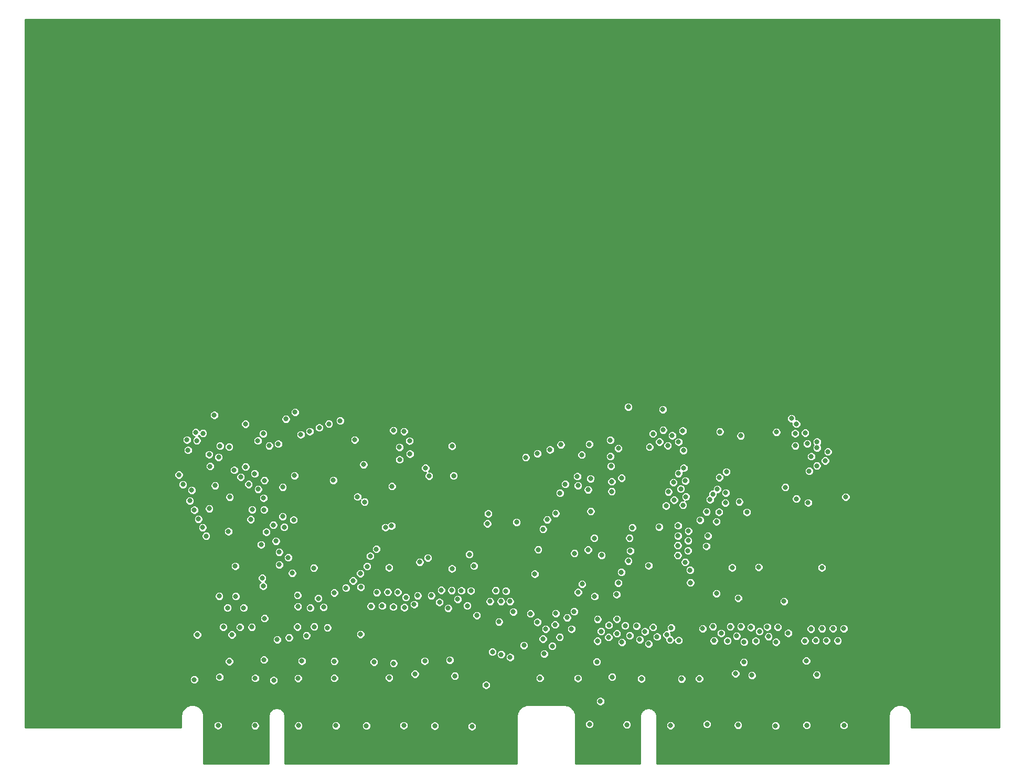
<source format=gbr>
G04 #@! TF.GenerationSoftware,KiCad,Pcbnew,(5.0.1)-4*
G04 #@! TF.CreationDate,2018-12-21T16:55:27-08:00*
G04 #@! TF.ProjectId,ram-based-register-card,72616D2D62617365642D726567697374,rev?*
G04 #@! TF.SameCoordinates,Original*
G04 #@! TF.FileFunction,Copper,L3,Inr,Plane*
G04 #@! TF.FilePolarity,Positive*
%FSLAX46Y46*%
G04 Gerber Fmt 4.6, Leading zero omitted, Abs format (unit mm)*
G04 Created by KiCad (PCBNEW (5.0.1)-4) date 12/21/2018 4:55:27 PM*
%MOMM*%
%LPD*%
G01*
G04 APERTURE LIST*
G04 #@! TA.AperFunction,ViaPad*
%ADD10C,0.800000*%
G04 #@! TD*
G04 #@! TA.AperFunction,Conductor*
%ADD11C,0.254000*%
G04 #@! TD*
G04 APERTURE END LIST*
D10*
G04 #@! TO.N,VCC*
X98500000Y-144450000D03*
X111475000Y-144550000D03*
X122475000Y-144425000D03*
X133475000Y-144500000D03*
X158450000Y-144175000D03*
X171450000Y-144475000D03*
X182500000Y-144425000D03*
X193500000Y-144400000D03*
X139115800Y-105943400D03*
X118745000Y-131521200D03*
X120269000Y-129286000D03*
X129768600Y-129311400D03*
X94538800Y-138430000D03*
X95427800Y-130683000D03*
X107238800Y-138379200D03*
X107340400Y-132588000D03*
X127355600Y-140004800D03*
X129921000Y-132562600D03*
X136880600Y-137287000D03*
X140055600Y-128397000D03*
X145567400Y-128676400D03*
X162814000Y-134086600D03*
X159766000Y-134137400D03*
X161163000Y-140538200D03*
X168783000Y-134188200D03*
X174548800Y-136575800D03*
X186207400Y-136728200D03*
X196418200Y-136804400D03*
X179451000Y-125095000D03*
X181102000Y-125145800D03*
X169392600Y-126034800D03*
X155814946Y-118577630D03*
X148310600Y-119964200D03*
X129921000Y-125425200D03*
X114249200Y-125044200D03*
X101701600Y-125577600D03*
X152171400Y-108077000D03*
X94234000Y-95758000D03*
X95707200Y-106680000D03*
X95326200Y-111023400D03*
X117767100Y-103403400D03*
X123126500Y-108750100D03*
X126415800Y-108826300D03*
X164300233Y-112090200D03*
X183819800Y-98526600D03*
X184696100Y-107937300D03*
X182702200Y-106006900D03*
X107708700Y-96088200D03*
X123901200Y-98209100D03*
X113499900Y-101041200D03*
X129514600Y-101066600D03*
X164274500Y-96951800D03*
X165809517Y-93470977D03*
X155206700Y-102717600D03*
X192112900Y-106895900D03*
X194995800Y-96227900D03*
X145021300Y-112102900D03*
X144399000Y-122745500D03*
X104254300Y-107543591D03*
X174053500Y-100527443D03*
X173723833Y-103384969D03*
X118700988Y-126967812D03*
X151866600Y-122478800D03*
X155257498Y-130987800D03*
X189654754Y-125517365D03*
G04 #@! TO.N,GND*
X95525000Y-144450000D03*
X101500000Y-144475000D03*
X108500000Y-144475000D03*
X114550000Y-144475000D03*
X119475000Y-144500000D03*
X125500000Y-144450000D03*
X130500000Y-144525000D03*
X136500000Y-144600000D03*
X155475000Y-144250000D03*
X161500000Y-144325000D03*
X168550000Y-144450000D03*
X174450000Y-144250000D03*
X179450000Y-144375000D03*
X185500000Y-144500000D03*
X190525000Y-144400000D03*
X196525000Y-144425000D03*
X99949000Y-95758000D03*
X91694000Y-137033000D03*
X92176600Y-129794000D03*
X104495600Y-137160000D03*
X105079800Y-130581400D03*
X127304800Y-136144000D03*
X132918200Y-133883400D03*
X133731000Y-136448800D03*
X137287000Y-126669800D03*
X143179800Y-126085600D03*
X163855400Y-136906000D03*
X157226000Y-140538200D03*
X170332400Y-136931400D03*
X179044600Y-136067800D03*
X192151000Y-136245600D03*
X181686200Y-136347200D03*
X186867800Y-124409200D03*
X179476400Y-123875800D03*
X157429200Y-116941600D03*
X146634200Y-119964200D03*
X127177800Y-124891800D03*
X118516400Y-129717800D03*
X118567200Y-122097800D03*
X102819200Y-121920000D03*
X155676600Y-109855000D03*
X94919800Y-94310200D03*
X97410903Y-107541696D03*
X97205800Y-113106200D03*
X118021100Y-107505500D03*
X119164100Y-108343700D03*
X123596400Y-105816400D03*
X162382200Y-112483900D03*
X175374300Y-107061000D03*
X176517300Y-97002600D03*
X185648600Y-97066100D03*
X188861700Y-107835700D03*
X187071000Y-105968800D03*
X91935300Y-97091500D03*
X105232200Y-98958400D03*
X95034100Y-105702100D03*
X94107000Y-109423200D03*
X105956100Y-105956100D03*
X107861100Y-104089200D03*
X123825000Y-96786700D03*
X117589300Y-98310700D03*
X114122200Y-104838500D03*
X133299200Y-99314000D03*
X129586364Y-104144437D03*
X123532900Y-112191800D03*
X161747200Y-92989400D03*
X167309800Y-93408500D03*
X158940500Y-102552500D03*
X166700200Y-112369600D03*
X196824600Y-107530900D03*
X190766700Y-108470700D03*
X180873400Y-109994700D03*
X179641500Y-108318300D03*
X192189100Y-98615500D03*
X188074300Y-94856300D03*
X179870100Y-97650300D03*
X192976500Y-118948200D03*
X182778400Y-118884700D03*
X178511200Y-118948200D03*
X165011100Y-118630700D03*
X147193000Y-116039900D03*
X150037800Y-126339600D03*
X133286500Y-119126000D03*
X123139200Y-118948200D03*
X110985300Y-118999000D03*
X98310700Y-118706900D03*
X97332800Y-134112000D03*
X102933500Y-133845300D03*
X101523800Y-136804400D03*
X95758000Y-136639300D03*
X108445300Y-136829800D03*
X114287300Y-136804400D03*
X114287300Y-134086600D03*
X109042200Y-134035800D03*
X120688100Y-134188200D03*
X123151900Y-136740900D03*
X128879600Y-134035800D03*
X138785600Y-137922000D03*
X147472400Y-136804400D03*
X140868400Y-127698500D03*
X144881600Y-131508500D03*
X156654500Y-134162800D03*
X159118300Y-136613900D03*
X153606500Y-136829800D03*
X180378100Y-134226300D03*
X173202600Y-136893300D03*
X190474600Y-134010400D03*
X170688000Y-102857300D03*
X102868072Y-107704403D03*
X156790065Y-127285841D03*
X168446254Y-130613257D03*
X168660749Y-128668214D03*
X187543850Y-129535417D03*
G04 #@! TO.N,/~rs2_rd~'*
X123850400Y-134416800D03*
G04 #@! TO.N,/~rd_wr~'*
X129006600Y-102857300D03*
X119011700Y-102301919D03*
X165163500Y-99466400D03*
G04 #@! TO.N,/~rs2_zero*
X129946400Y-123469400D03*
X136829800Y-118668800D03*
X153035000Y-116636800D03*
X171704938Y-119355548D03*
X138995536Y-111837276D03*
X127749300Y-123469400D03*
G04 #@! TO.N,/~rs1_zero*
X155244800Y-116078000D03*
X171754800Y-121386600D03*
X175971200Y-123139200D03*
X108356400Y-123418600D03*
X128066800Y-118059200D03*
X129387600Y-117373400D03*
X136093200Y-116814600D03*
X139141200Y-110236000D03*
X143713200Y-111607600D03*
X148642643Y-111198762D03*
X102657350Y-120637188D03*
X114287300Y-123012200D03*
G04 #@! TO.N,/rs1[31]'*
X93599005Y-113842795D03*
X95719900Y-123545600D03*
G04 #@! TO.N,/rs1[30]'*
X96367600Y-128549400D03*
X93027505Y-112458495D03*
G04 #@! TO.N,/rs1[29]'*
X97053400Y-125450600D03*
X92354405Y-111099595D03*
G04 #@! TO.N,/rs1[28]'*
X91706705Y-109639095D03*
X97764600Y-129794000D03*
G04 #@! TO.N,/rs1[27]'*
X90957405Y-108153195D03*
X98374200Y-123583700D03*
G04 #@! TO.N,/rs1[26]'*
X91274902Y-106451400D03*
X99070458Y-128571598D03*
G04 #@! TO.N,/rs1[25]'*
X99663210Y-125450600D03*
X89865205Y-105511595D03*
G04 #@! TO.N,/rs1[24]'*
X89204800Y-103962200D03*
X100965000Y-128562100D03*
G04 #@! TO.N,/rs1[16]'*
X95835237Y-99282210D03*
X112547400Y-125336300D03*
G04 #@! TO.N,/rs1[17]'*
X93094218Y-97253382D03*
X113182400Y-128663700D03*
G04 #@! TO.N,/rs1[18]'*
X95605600Y-101117400D03*
X111709200Y-123913900D03*
G04 #@! TO.N,/rs1[19]'*
X111042410Y-128498600D03*
X92100400Y-98425000D03*
G04 #@! TO.N,/rs1[20]'*
X110407410Y-125449170D03*
X94089660Y-100677750D03*
G04 #@! TO.N,/rs1[21]'*
X90500200Y-98310700D03*
X109791500Y-129921000D03*
G04 #@! TO.N,/rs1[22]'*
X94246700Y-102577900D03*
X108419900Y-125234700D03*
G04 #@! TO.N,/rs1[23]'*
X108331000Y-128524000D03*
X90678000Y-99974400D03*
G04 #@! TO.N,/rs1[15]'*
X169822927Y-103736490D03*
X161963100Y-129933700D03*
G04 #@! TO.N,/rs1[14]'*
X170942000Y-104927400D03*
X163060000Y-128371600D03*
G04 #@! TO.N,/rs1[13]'*
X169011600Y-105194100D03*
X163588702Y-130581400D03*
G04 #@! TO.N,/rs1[12]'*
X170205400Y-106222800D03*
X164414081Y-129287250D03*
G04 #@! TO.N,/rs1[11]'*
X168211500Y-106705400D03*
X165023800Y-131267200D03*
G04 #@! TO.N,/rs1[10]'*
X171030900Y-107492800D03*
X165735000Y-128587500D03*
G04 #@! TO.N,/rs1[9]'*
X169138600Y-108026200D03*
X166375528Y-130111502D03*
G04 #@! TO.N,/rs1[8]'*
X167843200Y-108966000D03*
X167932100Y-129781300D03*
G04 #@! TO.N,/rs1[0]'*
X170916600Y-118084600D03*
X179895500Y-128460500D03*
G04 #@! TO.N,/rs1[1]'*
X169722800Y-116967000D03*
X179222400Y-129984500D03*
G04 #@! TO.N,/rs1[2]'*
X171361100Y-116205000D03*
X178206400Y-128485900D03*
G04 #@! TO.N,/rs1[3]'*
X177749200Y-130784600D03*
X169722800Y-115366800D03*
G04 #@! TO.N,/rs1[4]'*
X171399200Y-114592100D03*
X176733200Y-129552700D03*
G04 #@! TO.N,/rs1[5]'*
X169748200Y-113817400D03*
X175564800Y-130746500D03*
G04 #@! TO.N,/rs1[6]'*
X171437300Y-113042700D03*
X175387000Y-128473200D03*
G04 #@! TO.N,/rs1[7]'*
X169750000Y-112166400D03*
X173748700Y-128816100D03*
G04 #@! TO.N,/rs2[24]'*
X125831600Y-123748800D03*
G04 #@! TO.N,/rs2[25]'*
X125590300Y-125387100D03*
G04 #@! TO.N,/rs2[26]'*
X124523504Y-122936000D03*
G04 #@! TO.N,/rs2[27]'*
X123805990Y-125295015D03*
G04 #@! TO.N,/rs2[28]'*
X122910600Y-122897900D03*
G04 #@! TO.N,/rs2[29]'*
X121996200Y-125120400D03*
G04 #@! TO.N,/rs2[30]'*
X121145300Y-122961400D03*
G04 #@! TO.N,/rs2[31]'*
X120192800Y-125196599D03*
G04 #@! TO.N,/rs2[23]'*
X131254500Y-124536200D03*
G04 #@! TO.N,/rs2[22]'*
X131552990Y-122593100D03*
G04 #@! TO.N,/rs2[21]'*
X132661390Y-125501400D03*
G04 #@! TO.N,/rs2[20]'*
X133222998Y-122618500D03*
G04 #@! TO.N,/rs2[19]'*
X134200900Y-124053600D03*
G04 #@! TO.N,/rs2[18]'*
X134797800Y-122669300D03*
G04 #@! TO.N,/rs2[17]'*
X135750300Y-125107700D03*
G04 #@! TO.N,/rs2[16]'*
X136334500Y-122694700D03*
G04 #@! TO.N,/rs2[8]'*
X185864500Y-128562100D03*
G04 #@! TO.N,/rs2[9]'*
X185578645Y-130981631D03*
G04 #@! TO.N,/rs2[10]'*
X184162700Y-128536700D03*
G04 #@! TO.N,/rs2[11]'*
X184365900Y-130086100D03*
G04 #@! TO.N,/rs2[12]'*
X182899010Y-129260600D03*
G04 #@! TO.N,/rs2[13]'*
X182311390Y-130810000D03*
G04 #@! TO.N,/rs2[14]'*
X181517459Y-128607812D03*
G04 #@! TO.N,/rs2[15]'*
X180416200Y-130949700D03*
G04 #@! TO.N,/rs2[7]'*
X190220602Y-130784600D03*
G04 #@! TO.N,/rs2[6]'*
X191223900Y-128854200D03*
G04 #@! TO.N,/rs2[5]'*
X191985896Y-130708400D03*
G04 #@! TO.N,/rs2[4]'*
X192995590Y-128809467D03*
G04 #@! TO.N,/rs2[3]'*
X193700400Y-130733800D03*
G04 #@! TO.N,/rs2[2]'*
X194779900Y-128790702D03*
G04 #@! TO.N,/rs2[1]'*
X195541904Y-130746500D03*
G04 #@! TO.N,/rs2[0]'*
X196519800Y-128803400D03*
G04 #@! TO.N,/rd[30]'*
X105943400Y-110693200D03*
X107721400Y-111239300D03*
G04 #@! TO.N,/rd[29]'*
X106197400Y-112412474D03*
X102955216Y-109596836D03*
G04 #@! TO.N,/rd[28]'*
X104876601Y-114663603D03*
X104444565Y-112068380D03*
G04 #@! TO.N,/rd[27]'*
X105390998Y-116433600D03*
X101041200Y-109575600D03*
G04 #@! TO.N,/rd[26]'*
X103325702Y-113199906D03*
X106857800Y-117322600D03*
G04 #@! TO.N,/rd[25]'*
X100800016Y-111169610D03*
X105410002Y-118478300D03*
G04 #@! TO.N,/rd[24]'*
X107492877Y-119837200D03*
X102476300Y-115239800D03*
G04 #@! TO.N,/rd[16]'*
X122540000Y-112445800D03*
X98132900Y-103187500D03*
G04 #@! TO.N,/rd[17]'*
X121081800Y-115951000D03*
X99961700Y-102666800D03*
G04 #@! TO.N,/rd[18]'*
X99187002Y-104317800D03*
X120091200Y-117081300D03*
G04 #@! TO.N,/rd[19]'*
X119583244Y-118745000D03*
X101422200Y-103771700D03*
G04 #@! TO.N,/rd[20]'*
X100457000Y-105486200D03*
X118487843Y-119891167D03*
G04 #@! TO.N,/rd[21]'*
X117313069Y-121065942D03*
X103009700Y-104863900D03*
G04 #@! TO.N,/rd[22]'*
X116154205Y-122224805D03*
X102004889Y-106284631D03*
G04 #@! TO.N,/rd[23]'*
X103022400Y-127152400D03*
X106984800Y-130276600D03*
G04 #@! TO.N,/rd[15]'*
X165712587Y-97326528D03*
X156756098Y-130810000D03*
G04 #@! TO.N,/rd[14]'*
X166763700Y-98628200D03*
X157343922Y-129241196D03*
G04 #@! TO.N,/rd[13]'*
X167364182Y-96721578D03*
X158546798Y-130200400D03*
G04 #@! TO.N,/rd[12]'*
X168109900Y-99237800D03*
X158610300Y-128257300D03*
G04 #@! TO.N,/rd[11]'*
X168821100Y-97612200D03*
X159891416Y-129611396D03*
G04 #@! TO.N,/rd[10]'*
X169849800Y-98640900D03*
X159893000Y-127266700D03*
G04 #@! TO.N,/rd[9]'*
X170510200Y-96850200D03*
X160705800Y-131013200D03*
G04 #@! TO.N,/rd[8]'*
X170638811Y-100014111D03*
X161239200Y-128320800D03*
G04 #@! TO.N,/rd[0]'*
X174332900Y-115493800D03*
X173324308Y-111274360D03*
G04 #@! TO.N,/rd[1]'*
X174586900Y-113830100D03*
X174371000Y-109918500D03*
G04 #@! TO.N,/rd[2]'*
X174917180Y-107950000D03*
X175975036Y-111510726D03*
G04 #@! TO.N,/rd[3]'*
X176382136Y-109982000D03*
X176098200Y-106273600D03*
G04 #@! TO.N,/rd[4]'*
X177393600Y-108486653D03*
X176428400Y-104394000D03*
G04 #@! TO.N,/rd[6]'*
X177469800Y-106870500D03*
X177565021Y-103485677D03*
G04 #@! TO.N,/rd[7]'*
X169875200Y-130708400D03*
X170561000Y-108839000D03*
G04 #@! TO.N,/rs1a[1]'*
X154279600Y-121615202D03*
X155651200Y-104584589D03*
X107962700Y-93840300D03*
X153504900Y-104203500D03*
G04 #@! TO.N,/rs1a[0]'*
X106476800Y-94945200D03*
X156286200Y-123596400D03*
G04 #@! TO.N,/rs1a[2]'*
X102814520Y-97302462D03*
X153644600Y-122936000D03*
X153619200Y-105702100D03*
X159054800Y-105054400D03*
G04 #@! TO.N,/rs1a[3]'*
X152984200Y-126034800D03*
X103784400Y-99250500D03*
X155243393Y-106366405D03*
X151561800Y-105460800D03*
X152565100Y-128866900D03*
G04 #@! TO.N,/rs1a[4]'*
X101930200Y-98450400D03*
X150698200Y-106908600D03*
X151863170Y-127031492D03*
X159042100Y-106641900D03*
X150660100Y-130175000D03*
G04 #@! TO.N,/rs2a[0]'*
X149471285Y-131632725D03*
X192186504Y-99593508D03*
X125540000Y-96951800D03*
X159842200Y-123278900D03*
X149910800Y-128168400D03*
G04 #@! TO.N,/rs2a[1]'*
X160127990Y-121437400D03*
X148158200Y-132873790D03*
X126441201Y-98477167D03*
X147961521Y-130461034D03*
X193954400Y-100228400D03*
G04 #@! TO.N,/rs2a[2]'*
X160604200Y-119684800D03*
X142671800Y-133432568D03*
X124802900Y-99504500D03*
X191274700Y-100990400D03*
X148399500Y-128866900D03*
G04 #@! TO.N,/rs2a[3]'*
X141224001Y-132969000D03*
X193522600Y-101676200D03*
X126492000Y-100584000D03*
X161760121Y-117881400D03*
X147066000Y-127762000D03*
G04 #@! TO.N,/rs2a[4]'*
X145948400Y-126390400D03*
X139801600Y-132562600D03*
X192176400Y-102489000D03*
X162064932Y-116255800D03*
X124815600Y-101498400D03*
G04 #@! TO.N,/rda[4]'*
X142646400Y-124409200D03*
X158826200Y-98348800D03*
X115227100Y-95224600D03*
X188861700Y-95745300D03*
G04 #@! TO.N,/rda[3]'*
X141986000Y-122732800D03*
X113411000Y-95715921D03*
X150850600Y-99091790D03*
X155448000Y-99021989D03*
X188658500Y-97282067D03*
G04 #@! TO.N,/rda[2]'*
X141198600Y-124409200D03*
X111861600Y-96334989D03*
X149098000Y-99904590D03*
X190288108Y-97188240D03*
X160121600Y-99682300D03*
G04 #@! TO.N,/rda[1]'*
X140335000Y-122656600D03*
X110312200Y-96954057D03*
X147066000Y-100514190D03*
X154216100Y-100736400D03*
X188683900Y-99250500D03*
G04 #@! TO.N,/rda[0]'*
X108876127Y-97459800D03*
X139420600Y-124409200D03*
X145186400Y-101142800D03*
X158844411Y-100976880D03*
X190614300Y-98920300D03*
G04 #@! TO.N,/rs1_zero*
X97307400Y-99441000D03*
X160655000Y-104470200D03*
G04 #@! TO.N,/rs2_zero*
X133553200Y-104109410D03*
X190931800Y-103352600D03*
X161925000Y-114173000D03*
X156235400Y-114173000D03*
X150012400Y-110185200D03*
X147979794Y-112750600D03*
G04 #@! TD*
D11*
G04 #@! TO.N,VCC*
G36*
X221598001Y-144798000D02*
X207424247Y-144798000D01*
X207424247Y-142910118D01*
X207420967Y-142893629D01*
X207401213Y-142665541D01*
X207397404Y-142650706D01*
X207397404Y-142635393D01*
X207380795Y-142570705D01*
X207223031Y-142121459D01*
X207208348Y-142094751D01*
X207198476Y-142065918D01*
X207161809Y-142010097D01*
X206867032Y-141636175D01*
X206844490Y-141615663D01*
X206825811Y-141591583D01*
X206773040Y-141550649D01*
X206373036Y-141292370D01*
X206345066Y-141280266D01*
X206319592Y-141263533D01*
X206256407Y-141241900D01*
X205794309Y-141127114D01*
X205763924Y-141124723D01*
X205734407Y-141117144D01*
X205667621Y-141117143D01*
X205667619Y-141117143D01*
X205193255Y-141158227D01*
X205163734Y-141165807D01*
X205133351Y-141168198D01*
X205070166Y-141189831D01*
X204634683Y-141382356D01*
X204609209Y-141399089D01*
X204581239Y-141411193D01*
X204528476Y-141452120D01*
X204528468Y-141452126D01*
X204528465Y-141452130D01*
X204178826Y-141775332D01*
X204160146Y-141799414D01*
X204137605Y-141819925D01*
X204100938Y-141875745D01*
X203874838Y-142294781D01*
X203864966Y-142323615D01*
X203850284Y-142350322D01*
X203833675Y-142415009D01*
X203756493Y-142878721D01*
X203750247Y-142910119D01*
X203750248Y-150611230D01*
X166324247Y-150611230D01*
X166324247Y-144305391D01*
X167823000Y-144305391D01*
X167823000Y-144594609D01*
X167933679Y-144861813D01*
X168138187Y-145066321D01*
X168405391Y-145177000D01*
X168694609Y-145177000D01*
X168961813Y-145066321D01*
X169166321Y-144861813D01*
X169277000Y-144594609D01*
X169277000Y-144305391D01*
X169194158Y-144105391D01*
X173723000Y-144105391D01*
X173723000Y-144394609D01*
X173833679Y-144661813D01*
X174038187Y-144866321D01*
X174305391Y-144977000D01*
X174594609Y-144977000D01*
X174861813Y-144866321D01*
X175066321Y-144661813D01*
X175177000Y-144394609D01*
X175177000Y-144230391D01*
X178723000Y-144230391D01*
X178723000Y-144519609D01*
X178833679Y-144786813D01*
X179038187Y-144991321D01*
X179305391Y-145102000D01*
X179594609Y-145102000D01*
X179861813Y-144991321D01*
X180066321Y-144786813D01*
X180177000Y-144519609D01*
X180177000Y-144355391D01*
X184773000Y-144355391D01*
X184773000Y-144644609D01*
X184883679Y-144911813D01*
X185088187Y-145116321D01*
X185355391Y-145227000D01*
X185644609Y-145227000D01*
X185911813Y-145116321D01*
X186116321Y-144911813D01*
X186227000Y-144644609D01*
X186227000Y-144355391D01*
X186185579Y-144255391D01*
X189798000Y-144255391D01*
X189798000Y-144544609D01*
X189908679Y-144811813D01*
X190113187Y-145016321D01*
X190380391Y-145127000D01*
X190669609Y-145127000D01*
X190936813Y-145016321D01*
X191141321Y-144811813D01*
X191252000Y-144544609D01*
X191252000Y-144280391D01*
X195798000Y-144280391D01*
X195798000Y-144569609D01*
X195908679Y-144836813D01*
X196113187Y-145041321D01*
X196380391Y-145152000D01*
X196669609Y-145152000D01*
X196936813Y-145041321D01*
X197141321Y-144836813D01*
X197252000Y-144569609D01*
X197252000Y-144280391D01*
X197141321Y-144013187D01*
X196936813Y-143808679D01*
X196669609Y-143698000D01*
X196380391Y-143698000D01*
X196113187Y-143808679D01*
X195908679Y-144013187D01*
X195798000Y-144280391D01*
X191252000Y-144280391D01*
X191252000Y-144255391D01*
X191141321Y-143988187D01*
X190936813Y-143783679D01*
X190669609Y-143673000D01*
X190380391Y-143673000D01*
X190113187Y-143783679D01*
X189908679Y-143988187D01*
X189798000Y-144255391D01*
X186185579Y-144255391D01*
X186116321Y-144088187D01*
X185911813Y-143883679D01*
X185644609Y-143773000D01*
X185355391Y-143773000D01*
X185088187Y-143883679D01*
X184883679Y-144088187D01*
X184773000Y-144355391D01*
X180177000Y-144355391D01*
X180177000Y-144230391D01*
X180066321Y-143963187D01*
X179861813Y-143758679D01*
X179594609Y-143648000D01*
X179305391Y-143648000D01*
X179038187Y-143758679D01*
X178833679Y-143963187D01*
X178723000Y-144230391D01*
X175177000Y-144230391D01*
X175177000Y-144105391D01*
X175066321Y-143838187D01*
X174861813Y-143633679D01*
X174594609Y-143523000D01*
X174305391Y-143523000D01*
X174038187Y-143633679D01*
X173833679Y-143838187D01*
X173723000Y-144105391D01*
X169194158Y-144105391D01*
X169166321Y-144038187D01*
X168961813Y-143833679D01*
X168694609Y-143723000D01*
X168405391Y-143723000D01*
X168138187Y-143833679D01*
X167933679Y-144038187D01*
X167823000Y-144305391D01*
X166324247Y-144305391D01*
X166324247Y-142910118D01*
X166316811Y-142872735D01*
X166316811Y-142872730D01*
X166244497Y-142509181D01*
X166186712Y-142369676D01*
X166186711Y-142369675D01*
X165980776Y-142061473D01*
X165874002Y-141954699D01*
X165565802Y-141748766D01*
X165565801Y-141748765D01*
X165426295Y-141690980D01*
X165062747Y-141618666D01*
X164987247Y-141618667D01*
X164911747Y-141618666D01*
X164548198Y-141690980D01*
X164408693Y-141748765D01*
X164408692Y-141748766D01*
X164100492Y-141954699D01*
X163993718Y-142061473D01*
X163787783Y-142369675D01*
X163787782Y-142369676D01*
X163729997Y-142509182D01*
X163657683Y-142872730D01*
X163657683Y-142872740D01*
X163650248Y-142910118D01*
X163650247Y-145160118D01*
X163650247Y-145160119D01*
X163650248Y-150611230D01*
X153224247Y-150611230D01*
X153224247Y-144105391D01*
X154748000Y-144105391D01*
X154748000Y-144394609D01*
X154858679Y-144661813D01*
X155063187Y-144866321D01*
X155330391Y-144977000D01*
X155619609Y-144977000D01*
X155886813Y-144866321D01*
X156091321Y-144661813D01*
X156202000Y-144394609D01*
X156202000Y-144180391D01*
X160773000Y-144180391D01*
X160773000Y-144469609D01*
X160883679Y-144736813D01*
X161088187Y-144941321D01*
X161355391Y-145052000D01*
X161644609Y-145052000D01*
X161911813Y-144941321D01*
X162116321Y-144736813D01*
X162227000Y-144469609D01*
X162227000Y-144180391D01*
X162116321Y-143913187D01*
X161911813Y-143708679D01*
X161644609Y-143598000D01*
X161355391Y-143598000D01*
X161088187Y-143708679D01*
X160883679Y-143913187D01*
X160773000Y-144180391D01*
X156202000Y-144180391D01*
X156202000Y-144105391D01*
X156091321Y-143838187D01*
X155886813Y-143633679D01*
X155619609Y-143523000D01*
X155330391Y-143523000D01*
X155063187Y-143633679D01*
X154858679Y-143838187D01*
X154748000Y-144105391D01*
X153224247Y-144105391D01*
X153224247Y-142910118D01*
X153219481Y-142886157D01*
X153175641Y-142539126D01*
X153169077Y-142517176D01*
X153167279Y-142494334D01*
X153145646Y-142431149D01*
X152953121Y-141995666D01*
X152936388Y-141970192D01*
X152924284Y-141942222D01*
X152883357Y-141889459D01*
X152883351Y-141889451D01*
X152883347Y-141889448D01*
X152560145Y-141539809D01*
X152536063Y-141521129D01*
X152515552Y-141498588D01*
X152459732Y-141461921D01*
X152459731Y-141461920D01*
X152459729Y-141461919D01*
X152040696Y-141235821D01*
X152011862Y-141225949D01*
X151985155Y-141211267D01*
X151920468Y-141194658D01*
X151456762Y-141117477D01*
X151425359Y-141111230D01*
X145549135Y-141111230D01*
X145525174Y-141115996D01*
X145178143Y-141159836D01*
X145156193Y-141166400D01*
X145133351Y-141168198D01*
X145070166Y-141189831D01*
X144634683Y-141382356D01*
X144609209Y-141399089D01*
X144581239Y-141411193D01*
X144528476Y-141452120D01*
X144528468Y-141452126D01*
X144528465Y-141452130D01*
X144178826Y-141775332D01*
X144160146Y-141799414D01*
X144137605Y-141819925D01*
X144100938Y-141875745D01*
X143874838Y-142294781D01*
X143864966Y-142323615D01*
X143850284Y-142350322D01*
X143833675Y-142415009D01*
X143756493Y-142878721D01*
X143750247Y-142910119D01*
X143750248Y-150611230D01*
X106324247Y-150611230D01*
X106324247Y-144330391D01*
X107773000Y-144330391D01*
X107773000Y-144619609D01*
X107883679Y-144886813D01*
X108088187Y-145091321D01*
X108355391Y-145202000D01*
X108644609Y-145202000D01*
X108911813Y-145091321D01*
X109116321Y-144886813D01*
X109227000Y-144619609D01*
X109227000Y-144330391D01*
X113823000Y-144330391D01*
X113823000Y-144619609D01*
X113933679Y-144886813D01*
X114138187Y-145091321D01*
X114405391Y-145202000D01*
X114694609Y-145202000D01*
X114961813Y-145091321D01*
X115166321Y-144886813D01*
X115277000Y-144619609D01*
X115277000Y-144355391D01*
X118748000Y-144355391D01*
X118748000Y-144644609D01*
X118858679Y-144911813D01*
X119063187Y-145116321D01*
X119330391Y-145227000D01*
X119619609Y-145227000D01*
X119886813Y-145116321D01*
X120091321Y-144911813D01*
X120202000Y-144644609D01*
X120202000Y-144355391D01*
X120181290Y-144305391D01*
X124773000Y-144305391D01*
X124773000Y-144594609D01*
X124883679Y-144861813D01*
X125088187Y-145066321D01*
X125355391Y-145177000D01*
X125644609Y-145177000D01*
X125911813Y-145066321D01*
X126116321Y-144861813D01*
X126227000Y-144594609D01*
X126227000Y-144380391D01*
X129773000Y-144380391D01*
X129773000Y-144669609D01*
X129883679Y-144936813D01*
X130088187Y-145141321D01*
X130355391Y-145252000D01*
X130644609Y-145252000D01*
X130911813Y-145141321D01*
X131116321Y-144936813D01*
X131227000Y-144669609D01*
X131227000Y-144455391D01*
X135773000Y-144455391D01*
X135773000Y-144744609D01*
X135883679Y-145011813D01*
X136088187Y-145216321D01*
X136355391Y-145327000D01*
X136644609Y-145327000D01*
X136911813Y-145216321D01*
X137116321Y-145011813D01*
X137227000Y-144744609D01*
X137227000Y-144455391D01*
X137116321Y-144188187D01*
X136911813Y-143983679D01*
X136644609Y-143873000D01*
X136355391Y-143873000D01*
X136088187Y-143983679D01*
X135883679Y-144188187D01*
X135773000Y-144455391D01*
X131227000Y-144455391D01*
X131227000Y-144380391D01*
X131116321Y-144113187D01*
X130911813Y-143908679D01*
X130644609Y-143798000D01*
X130355391Y-143798000D01*
X130088187Y-143908679D01*
X129883679Y-144113187D01*
X129773000Y-144380391D01*
X126227000Y-144380391D01*
X126227000Y-144305391D01*
X126116321Y-144038187D01*
X125911813Y-143833679D01*
X125644609Y-143723000D01*
X125355391Y-143723000D01*
X125088187Y-143833679D01*
X124883679Y-144038187D01*
X124773000Y-144305391D01*
X120181290Y-144305391D01*
X120091321Y-144088187D01*
X119886813Y-143883679D01*
X119619609Y-143773000D01*
X119330391Y-143773000D01*
X119063187Y-143883679D01*
X118858679Y-144088187D01*
X118748000Y-144355391D01*
X115277000Y-144355391D01*
X115277000Y-144330391D01*
X115166321Y-144063187D01*
X114961813Y-143858679D01*
X114694609Y-143748000D01*
X114405391Y-143748000D01*
X114138187Y-143858679D01*
X113933679Y-144063187D01*
X113823000Y-144330391D01*
X109227000Y-144330391D01*
X109116321Y-144063187D01*
X108911813Y-143858679D01*
X108644609Y-143748000D01*
X108355391Y-143748000D01*
X108088187Y-143858679D01*
X107883679Y-144063187D01*
X107773000Y-144330391D01*
X106324247Y-144330391D01*
X106324247Y-142910118D01*
X106316811Y-142872735D01*
X106316811Y-142872730D01*
X106244497Y-142509181D01*
X106186712Y-142369676D01*
X106186711Y-142369675D01*
X105980776Y-142061473D01*
X105874002Y-141954699D01*
X105565802Y-141748766D01*
X105565801Y-141748765D01*
X105426295Y-141690980D01*
X105062747Y-141618666D01*
X104987247Y-141618667D01*
X104911747Y-141618666D01*
X104548198Y-141690980D01*
X104408693Y-141748765D01*
X104408692Y-141748766D01*
X104100492Y-141954699D01*
X103993718Y-142061473D01*
X103787783Y-142369675D01*
X103787782Y-142369676D01*
X103729997Y-142509182D01*
X103657683Y-142872730D01*
X103657683Y-142872740D01*
X103650248Y-142910118D01*
X103650247Y-145160118D01*
X103650247Y-145160119D01*
X103650248Y-150611230D01*
X93224247Y-150611230D01*
X93224247Y-144305391D01*
X94798000Y-144305391D01*
X94798000Y-144594609D01*
X94908679Y-144861813D01*
X95113187Y-145066321D01*
X95380391Y-145177000D01*
X95669609Y-145177000D01*
X95936813Y-145066321D01*
X96141321Y-144861813D01*
X96252000Y-144594609D01*
X96252000Y-144330391D01*
X100773000Y-144330391D01*
X100773000Y-144619609D01*
X100883679Y-144886813D01*
X101088187Y-145091321D01*
X101355391Y-145202000D01*
X101644609Y-145202000D01*
X101911813Y-145091321D01*
X102116321Y-144886813D01*
X102227000Y-144619609D01*
X102227000Y-144330391D01*
X102116321Y-144063187D01*
X101911813Y-143858679D01*
X101644609Y-143748000D01*
X101355391Y-143748000D01*
X101088187Y-143858679D01*
X100883679Y-144063187D01*
X100773000Y-144330391D01*
X96252000Y-144330391D01*
X96252000Y-144305391D01*
X96141321Y-144038187D01*
X95936813Y-143833679D01*
X95669609Y-143723000D01*
X95380391Y-143723000D01*
X95113187Y-143833679D01*
X94908679Y-144038187D01*
X94798000Y-144305391D01*
X93224247Y-144305391D01*
X93224247Y-142910118D01*
X93220967Y-142893629D01*
X93201213Y-142665541D01*
X93197404Y-142650706D01*
X93197404Y-142635393D01*
X93180795Y-142570705D01*
X93023031Y-142121459D01*
X93008348Y-142094751D01*
X92998476Y-142065918D01*
X92961809Y-142010097D01*
X92667032Y-141636175D01*
X92644490Y-141615663D01*
X92625811Y-141591583D01*
X92573040Y-141550649D01*
X92173036Y-141292370D01*
X92145066Y-141280266D01*
X92119592Y-141263533D01*
X92056407Y-141241900D01*
X91594309Y-141127114D01*
X91563924Y-141124723D01*
X91534407Y-141117144D01*
X91467621Y-141117143D01*
X91467619Y-141117143D01*
X90993255Y-141158227D01*
X90963734Y-141165807D01*
X90933351Y-141168198D01*
X90870166Y-141189831D01*
X90434683Y-141382356D01*
X90409209Y-141399089D01*
X90381239Y-141411193D01*
X90328476Y-141452120D01*
X90328468Y-141452126D01*
X90328465Y-141452130D01*
X89978826Y-141775332D01*
X89960146Y-141799414D01*
X89937605Y-141819925D01*
X89900938Y-141875745D01*
X89674838Y-142294781D01*
X89664966Y-142323615D01*
X89650284Y-142350322D01*
X89633675Y-142415009D01*
X89556493Y-142878721D01*
X89550247Y-142910119D01*
X89550248Y-144798000D01*
X64402000Y-144798000D01*
X64402000Y-140393591D01*
X156499000Y-140393591D01*
X156499000Y-140682809D01*
X156609679Y-140950013D01*
X156814187Y-141154521D01*
X157081391Y-141265200D01*
X157370609Y-141265200D01*
X157637813Y-141154521D01*
X157842321Y-140950013D01*
X157953000Y-140682809D01*
X157953000Y-140393591D01*
X157842321Y-140126387D01*
X157637813Y-139921879D01*
X157370609Y-139811200D01*
X157081391Y-139811200D01*
X156814187Y-139921879D01*
X156609679Y-140126387D01*
X156499000Y-140393591D01*
X64402000Y-140393591D01*
X64402000Y-136888391D01*
X90967000Y-136888391D01*
X90967000Y-137177609D01*
X91077679Y-137444813D01*
X91282187Y-137649321D01*
X91549391Y-137760000D01*
X91838609Y-137760000D01*
X92105813Y-137649321D01*
X92310321Y-137444813D01*
X92421000Y-137177609D01*
X92421000Y-136888391D01*
X92310321Y-136621187D01*
X92183825Y-136494691D01*
X95031000Y-136494691D01*
X95031000Y-136783909D01*
X95141679Y-137051113D01*
X95346187Y-137255621D01*
X95613391Y-137366300D01*
X95902609Y-137366300D01*
X96169813Y-137255621D01*
X96374321Y-137051113D01*
X96485000Y-136783909D01*
X96485000Y-136659791D01*
X100796800Y-136659791D01*
X100796800Y-136949009D01*
X100907479Y-137216213D01*
X101111987Y-137420721D01*
X101379191Y-137531400D01*
X101668409Y-137531400D01*
X101935613Y-137420721D01*
X102140121Y-137216213D01*
X102223303Y-137015391D01*
X103768600Y-137015391D01*
X103768600Y-137304609D01*
X103879279Y-137571813D01*
X104083787Y-137776321D01*
X104350991Y-137887000D01*
X104640209Y-137887000D01*
X104904829Y-137777391D01*
X138058600Y-137777391D01*
X138058600Y-138066609D01*
X138169279Y-138333813D01*
X138373787Y-138538321D01*
X138640991Y-138649000D01*
X138930209Y-138649000D01*
X139197413Y-138538321D01*
X139401921Y-138333813D01*
X139512600Y-138066609D01*
X139512600Y-137777391D01*
X139401921Y-137510187D01*
X139197413Y-137305679D01*
X138930209Y-137195000D01*
X138640991Y-137195000D01*
X138373787Y-137305679D01*
X138169279Y-137510187D01*
X138058600Y-137777391D01*
X104904829Y-137777391D01*
X104907413Y-137776321D01*
X105111921Y-137571813D01*
X105222600Y-137304609D01*
X105222600Y-137015391D01*
X105111921Y-136748187D01*
X105048925Y-136685191D01*
X107718300Y-136685191D01*
X107718300Y-136974409D01*
X107828979Y-137241613D01*
X108033487Y-137446121D01*
X108300691Y-137556800D01*
X108589909Y-137556800D01*
X108857113Y-137446121D01*
X109061621Y-137241613D01*
X109172300Y-136974409D01*
X109172300Y-136685191D01*
X109161780Y-136659791D01*
X113560300Y-136659791D01*
X113560300Y-136949009D01*
X113670979Y-137216213D01*
X113875487Y-137420721D01*
X114142691Y-137531400D01*
X114431909Y-137531400D01*
X114699113Y-137420721D01*
X114903621Y-137216213D01*
X115014300Y-136949009D01*
X115014300Y-136659791D01*
X114987998Y-136596291D01*
X122424900Y-136596291D01*
X122424900Y-136885509D01*
X122535579Y-137152713D01*
X122740087Y-137357221D01*
X123007291Y-137467900D01*
X123296509Y-137467900D01*
X123563713Y-137357221D01*
X123768221Y-137152713D01*
X123878900Y-136885509D01*
X123878900Y-136596291D01*
X123768221Y-136329087D01*
X123563713Y-136124579D01*
X123296509Y-136013900D01*
X123007291Y-136013900D01*
X122740087Y-136124579D01*
X122535579Y-136329087D01*
X122424900Y-136596291D01*
X114987998Y-136596291D01*
X114903621Y-136392587D01*
X114699113Y-136188079D01*
X114431909Y-136077400D01*
X114142691Y-136077400D01*
X113875487Y-136188079D01*
X113670979Y-136392587D01*
X113560300Y-136659791D01*
X109161780Y-136659791D01*
X109061621Y-136417987D01*
X108857113Y-136213479D01*
X108589909Y-136102800D01*
X108300691Y-136102800D01*
X108033487Y-136213479D01*
X107828979Y-136417987D01*
X107718300Y-136685191D01*
X105048925Y-136685191D01*
X104907413Y-136543679D01*
X104640209Y-136433000D01*
X104350991Y-136433000D01*
X104083787Y-136543679D01*
X103879279Y-136748187D01*
X103768600Y-137015391D01*
X102223303Y-137015391D01*
X102250800Y-136949009D01*
X102250800Y-136659791D01*
X102140121Y-136392587D01*
X101935613Y-136188079D01*
X101668409Y-136077400D01*
X101379191Y-136077400D01*
X101111987Y-136188079D01*
X100907479Y-136392587D01*
X100796800Y-136659791D01*
X96485000Y-136659791D01*
X96485000Y-136494691D01*
X96374321Y-136227487D01*
X96169813Y-136022979D01*
X96112867Y-135999391D01*
X126577800Y-135999391D01*
X126577800Y-136288609D01*
X126688479Y-136555813D01*
X126892987Y-136760321D01*
X127160191Y-136871000D01*
X127449409Y-136871000D01*
X127716613Y-136760321D01*
X127921121Y-136555813D01*
X128025345Y-136304191D01*
X133004000Y-136304191D01*
X133004000Y-136593409D01*
X133114679Y-136860613D01*
X133319187Y-137065121D01*
X133586391Y-137175800D01*
X133875609Y-137175800D01*
X134142813Y-137065121D01*
X134347321Y-136860613D01*
X134430503Y-136659791D01*
X146745400Y-136659791D01*
X146745400Y-136949009D01*
X146856079Y-137216213D01*
X147060587Y-137420721D01*
X147327791Y-137531400D01*
X147617009Y-137531400D01*
X147884213Y-137420721D01*
X148088721Y-137216213D01*
X148199400Y-136949009D01*
X148199400Y-136685191D01*
X152879500Y-136685191D01*
X152879500Y-136974409D01*
X152990179Y-137241613D01*
X153194687Y-137446121D01*
X153461891Y-137556800D01*
X153751109Y-137556800D01*
X154018313Y-137446121D01*
X154222821Y-137241613D01*
X154333500Y-136974409D01*
X154333500Y-136685191D01*
X154244072Y-136469291D01*
X158391300Y-136469291D01*
X158391300Y-136758509D01*
X158501979Y-137025713D01*
X158706487Y-137230221D01*
X158973691Y-137340900D01*
X159262909Y-137340900D01*
X159530113Y-137230221D01*
X159734621Y-137025713D01*
X159844106Y-136761391D01*
X163128400Y-136761391D01*
X163128400Y-137050609D01*
X163239079Y-137317813D01*
X163443587Y-137522321D01*
X163710791Y-137633000D01*
X164000009Y-137633000D01*
X164267213Y-137522321D01*
X164471721Y-137317813D01*
X164582400Y-137050609D01*
X164582400Y-136786791D01*
X169605400Y-136786791D01*
X169605400Y-137076009D01*
X169716079Y-137343213D01*
X169920587Y-137547721D01*
X170187791Y-137658400D01*
X170477009Y-137658400D01*
X170744213Y-137547721D01*
X170948721Y-137343213D01*
X171059400Y-137076009D01*
X171059400Y-136786791D01*
X171043619Y-136748691D01*
X172475600Y-136748691D01*
X172475600Y-137037909D01*
X172586279Y-137305113D01*
X172790787Y-137509621D01*
X173057991Y-137620300D01*
X173347209Y-137620300D01*
X173614413Y-137509621D01*
X173818921Y-137305113D01*
X173929600Y-137037909D01*
X173929600Y-136748691D01*
X173818921Y-136481487D01*
X173614413Y-136276979D01*
X173347209Y-136166300D01*
X173057991Y-136166300D01*
X172790787Y-136276979D01*
X172586279Y-136481487D01*
X172475600Y-136748691D01*
X171043619Y-136748691D01*
X170948721Y-136519587D01*
X170744213Y-136315079D01*
X170477009Y-136204400D01*
X170187791Y-136204400D01*
X169920587Y-136315079D01*
X169716079Y-136519587D01*
X169605400Y-136786791D01*
X164582400Y-136786791D01*
X164582400Y-136761391D01*
X164471721Y-136494187D01*
X164267213Y-136289679D01*
X164000009Y-136179000D01*
X163710791Y-136179000D01*
X163443587Y-136289679D01*
X163239079Y-136494187D01*
X163128400Y-136761391D01*
X159844106Y-136761391D01*
X159845300Y-136758509D01*
X159845300Y-136469291D01*
X159734621Y-136202087D01*
X159530113Y-135997579D01*
X159350524Y-135923191D01*
X178317600Y-135923191D01*
X178317600Y-136212409D01*
X178428279Y-136479613D01*
X178632787Y-136684121D01*
X178899991Y-136794800D01*
X179189209Y-136794800D01*
X179456413Y-136684121D01*
X179660921Y-136479613D01*
X179771600Y-136212409D01*
X179771600Y-136202591D01*
X180959200Y-136202591D01*
X180959200Y-136491809D01*
X181069879Y-136759013D01*
X181274387Y-136963521D01*
X181541591Y-137074200D01*
X181830809Y-137074200D01*
X182098013Y-136963521D01*
X182302521Y-136759013D01*
X182413200Y-136491809D01*
X182413200Y-136202591D01*
X182371117Y-136100991D01*
X191424000Y-136100991D01*
X191424000Y-136390209D01*
X191534679Y-136657413D01*
X191739187Y-136861921D01*
X192006391Y-136972600D01*
X192295609Y-136972600D01*
X192562813Y-136861921D01*
X192767321Y-136657413D01*
X192878000Y-136390209D01*
X192878000Y-136100991D01*
X192767321Y-135833787D01*
X192562813Y-135629279D01*
X192295609Y-135518600D01*
X192006391Y-135518600D01*
X191739187Y-135629279D01*
X191534679Y-135833787D01*
X191424000Y-136100991D01*
X182371117Y-136100991D01*
X182302521Y-135935387D01*
X182098013Y-135730879D01*
X181830809Y-135620200D01*
X181541591Y-135620200D01*
X181274387Y-135730879D01*
X181069879Y-135935387D01*
X180959200Y-136202591D01*
X179771600Y-136202591D01*
X179771600Y-135923191D01*
X179660921Y-135655987D01*
X179456413Y-135451479D01*
X179189209Y-135340800D01*
X178899991Y-135340800D01*
X178632787Y-135451479D01*
X178428279Y-135655987D01*
X178317600Y-135923191D01*
X159350524Y-135923191D01*
X159262909Y-135886900D01*
X158973691Y-135886900D01*
X158706487Y-135997579D01*
X158501979Y-136202087D01*
X158391300Y-136469291D01*
X154244072Y-136469291D01*
X154222821Y-136417987D01*
X154018313Y-136213479D01*
X153751109Y-136102800D01*
X153461891Y-136102800D01*
X153194687Y-136213479D01*
X152990179Y-136417987D01*
X152879500Y-136685191D01*
X148199400Y-136685191D01*
X148199400Y-136659791D01*
X148088721Y-136392587D01*
X147884213Y-136188079D01*
X147617009Y-136077400D01*
X147327791Y-136077400D01*
X147060587Y-136188079D01*
X146856079Y-136392587D01*
X146745400Y-136659791D01*
X134430503Y-136659791D01*
X134458000Y-136593409D01*
X134458000Y-136304191D01*
X134347321Y-136036987D01*
X134142813Y-135832479D01*
X133875609Y-135721800D01*
X133586391Y-135721800D01*
X133319187Y-135832479D01*
X133114679Y-136036987D01*
X133004000Y-136304191D01*
X128025345Y-136304191D01*
X128031800Y-136288609D01*
X128031800Y-135999391D01*
X127921121Y-135732187D01*
X127716613Y-135527679D01*
X127449409Y-135417000D01*
X127160191Y-135417000D01*
X126892987Y-135527679D01*
X126688479Y-135732187D01*
X126577800Y-135999391D01*
X96112867Y-135999391D01*
X95902609Y-135912300D01*
X95613391Y-135912300D01*
X95346187Y-136022979D01*
X95141679Y-136227487D01*
X95031000Y-136494691D01*
X92183825Y-136494691D01*
X92105813Y-136416679D01*
X91838609Y-136306000D01*
X91549391Y-136306000D01*
X91282187Y-136416679D01*
X91077679Y-136621187D01*
X90967000Y-136888391D01*
X64402000Y-136888391D01*
X64402000Y-133967391D01*
X96605800Y-133967391D01*
X96605800Y-134256609D01*
X96716479Y-134523813D01*
X96920987Y-134728321D01*
X97188191Y-134839000D01*
X97477409Y-134839000D01*
X97744613Y-134728321D01*
X97949121Y-134523813D01*
X98059800Y-134256609D01*
X98059800Y-133967391D01*
X97949330Y-133700691D01*
X102206500Y-133700691D01*
X102206500Y-133989909D01*
X102317179Y-134257113D01*
X102521687Y-134461621D01*
X102788891Y-134572300D01*
X103078109Y-134572300D01*
X103345313Y-134461621D01*
X103549821Y-134257113D01*
X103660500Y-133989909D01*
X103660500Y-133891191D01*
X108315200Y-133891191D01*
X108315200Y-134180409D01*
X108425879Y-134447613D01*
X108630387Y-134652121D01*
X108897591Y-134762800D01*
X109186809Y-134762800D01*
X109454013Y-134652121D01*
X109658521Y-134447613D01*
X109769200Y-134180409D01*
X109769200Y-133941991D01*
X113560300Y-133941991D01*
X113560300Y-134231209D01*
X113670979Y-134498413D01*
X113875487Y-134702921D01*
X114142691Y-134813600D01*
X114431909Y-134813600D01*
X114699113Y-134702921D01*
X114903621Y-134498413D01*
X115014300Y-134231209D01*
X115014300Y-134043591D01*
X119961100Y-134043591D01*
X119961100Y-134332809D01*
X120071779Y-134600013D01*
X120276287Y-134804521D01*
X120543491Y-134915200D01*
X120832709Y-134915200D01*
X121099913Y-134804521D01*
X121304421Y-134600013D01*
X121415100Y-134332809D01*
X121415100Y-134272191D01*
X123123400Y-134272191D01*
X123123400Y-134561409D01*
X123234079Y-134828613D01*
X123438587Y-135033121D01*
X123705791Y-135143800D01*
X123995009Y-135143800D01*
X124262213Y-135033121D01*
X124466721Y-134828613D01*
X124577400Y-134561409D01*
X124577400Y-134272191D01*
X124466721Y-134004987D01*
X124352925Y-133891191D01*
X128152600Y-133891191D01*
X128152600Y-134180409D01*
X128263279Y-134447613D01*
X128467787Y-134652121D01*
X128734991Y-134762800D01*
X129024209Y-134762800D01*
X129291413Y-134652121D01*
X129495921Y-134447613D01*
X129606600Y-134180409D01*
X129606600Y-133891191D01*
X129543475Y-133738791D01*
X132191200Y-133738791D01*
X132191200Y-134028009D01*
X132301879Y-134295213D01*
X132506387Y-134499721D01*
X132773591Y-134610400D01*
X133062809Y-134610400D01*
X133330013Y-134499721D01*
X133534521Y-134295213D01*
X133645200Y-134028009D01*
X133645200Y-133738791D01*
X133534521Y-133471587D01*
X133330013Y-133267079D01*
X133062809Y-133156400D01*
X132773591Y-133156400D01*
X132506387Y-133267079D01*
X132301879Y-133471587D01*
X132191200Y-133738791D01*
X129543475Y-133738791D01*
X129495921Y-133623987D01*
X129291413Y-133419479D01*
X129024209Y-133308800D01*
X128734991Y-133308800D01*
X128467787Y-133419479D01*
X128263279Y-133623987D01*
X128152600Y-133891191D01*
X124352925Y-133891191D01*
X124262213Y-133800479D01*
X123995009Y-133689800D01*
X123705791Y-133689800D01*
X123438587Y-133800479D01*
X123234079Y-134004987D01*
X123123400Y-134272191D01*
X121415100Y-134272191D01*
X121415100Y-134043591D01*
X121304421Y-133776387D01*
X121099913Y-133571879D01*
X120832709Y-133461200D01*
X120543491Y-133461200D01*
X120276287Y-133571879D01*
X120071779Y-133776387D01*
X119961100Y-134043591D01*
X115014300Y-134043591D01*
X115014300Y-133941991D01*
X114903621Y-133674787D01*
X114699113Y-133470279D01*
X114431909Y-133359600D01*
X114142691Y-133359600D01*
X113875487Y-133470279D01*
X113670979Y-133674787D01*
X113560300Y-133941991D01*
X109769200Y-133941991D01*
X109769200Y-133891191D01*
X109658521Y-133623987D01*
X109454013Y-133419479D01*
X109186809Y-133308800D01*
X108897591Y-133308800D01*
X108630387Y-133419479D01*
X108425879Y-133623987D01*
X108315200Y-133891191D01*
X103660500Y-133891191D01*
X103660500Y-133700691D01*
X103549821Y-133433487D01*
X103345313Y-133228979D01*
X103078109Y-133118300D01*
X102788891Y-133118300D01*
X102521687Y-133228979D01*
X102317179Y-133433487D01*
X102206500Y-133700691D01*
X97949330Y-133700691D01*
X97949121Y-133700187D01*
X97744613Y-133495679D01*
X97477409Y-133385000D01*
X97188191Y-133385000D01*
X96920987Y-133495679D01*
X96716479Y-133700187D01*
X96605800Y-133967391D01*
X64402000Y-133967391D01*
X64402000Y-132417991D01*
X139074600Y-132417991D01*
X139074600Y-132707209D01*
X139185279Y-132974413D01*
X139389787Y-133178921D01*
X139656991Y-133289600D01*
X139946209Y-133289600D01*
X140213413Y-133178921D01*
X140417921Y-132974413D01*
X140480061Y-132824391D01*
X140497001Y-132824391D01*
X140497001Y-133113609D01*
X140607680Y-133380813D01*
X140812188Y-133585321D01*
X141079392Y-133696000D01*
X141368610Y-133696000D01*
X141635814Y-133585321D01*
X141840322Y-133380813D01*
X141878783Y-133287959D01*
X141944800Y-133287959D01*
X141944800Y-133577177D01*
X142055479Y-133844381D01*
X142259987Y-134048889D01*
X142527191Y-134159568D01*
X142816409Y-134159568D01*
X143083613Y-134048889D01*
X143114311Y-134018191D01*
X155927500Y-134018191D01*
X155927500Y-134307409D01*
X156038179Y-134574613D01*
X156242687Y-134779121D01*
X156509891Y-134889800D01*
X156799109Y-134889800D01*
X157066313Y-134779121D01*
X157270821Y-134574613D01*
X157381500Y-134307409D01*
X157381500Y-134081691D01*
X179651100Y-134081691D01*
X179651100Y-134370909D01*
X179761779Y-134638113D01*
X179966287Y-134842621D01*
X180233491Y-134953300D01*
X180522709Y-134953300D01*
X180789913Y-134842621D01*
X180994421Y-134638113D01*
X181105100Y-134370909D01*
X181105100Y-134081691D01*
X181015672Y-133865791D01*
X189747600Y-133865791D01*
X189747600Y-134155009D01*
X189858279Y-134422213D01*
X190062787Y-134626721D01*
X190329991Y-134737400D01*
X190619209Y-134737400D01*
X190886413Y-134626721D01*
X191090921Y-134422213D01*
X191201600Y-134155009D01*
X191201600Y-133865791D01*
X191090921Y-133598587D01*
X190886413Y-133394079D01*
X190619209Y-133283400D01*
X190329991Y-133283400D01*
X190062787Y-133394079D01*
X189858279Y-133598587D01*
X189747600Y-133865791D01*
X181015672Y-133865791D01*
X180994421Y-133814487D01*
X180789913Y-133609979D01*
X180522709Y-133499300D01*
X180233491Y-133499300D01*
X179966287Y-133609979D01*
X179761779Y-133814487D01*
X179651100Y-134081691D01*
X157381500Y-134081691D01*
X157381500Y-134018191D01*
X157270821Y-133750987D01*
X157066313Y-133546479D01*
X156799109Y-133435800D01*
X156509891Y-133435800D01*
X156242687Y-133546479D01*
X156038179Y-133750987D01*
X155927500Y-134018191D01*
X143114311Y-134018191D01*
X143288121Y-133844381D01*
X143398800Y-133577177D01*
X143398800Y-133287959D01*
X143288121Y-133020755D01*
X143083613Y-132816247D01*
X142873417Y-132729181D01*
X147431200Y-132729181D01*
X147431200Y-133018399D01*
X147541879Y-133285603D01*
X147746387Y-133490111D01*
X148013591Y-133600790D01*
X148302809Y-133600790D01*
X148570013Y-133490111D01*
X148774521Y-133285603D01*
X148885200Y-133018399D01*
X148885200Y-132729181D01*
X148774521Y-132461977D01*
X148570013Y-132257469D01*
X148302809Y-132146790D01*
X148013591Y-132146790D01*
X147746387Y-132257469D01*
X147541879Y-132461977D01*
X147431200Y-132729181D01*
X142873417Y-132729181D01*
X142816409Y-132705568D01*
X142527191Y-132705568D01*
X142259987Y-132816247D01*
X142055479Y-133020755D01*
X141944800Y-133287959D01*
X141878783Y-133287959D01*
X141951001Y-133113609D01*
X141951001Y-132824391D01*
X141840322Y-132557187D01*
X141635814Y-132352679D01*
X141368610Y-132242000D01*
X141079392Y-132242000D01*
X140812188Y-132352679D01*
X140607680Y-132557187D01*
X140497001Y-132824391D01*
X140480061Y-132824391D01*
X140528600Y-132707209D01*
X140528600Y-132417991D01*
X140417921Y-132150787D01*
X140213413Y-131946279D01*
X139946209Y-131835600D01*
X139656991Y-131835600D01*
X139389787Y-131946279D01*
X139185279Y-132150787D01*
X139074600Y-132417991D01*
X64402000Y-132417991D01*
X64402000Y-131363891D01*
X144154600Y-131363891D01*
X144154600Y-131653109D01*
X144265279Y-131920313D01*
X144469787Y-132124821D01*
X144736991Y-132235500D01*
X145026209Y-132235500D01*
X145293413Y-132124821D01*
X145497921Y-131920313D01*
X145608600Y-131653109D01*
X145608600Y-131488116D01*
X148744285Y-131488116D01*
X148744285Y-131777334D01*
X148854964Y-132044538D01*
X149059472Y-132249046D01*
X149326676Y-132359725D01*
X149615894Y-132359725D01*
X149883098Y-132249046D01*
X150087606Y-132044538D01*
X150198285Y-131777334D01*
X150198285Y-131488116D01*
X150087606Y-131220912D01*
X149883098Y-131016404D01*
X149615894Y-130905725D01*
X149326676Y-130905725D01*
X149059472Y-131016404D01*
X148854964Y-131220912D01*
X148744285Y-131488116D01*
X145608600Y-131488116D01*
X145608600Y-131363891D01*
X145497921Y-131096687D01*
X145293413Y-130892179D01*
X145026209Y-130781500D01*
X144736991Y-130781500D01*
X144469787Y-130892179D01*
X144265279Y-131096687D01*
X144154600Y-131363891D01*
X64402000Y-131363891D01*
X64402000Y-129649391D01*
X91449600Y-129649391D01*
X91449600Y-129938609D01*
X91560279Y-130205813D01*
X91764787Y-130410321D01*
X92031991Y-130521000D01*
X92321209Y-130521000D01*
X92588413Y-130410321D01*
X92792921Y-130205813D01*
X92903600Y-129938609D01*
X92903600Y-129649391D01*
X97037600Y-129649391D01*
X97037600Y-129938609D01*
X97148279Y-130205813D01*
X97352787Y-130410321D01*
X97619991Y-130521000D01*
X97909209Y-130521000D01*
X98112508Y-130436791D01*
X104352800Y-130436791D01*
X104352800Y-130726009D01*
X104463479Y-130993213D01*
X104667987Y-131197721D01*
X104935191Y-131308400D01*
X105224409Y-131308400D01*
X105491613Y-131197721D01*
X105696121Y-130993213D01*
X105806800Y-130726009D01*
X105806800Y-130436791D01*
X105696121Y-130169587D01*
X105658525Y-130131991D01*
X106257800Y-130131991D01*
X106257800Y-130421209D01*
X106368479Y-130688413D01*
X106572987Y-130892921D01*
X106840191Y-131003600D01*
X107129409Y-131003600D01*
X107396613Y-130892921D01*
X107601121Y-130688413D01*
X107711800Y-130421209D01*
X107711800Y-130131991D01*
X107601121Y-129864787D01*
X107512725Y-129776391D01*
X109064500Y-129776391D01*
X109064500Y-130065609D01*
X109175179Y-130332813D01*
X109379687Y-130537321D01*
X109646891Y-130648000D01*
X109936109Y-130648000D01*
X110203313Y-130537321D01*
X110407821Y-130332813D01*
X110518500Y-130065609D01*
X110518500Y-129776391D01*
X110434333Y-129573191D01*
X117789400Y-129573191D01*
X117789400Y-129862409D01*
X117900079Y-130129613D01*
X118104587Y-130334121D01*
X118371791Y-130444800D01*
X118661009Y-130444800D01*
X118928213Y-130334121D01*
X118945909Y-130316425D01*
X147234521Y-130316425D01*
X147234521Y-130605643D01*
X147345200Y-130872847D01*
X147549708Y-131077355D01*
X147816912Y-131188034D01*
X148106130Y-131188034D01*
X148373334Y-131077355D01*
X148577842Y-130872847D01*
X148688521Y-130605643D01*
X148688521Y-130316425D01*
X148577842Y-130049221D01*
X148559012Y-130030391D01*
X149933100Y-130030391D01*
X149933100Y-130319609D01*
X150043779Y-130586813D01*
X150248287Y-130791321D01*
X150515491Y-130902000D01*
X150804709Y-130902000D01*
X151071913Y-130791321D01*
X151197843Y-130665391D01*
X156029098Y-130665391D01*
X156029098Y-130954609D01*
X156139777Y-131221813D01*
X156344285Y-131426321D01*
X156611489Y-131537000D01*
X156900707Y-131537000D01*
X157167911Y-131426321D01*
X157372419Y-131221813D01*
X157483098Y-130954609D01*
X157483098Y-130665391D01*
X157372419Y-130398187D01*
X157167911Y-130193679D01*
X156900707Y-130083000D01*
X156611489Y-130083000D01*
X156344285Y-130193679D01*
X156139777Y-130398187D01*
X156029098Y-130665391D01*
X151197843Y-130665391D01*
X151276421Y-130586813D01*
X151387100Y-130319609D01*
X151387100Y-130055791D01*
X157819798Y-130055791D01*
X157819798Y-130345009D01*
X157930477Y-130612213D01*
X158134985Y-130816721D01*
X158402189Y-130927400D01*
X158691407Y-130927400D01*
X158833385Y-130868591D01*
X159978800Y-130868591D01*
X159978800Y-131157809D01*
X160089479Y-131425013D01*
X160293987Y-131629521D01*
X160561191Y-131740200D01*
X160850409Y-131740200D01*
X161117613Y-131629521D01*
X161322121Y-131425013D01*
X161432800Y-131157809D01*
X161432800Y-130868591D01*
X161322121Y-130601387D01*
X161117613Y-130396879D01*
X160850409Y-130286200D01*
X160561191Y-130286200D01*
X160293987Y-130396879D01*
X160089479Y-130601387D01*
X159978800Y-130868591D01*
X158833385Y-130868591D01*
X158958611Y-130816721D01*
X159163119Y-130612213D01*
X159273798Y-130345009D01*
X159273798Y-130055791D01*
X159163119Y-129788587D01*
X158958611Y-129584079D01*
X158691407Y-129473400D01*
X158402189Y-129473400D01*
X158134985Y-129584079D01*
X157930477Y-129788587D01*
X157819798Y-130055791D01*
X151387100Y-130055791D01*
X151387100Y-130030391D01*
X151276421Y-129763187D01*
X151071913Y-129558679D01*
X150804709Y-129448000D01*
X150515491Y-129448000D01*
X150248287Y-129558679D01*
X150043779Y-129763187D01*
X149933100Y-130030391D01*
X148559012Y-130030391D01*
X148373334Y-129844713D01*
X148106130Y-129734034D01*
X147816912Y-129734034D01*
X147549708Y-129844713D01*
X147345200Y-130049221D01*
X147234521Y-130316425D01*
X118945909Y-130316425D01*
X119132721Y-130129613D01*
X119243400Y-129862409D01*
X119243400Y-129573191D01*
X119132721Y-129305987D01*
X118928213Y-129101479D01*
X118661009Y-128990800D01*
X118371791Y-128990800D01*
X118104587Y-129101479D01*
X117900079Y-129305987D01*
X117789400Y-129573191D01*
X110434333Y-129573191D01*
X110407821Y-129509187D01*
X110203313Y-129304679D01*
X109936109Y-129194000D01*
X109646891Y-129194000D01*
X109379687Y-129304679D01*
X109175179Y-129509187D01*
X109064500Y-129776391D01*
X107512725Y-129776391D01*
X107396613Y-129660279D01*
X107129409Y-129549600D01*
X106840191Y-129549600D01*
X106572987Y-129660279D01*
X106368479Y-129864787D01*
X106257800Y-130131991D01*
X105658525Y-130131991D01*
X105491613Y-129965079D01*
X105224409Y-129854400D01*
X104935191Y-129854400D01*
X104667987Y-129965079D01*
X104463479Y-130169587D01*
X104352800Y-130436791D01*
X98112508Y-130436791D01*
X98176413Y-130410321D01*
X98380921Y-130205813D01*
X98491600Y-129938609D01*
X98491600Y-129649391D01*
X98380921Y-129382187D01*
X98176413Y-129177679D01*
X97909209Y-129067000D01*
X97619991Y-129067000D01*
X97352787Y-129177679D01*
X97148279Y-129382187D01*
X97037600Y-129649391D01*
X92903600Y-129649391D01*
X92792921Y-129382187D01*
X92588413Y-129177679D01*
X92321209Y-129067000D01*
X92031991Y-129067000D01*
X91764787Y-129177679D01*
X91560279Y-129382187D01*
X91449600Y-129649391D01*
X64402000Y-129649391D01*
X64402000Y-128404791D01*
X95640600Y-128404791D01*
X95640600Y-128694009D01*
X95751279Y-128961213D01*
X95955787Y-129165721D01*
X96222991Y-129276400D01*
X96512209Y-129276400D01*
X96779413Y-129165721D01*
X96983921Y-128961213D01*
X97094600Y-128694009D01*
X97094600Y-128426989D01*
X98343458Y-128426989D01*
X98343458Y-128716207D01*
X98454137Y-128983411D01*
X98658645Y-129187919D01*
X98925849Y-129298598D01*
X99215067Y-129298598D01*
X99482271Y-129187919D01*
X99686779Y-128983411D01*
X99797458Y-128716207D01*
X99797458Y-128426989D01*
X99793524Y-128417491D01*
X100238000Y-128417491D01*
X100238000Y-128706709D01*
X100348679Y-128973913D01*
X100553187Y-129178421D01*
X100820391Y-129289100D01*
X101109609Y-129289100D01*
X101376813Y-129178421D01*
X101581321Y-128973913D01*
X101692000Y-128706709D01*
X101692000Y-128417491D01*
X101676219Y-128379391D01*
X107604000Y-128379391D01*
X107604000Y-128668609D01*
X107714679Y-128935813D01*
X107919187Y-129140321D01*
X108186391Y-129251000D01*
X108475609Y-129251000D01*
X108742813Y-129140321D01*
X108947321Y-128935813D01*
X109058000Y-128668609D01*
X109058000Y-128379391D01*
X109047480Y-128353991D01*
X110315410Y-128353991D01*
X110315410Y-128643209D01*
X110426089Y-128910413D01*
X110630597Y-129114921D01*
X110897801Y-129225600D01*
X111187019Y-129225600D01*
X111454223Y-129114921D01*
X111658731Y-128910413D01*
X111769410Y-128643209D01*
X111769410Y-128519091D01*
X112455400Y-128519091D01*
X112455400Y-128808309D01*
X112566079Y-129075513D01*
X112770587Y-129280021D01*
X113037791Y-129390700D01*
X113327009Y-129390700D01*
X113594213Y-129280021D01*
X113798721Y-129075513D01*
X113909400Y-128808309D01*
X113909400Y-128722291D01*
X147672500Y-128722291D01*
X147672500Y-129011509D01*
X147783179Y-129278713D01*
X147987687Y-129483221D01*
X148254891Y-129593900D01*
X148544109Y-129593900D01*
X148811313Y-129483221D01*
X149015821Y-129278713D01*
X149126500Y-129011509D01*
X149126500Y-128722291D01*
X149015821Y-128455087D01*
X148811313Y-128250579D01*
X148544109Y-128139900D01*
X148254891Y-128139900D01*
X147987687Y-128250579D01*
X147783179Y-128455087D01*
X147672500Y-128722291D01*
X113909400Y-128722291D01*
X113909400Y-128519091D01*
X113798721Y-128251887D01*
X113594213Y-128047379D01*
X113327009Y-127936700D01*
X113037791Y-127936700D01*
X112770587Y-128047379D01*
X112566079Y-128251887D01*
X112455400Y-128519091D01*
X111769410Y-128519091D01*
X111769410Y-128353991D01*
X111658731Y-128086787D01*
X111454223Y-127882279D01*
X111187019Y-127771600D01*
X110897801Y-127771600D01*
X110630597Y-127882279D01*
X110426089Y-128086787D01*
X110315410Y-128353991D01*
X109047480Y-128353991D01*
X108947321Y-128112187D01*
X108742813Y-127907679D01*
X108475609Y-127797000D01*
X108186391Y-127797000D01*
X107919187Y-127907679D01*
X107714679Y-128112187D01*
X107604000Y-128379391D01*
X101676219Y-128379391D01*
X101581321Y-128150287D01*
X101376813Y-127945779D01*
X101109609Y-127835100D01*
X100820391Y-127835100D01*
X100553187Y-127945779D01*
X100348679Y-128150287D01*
X100238000Y-128417491D01*
X99793524Y-128417491D01*
X99686779Y-128159785D01*
X99482271Y-127955277D01*
X99215067Y-127844598D01*
X98925849Y-127844598D01*
X98658645Y-127955277D01*
X98454137Y-128159785D01*
X98343458Y-128426989D01*
X97094600Y-128426989D01*
X97094600Y-128404791D01*
X96983921Y-128137587D01*
X96779413Y-127933079D01*
X96512209Y-127822400D01*
X96222991Y-127822400D01*
X95955787Y-127933079D01*
X95751279Y-128137587D01*
X95640600Y-128404791D01*
X64402000Y-128404791D01*
X64402000Y-127007791D01*
X102295400Y-127007791D01*
X102295400Y-127297009D01*
X102406079Y-127564213D01*
X102610587Y-127768721D01*
X102877791Y-127879400D01*
X103167009Y-127879400D01*
X103434213Y-127768721D01*
X103638721Y-127564213D01*
X103642996Y-127553891D01*
X140141400Y-127553891D01*
X140141400Y-127843109D01*
X140252079Y-128110313D01*
X140456587Y-128314821D01*
X140723791Y-128425500D01*
X141013009Y-128425500D01*
X141280213Y-128314821D01*
X141484721Y-128110313D01*
X141595400Y-127843109D01*
X141595400Y-127617391D01*
X146339000Y-127617391D01*
X146339000Y-127906609D01*
X146449679Y-128173813D01*
X146654187Y-128378321D01*
X146921391Y-128489000D01*
X147210609Y-128489000D01*
X147477813Y-128378321D01*
X147682321Y-128173813D01*
X147744461Y-128023791D01*
X149183800Y-128023791D01*
X149183800Y-128313009D01*
X149294479Y-128580213D01*
X149498987Y-128784721D01*
X149766191Y-128895400D01*
X150055409Y-128895400D01*
X150322613Y-128784721D01*
X150385043Y-128722291D01*
X151838100Y-128722291D01*
X151838100Y-129011509D01*
X151948779Y-129278713D01*
X152153287Y-129483221D01*
X152420491Y-129593900D01*
X152709709Y-129593900D01*
X152976913Y-129483221D01*
X153181421Y-129278713D01*
X153256859Y-129096587D01*
X156616922Y-129096587D01*
X156616922Y-129385805D01*
X156727601Y-129653009D01*
X156932109Y-129857517D01*
X157199313Y-129968196D01*
X157488531Y-129968196D01*
X157755735Y-129857517D01*
X157960243Y-129653009D01*
X158037378Y-129466787D01*
X159164416Y-129466787D01*
X159164416Y-129756005D01*
X159275095Y-130023209D01*
X159479603Y-130227717D01*
X159746807Y-130338396D01*
X160036025Y-130338396D01*
X160303229Y-130227717D01*
X160507737Y-130023209D01*
X160604711Y-129789091D01*
X161236100Y-129789091D01*
X161236100Y-130078309D01*
X161346779Y-130345513D01*
X161551287Y-130550021D01*
X161818491Y-130660700D01*
X162107709Y-130660700D01*
X162374913Y-130550021D01*
X162488143Y-130436791D01*
X162861702Y-130436791D01*
X162861702Y-130726009D01*
X162972381Y-130993213D01*
X163176889Y-131197721D01*
X163444093Y-131308400D01*
X163733311Y-131308400D01*
X164000515Y-131197721D01*
X164075645Y-131122591D01*
X164296800Y-131122591D01*
X164296800Y-131411809D01*
X164407479Y-131679013D01*
X164611987Y-131883521D01*
X164879191Y-131994200D01*
X165168409Y-131994200D01*
X165435613Y-131883521D01*
X165640121Y-131679013D01*
X165750800Y-131411809D01*
X165750800Y-131122591D01*
X165640121Y-130855387D01*
X165435613Y-130650879D01*
X165168409Y-130540200D01*
X164879191Y-130540200D01*
X164611987Y-130650879D01*
X164407479Y-130855387D01*
X164296800Y-131122591D01*
X164075645Y-131122591D01*
X164205023Y-130993213D01*
X164315702Y-130726009D01*
X164315702Y-130436791D01*
X164205023Y-130169587D01*
X164000515Y-129965079D01*
X163733311Y-129854400D01*
X163444093Y-129854400D01*
X163176889Y-129965079D01*
X162972381Y-130169587D01*
X162861702Y-130436791D01*
X162488143Y-130436791D01*
X162579421Y-130345513D01*
X162690100Y-130078309D01*
X162690100Y-129789091D01*
X162579421Y-129521887D01*
X162374913Y-129317379D01*
X162107709Y-129206700D01*
X161818491Y-129206700D01*
X161551287Y-129317379D01*
X161346779Y-129521887D01*
X161236100Y-129789091D01*
X160604711Y-129789091D01*
X160618416Y-129756005D01*
X160618416Y-129466787D01*
X160507737Y-129199583D01*
X160450795Y-129142641D01*
X163687081Y-129142641D01*
X163687081Y-129431859D01*
X163797760Y-129699063D01*
X164002268Y-129903571D01*
X164269472Y-130014250D01*
X164558690Y-130014250D01*
X164673020Y-129966893D01*
X165648528Y-129966893D01*
X165648528Y-130256111D01*
X165759207Y-130523315D01*
X165963715Y-130727823D01*
X166230919Y-130838502D01*
X166520137Y-130838502D01*
X166787341Y-130727823D01*
X166991849Y-130523315D01*
X167102528Y-130256111D01*
X167102528Y-129966893D01*
X166991849Y-129699689D01*
X166928851Y-129636691D01*
X167205100Y-129636691D01*
X167205100Y-129925909D01*
X167315779Y-130193113D01*
X167520287Y-130397621D01*
X167719254Y-130480035D01*
X167719254Y-130757866D01*
X167829933Y-131025070D01*
X168034441Y-131229578D01*
X168301645Y-131340257D01*
X168590863Y-131340257D01*
X168858067Y-131229578D01*
X169062575Y-131025070D01*
X169148200Y-130818352D01*
X169148200Y-130853009D01*
X169258879Y-131120213D01*
X169463387Y-131324721D01*
X169730591Y-131435400D01*
X170019809Y-131435400D01*
X170287013Y-131324721D01*
X170491521Y-131120213D01*
X170602200Y-130853009D01*
X170602200Y-130601891D01*
X174837800Y-130601891D01*
X174837800Y-130891109D01*
X174948479Y-131158313D01*
X175152987Y-131362821D01*
X175420191Y-131473500D01*
X175709409Y-131473500D01*
X175976613Y-131362821D01*
X176181121Y-131158313D01*
X176291800Y-130891109D01*
X176291800Y-130639991D01*
X177022200Y-130639991D01*
X177022200Y-130929209D01*
X177132879Y-131196413D01*
X177337387Y-131400921D01*
X177604591Y-131511600D01*
X177893809Y-131511600D01*
X178161013Y-131400921D01*
X178365521Y-131196413D01*
X178476200Y-130929209D01*
X178476200Y-130805091D01*
X179689200Y-130805091D01*
X179689200Y-131094309D01*
X179799879Y-131361513D01*
X180004387Y-131566021D01*
X180271591Y-131676700D01*
X180560809Y-131676700D01*
X180828013Y-131566021D01*
X181032521Y-131361513D01*
X181143200Y-131094309D01*
X181143200Y-130805091D01*
X181085335Y-130665391D01*
X181584390Y-130665391D01*
X181584390Y-130954609D01*
X181695069Y-131221813D01*
X181899577Y-131426321D01*
X182166781Y-131537000D01*
X182455999Y-131537000D01*
X182723203Y-131426321D01*
X182927711Y-131221813D01*
X183038390Y-130954609D01*
X183038390Y-130837022D01*
X184851645Y-130837022D01*
X184851645Y-131126240D01*
X184962324Y-131393444D01*
X185166832Y-131597952D01*
X185434036Y-131708631D01*
X185723254Y-131708631D01*
X185990458Y-131597952D01*
X186194966Y-131393444D01*
X186305645Y-131126240D01*
X186305645Y-130837022D01*
X186224033Y-130639991D01*
X189493602Y-130639991D01*
X189493602Y-130929209D01*
X189604281Y-131196413D01*
X189808789Y-131400921D01*
X190075993Y-131511600D01*
X190365211Y-131511600D01*
X190632415Y-131400921D01*
X190836923Y-131196413D01*
X190947602Y-130929209D01*
X190947602Y-130639991D01*
X190916040Y-130563791D01*
X191258896Y-130563791D01*
X191258896Y-130853009D01*
X191369575Y-131120213D01*
X191574083Y-131324721D01*
X191841287Y-131435400D01*
X192130505Y-131435400D01*
X192397709Y-131324721D01*
X192602217Y-131120213D01*
X192712896Y-130853009D01*
X192712896Y-130589191D01*
X192973400Y-130589191D01*
X192973400Y-130878409D01*
X193084079Y-131145613D01*
X193288587Y-131350121D01*
X193555791Y-131460800D01*
X193845009Y-131460800D01*
X194112213Y-131350121D01*
X194316721Y-131145613D01*
X194427400Y-130878409D01*
X194427400Y-130601891D01*
X194814904Y-130601891D01*
X194814904Y-130891109D01*
X194925583Y-131158313D01*
X195130091Y-131362821D01*
X195397295Y-131473500D01*
X195686513Y-131473500D01*
X195953717Y-131362821D01*
X196158225Y-131158313D01*
X196268904Y-130891109D01*
X196268904Y-130601891D01*
X196158225Y-130334687D01*
X195953717Y-130130179D01*
X195686513Y-130019500D01*
X195397295Y-130019500D01*
X195130091Y-130130179D01*
X194925583Y-130334687D01*
X194814904Y-130601891D01*
X194427400Y-130601891D01*
X194427400Y-130589191D01*
X194316721Y-130321987D01*
X194112213Y-130117479D01*
X193845009Y-130006800D01*
X193555791Y-130006800D01*
X193288587Y-130117479D01*
X193084079Y-130321987D01*
X192973400Y-130589191D01*
X192712896Y-130589191D01*
X192712896Y-130563791D01*
X192602217Y-130296587D01*
X192397709Y-130092079D01*
X192130505Y-129981400D01*
X191841287Y-129981400D01*
X191574083Y-130092079D01*
X191369575Y-130296587D01*
X191258896Y-130563791D01*
X190916040Y-130563791D01*
X190836923Y-130372787D01*
X190632415Y-130168279D01*
X190365211Y-130057600D01*
X190075993Y-130057600D01*
X189808789Y-130168279D01*
X189604281Y-130372787D01*
X189493602Y-130639991D01*
X186224033Y-130639991D01*
X186194966Y-130569818D01*
X185990458Y-130365310D01*
X185723254Y-130254631D01*
X185434036Y-130254631D01*
X185166832Y-130365310D01*
X184962324Y-130569818D01*
X184851645Y-130837022D01*
X183038390Y-130837022D01*
X183038390Y-130665391D01*
X182927711Y-130398187D01*
X182723203Y-130193679D01*
X182455999Y-130083000D01*
X182166781Y-130083000D01*
X181899577Y-130193679D01*
X181695069Y-130398187D01*
X181584390Y-130665391D01*
X181085335Y-130665391D01*
X181032521Y-130537887D01*
X180828013Y-130333379D01*
X180560809Y-130222700D01*
X180271591Y-130222700D01*
X180004387Y-130333379D01*
X179799879Y-130537887D01*
X179689200Y-130805091D01*
X178476200Y-130805091D01*
X178476200Y-130639991D01*
X178365521Y-130372787D01*
X178161013Y-130168279D01*
X177893809Y-130057600D01*
X177604591Y-130057600D01*
X177337387Y-130168279D01*
X177132879Y-130372787D01*
X177022200Y-130639991D01*
X176291800Y-130639991D01*
X176291800Y-130601891D01*
X176181121Y-130334687D01*
X175976613Y-130130179D01*
X175709409Y-130019500D01*
X175420191Y-130019500D01*
X175152987Y-130130179D01*
X174948479Y-130334687D01*
X174837800Y-130601891D01*
X170602200Y-130601891D01*
X170602200Y-130563791D01*
X170491521Y-130296587D01*
X170287013Y-130092079D01*
X170019809Y-129981400D01*
X169730591Y-129981400D01*
X169463387Y-130092079D01*
X169258879Y-130296587D01*
X169173254Y-130503305D01*
X169173254Y-130468648D01*
X169062575Y-130201444D01*
X168858067Y-129996936D01*
X168659100Y-129914522D01*
X168659100Y-129636691D01*
X168559077Y-129395214D01*
X168805358Y-129395214D01*
X169072562Y-129284535D01*
X169277070Y-129080027D01*
X169387749Y-128812823D01*
X169387749Y-128671491D01*
X173021700Y-128671491D01*
X173021700Y-128960709D01*
X173132379Y-129227913D01*
X173336887Y-129432421D01*
X173604091Y-129543100D01*
X173893309Y-129543100D01*
X174160513Y-129432421D01*
X174184843Y-129408091D01*
X176006200Y-129408091D01*
X176006200Y-129697309D01*
X176116879Y-129964513D01*
X176321387Y-130169021D01*
X176588591Y-130279700D01*
X176877809Y-130279700D01*
X177145013Y-130169021D01*
X177349521Y-129964513D01*
X177401140Y-129839891D01*
X178495400Y-129839891D01*
X178495400Y-130129109D01*
X178606079Y-130396313D01*
X178810587Y-130600821D01*
X179077791Y-130711500D01*
X179367009Y-130711500D01*
X179634213Y-130600821D01*
X179838721Y-130396313D01*
X179949400Y-130129109D01*
X179949400Y-129839891D01*
X179838721Y-129572687D01*
X179634213Y-129368179D01*
X179367009Y-129257500D01*
X179077791Y-129257500D01*
X178810587Y-129368179D01*
X178606079Y-129572687D01*
X178495400Y-129839891D01*
X177401140Y-129839891D01*
X177460200Y-129697309D01*
X177460200Y-129408091D01*
X177349521Y-129140887D01*
X177145013Y-128936379D01*
X176877809Y-128825700D01*
X176588591Y-128825700D01*
X176321387Y-128936379D01*
X176116879Y-129140887D01*
X176006200Y-129408091D01*
X174184843Y-129408091D01*
X174365021Y-129227913D01*
X174475700Y-128960709D01*
X174475700Y-128671491D01*
X174365021Y-128404287D01*
X174289325Y-128328591D01*
X174660000Y-128328591D01*
X174660000Y-128617809D01*
X174770679Y-128885013D01*
X174975187Y-129089521D01*
X175242391Y-129200200D01*
X175531609Y-129200200D01*
X175798813Y-129089521D01*
X176003321Y-128885013D01*
X176114000Y-128617809D01*
X176114000Y-128341291D01*
X177479400Y-128341291D01*
X177479400Y-128630509D01*
X177590079Y-128897713D01*
X177794587Y-129102221D01*
X178061791Y-129212900D01*
X178351009Y-129212900D01*
X178618213Y-129102221D01*
X178822721Y-128897713D01*
X178933400Y-128630509D01*
X178933400Y-128341291D01*
X178922880Y-128315891D01*
X179168500Y-128315891D01*
X179168500Y-128605109D01*
X179279179Y-128872313D01*
X179483687Y-129076821D01*
X179750891Y-129187500D01*
X180040109Y-129187500D01*
X180307313Y-129076821D01*
X180511821Y-128872313D01*
X180622500Y-128605109D01*
X180622500Y-128463203D01*
X180790459Y-128463203D01*
X180790459Y-128752421D01*
X180901138Y-129019625D01*
X181105646Y-129224133D01*
X181372850Y-129334812D01*
X181662068Y-129334812D01*
X181929272Y-129224133D01*
X182037414Y-129115991D01*
X182172010Y-129115991D01*
X182172010Y-129405209D01*
X182282689Y-129672413D01*
X182487197Y-129876921D01*
X182754401Y-129987600D01*
X183043619Y-129987600D01*
X183154936Y-129941491D01*
X183638900Y-129941491D01*
X183638900Y-130230709D01*
X183749579Y-130497913D01*
X183954087Y-130702421D01*
X184221291Y-130813100D01*
X184510509Y-130813100D01*
X184777713Y-130702421D01*
X184982221Y-130497913D01*
X185092900Y-130230709D01*
X185092900Y-129941491D01*
X184982221Y-129674287D01*
X184777713Y-129469779D01*
X184587060Y-129390808D01*
X186816850Y-129390808D01*
X186816850Y-129680026D01*
X186927529Y-129947230D01*
X187132037Y-130151738D01*
X187399241Y-130262417D01*
X187688459Y-130262417D01*
X187955663Y-130151738D01*
X188160171Y-129947230D01*
X188270850Y-129680026D01*
X188270850Y-129390808D01*
X188160171Y-129123604D01*
X187955663Y-128919096D01*
X187688459Y-128808417D01*
X187399241Y-128808417D01*
X187132037Y-128919096D01*
X186927529Y-129123604D01*
X186816850Y-129390808D01*
X184587060Y-129390808D01*
X184510509Y-129359100D01*
X184221291Y-129359100D01*
X183954087Y-129469779D01*
X183749579Y-129674287D01*
X183638900Y-129941491D01*
X183154936Y-129941491D01*
X183310823Y-129876921D01*
X183515331Y-129672413D01*
X183626010Y-129405209D01*
X183626010Y-129115991D01*
X183563893Y-128966027D01*
X183750887Y-129153021D01*
X184018091Y-129263700D01*
X184307309Y-129263700D01*
X184574513Y-129153021D01*
X184779021Y-128948513D01*
X184889700Y-128681309D01*
X184889700Y-128417491D01*
X185137500Y-128417491D01*
X185137500Y-128706709D01*
X185248179Y-128973913D01*
X185452687Y-129178421D01*
X185719891Y-129289100D01*
X186009109Y-129289100D01*
X186276313Y-129178421D01*
X186480821Y-128973913D01*
X186590306Y-128709591D01*
X190496900Y-128709591D01*
X190496900Y-128998809D01*
X190607579Y-129266013D01*
X190812087Y-129470521D01*
X191079291Y-129581200D01*
X191368509Y-129581200D01*
X191635713Y-129470521D01*
X191840221Y-129266013D01*
X191950900Y-128998809D01*
X191950900Y-128709591D01*
X191932372Y-128664858D01*
X192268590Y-128664858D01*
X192268590Y-128954076D01*
X192379269Y-129221280D01*
X192583777Y-129425788D01*
X192850981Y-129536467D01*
X193140199Y-129536467D01*
X193407403Y-129425788D01*
X193611911Y-129221280D01*
X193722590Y-128954076D01*
X193722590Y-128664858D01*
X193714818Y-128646093D01*
X194052900Y-128646093D01*
X194052900Y-128935311D01*
X194163579Y-129202515D01*
X194368087Y-129407023D01*
X194635291Y-129517702D01*
X194924509Y-129517702D01*
X195191713Y-129407023D01*
X195396221Y-129202515D01*
X195506900Y-128935311D01*
X195506900Y-128658791D01*
X195792800Y-128658791D01*
X195792800Y-128948009D01*
X195903479Y-129215213D01*
X196107987Y-129419721D01*
X196375191Y-129530400D01*
X196664409Y-129530400D01*
X196931613Y-129419721D01*
X197136121Y-129215213D01*
X197246800Y-128948009D01*
X197246800Y-128658791D01*
X197136121Y-128391587D01*
X196931613Y-128187079D01*
X196664409Y-128076400D01*
X196375191Y-128076400D01*
X196107987Y-128187079D01*
X195903479Y-128391587D01*
X195792800Y-128658791D01*
X195506900Y-128658791D01*
X195506900Y-128646093D01*
X195396221Y-128378889D01*
X195191713Y-128174381D01*
X194924509Y-128063702D01*
X194635291Y-128063702D01*
X194368087Y-128174381D01*
X194163579Y-128378889D01*
X194052900Y-128646093D01*
X193714818Y-128646093D01*
X193611911Y-128397654D01*
X193407403Y-128193146D01*
X193140199Y-128082467D01*
X192850981Y-128082467D01*
X192583777Y-128193146D01*
X192379269Y-128397654D01*
X192268590Y-128664858D01*
X191932372Y-128664858D01*
X191840221Y-128442387D01*
X191635713Y-128237879D01*
X191368509Y-128127200D01*
X191079291Y-128127200D01*
X190812087Y-128237879D01*
X190607579Y-128442387D01*
X190496900Y-128709591D01*
X186590306Y-128709591D01*
X186591500Y-128706709D01*
X186591500Y-128417491D01*
X186480821Y-128150287D01*
X186276313Y-127945779D01*
X186009109Y-127835100D01*
X185719891Y-127835100D01*
X185452687Y-127945779D01*
X185248179Y-128150287D01*
X185137500Y-128417491D01*
X184889700Y-128417491D01*
X184889700Y-128392091D01*
X184779021Y-128124887D01*
X184574513Y-127920379D01*
X184307309Y-127809700D01*
X184018091Y-127809700D01*
X183750887Y-127920379D01*
X183546379Y-128124887D01*
X183435700Y-128392091D01*
X183435700Y-128681309D01*
X183497817Y-128831273D01*
X183310823Y-128644279D01*
X183043619Y-128533600D01*
X182754401Y-128533600D01*
X182487197Y-128644279D01*
X182282689Y-128848787D01*
X182172010Y-129115991D01*
X182037414Y-129115991D01*
X182133780Y-129019625D01*
X182244459Y-128752421D01*
X182244459Y-128463203D01*
X182133780Y-128195999D01*
X181929272Y-127991491D01*
X181662068Y-127880812D01*
X181372850Y-127880812D01*
X181105646Y-127991491D01*
X180901138Y-128195999D01*
X180790459Y-128463203D01*
X180622500Y-128463203D01*
X180622500Y-128315891D01*
X180511821Y-128048687D01*
X180307313Y-127844179D01*
X180040109Y-127733500D01*
X179750891Y-127733500D01*
X179483687Y-127844179D01*
X179279179Y-128048687D01*
X179168500Y-128315891D01*
X178922880Y-128315891D01*
X178822721Y-128074087D01*
X178618213Y-127869579D01*
X178351009Y-127758900D01*
X178061791Y-127758900D01*
X177794587Y-127869579D01*
X177590079Y-128074087D01*
X177479400Y-128341291D01*
X176114000Y-128341291D01*
X176114000Y-128328591D01*
X176003321Y-128061387D01*
X175798813Y-127856879D01*
X175531609Y-127746200D01*
X175242391Y-127746200D01*
X174975187Y-127856879D01*
X174770679Y-128061387D01*
X174660000Y-128328591D01*
X174289325Y-128328591D01*
X174160513Y-128199779D01*
X173893309Y-128089100D01*
X173604091Y-128089100D01*
X173336887Y-128199779D01*
X173132379Y-128404287D01*
X173021700Y-128671491D01*
X169387749Y-128671491D01*
X169387749Y-128523605D01*
X169277070Y-128256401D01*
X169072562Y-128051893D01*
X168805358Y-127941214D01*
X168516140Y-127941214D01*
X168248936Y-128051893D01*
X168044428Y-128256401D01*
X167933749Y-128523605D01*
X167933749Y-128812823D01*
X168033772Y-129054300D01*
X167787491Y-129054300D01*
X167520287Y-129164979D01*
X167315779Y-129369487D01*
X167205100Y-129636691D01*
X166928851Y-129636691D01*
X166787341Y-129495181D01*
X166520137Y-129384502D01*
X166230919Y-129384502D01*
X165963715Y-129495181D01*
X165759207Y-129699689D01*
X165648528Y-129966893D01*
X164673020Y-129966893D01*
X164825894Y-129903571D01*
X165030402Y-129699063D01*
X165141081Y-129431859D01*
X165141081Y-129142641D01*
X165030402Y-128875437D01*
X164825894Y-128670929D01*
X164558690Y-128560250D01*
X164269472Y-128560250D01*
X164002268Y-128670929D01*
X163797760Y-128875437D01*
X163687081Y-129142641D01*
X160450795Y-129142641D01*
X160303229Y-128995075D01*
X160036025Y-128884396D01*
X159746807Y-128884396D01*
X159479603Y-128995075D01*
X159275095Y-129199583D01*
X159164416Y-129466787D01*
X158037378Y-129466787D01*
X158070922Y-129385805D01*
X158070922Y-129096587D01*
X157960243Y-128829383D01*
X157755735Y-128624875D01*
X157488531Y-128514196D01*
X157199313Y-128514196D01*
X156932109Y-128624875D01*
X156727601Y-128829383D01*
X156616922Y-129096587D01*
X153256859Y-129096587D01*
X153292100Y-129011509D01*
X153292100Y-128722291D01*
X153181421Y-128455087D01*
X152976913Y-128250579D01*
X152709709Y-128139900D01*
X152420491Y-128139900D01*
X152153287Y-128250579D01*
X151948779Y-128455087D01*
X151838100Y-128722291D01*
X150385043Y-128722291D01*
X150527121Y-128580213D01*
X150637800Y-128313009D01*
X150637800Y-128112691D01*
X157883300Y-128112691D01*
X157883300Y-128401909D01*
X157993979Y-128669113D01*
X158198487Y-128873621D01*
X158465691Y-128984300D01*
X158754909Y-128984300D01*
X159022113Y-128873621D01*
X159226621Y-128669113D01*
X159337300Y-128401909D01*
X159337300Y-128176191D01*
X160512200Y-128176191D01*
X160512200Y-128465409D01*
X160622879Y-128732613D01*
X160827387Y-128937121D01*
X161094591Y-129047800D01*
X161383809Y-129047800D01*
X161651013Y-128937121D01*
X161855521Y-128732613D01*
X161966200Y-128465409D01*
X161966200Y-128226991D01*
X162333000Y-128226991D01*
X162333000Y-128516209D01*
X162443679Y-128783413D01*
X162648187Y-128987921D01*
X162915391Y-129098600D01*
X163204609Y-129098600D01*
X163471813Y-128987921D01*
X163676321Y-128783413D01*
X163787000Y-128516209D01*
X163787000Y-128442891D01*
X165008000Y-128442891D01*
X165008000Y-128732109D01*
X165118679Y-128999313D01*
X165323187Y-129203821D01*
X165590391Y-129314500D01*
X165879609Y-129314500D01*
X166146813Y-129203821D01*
X166351321Y-128999313D01*
X166462000Y-128732109D01*
X166462000Y-128442891D01*
X166351321Y-128175687D01*
X166146813Y-127971179D01*
X165879609Y-127860500D01*
X165590391Y-127860500D01*
X165323187Y-127971179D01*
X165118679Y-128175687D01*
X165008000Y-128442891D01*
X163787000Y-128442891D01*
X163787000Y-128226991D01*
X163676321Y-127959787D01*
X163471813Y-127755279D01*
X163204609Y-127644600D01*
X162915391Y-127644600D01*
X162648187Y-127755279D01*
X162443679Y-127959787D01*
X162333000Y-128226991D01*
X161966200Y-128226991D01*
X161966200Y-128176191D01*
X161855521Y-127908987D01*
X161651013Y-127704479D01*
X161383809Y-127593800D01*
X161094591Y-127593800D01*
X160827387Y-127704479D01*
X160622879Y-127908987D01*
X160512200Y-128176191D01*
X159337300Y-128176191D01*
X159337300Y-128112691D01*
X159226621Y-127845487D01*
X159022113Y-127640979D01*
X158754909Y-127530300D01*
X158465691Y-127530300D01*
X158198487Y-127640979D01*
X157993979Y-127845487D01*
X157883300Y-128112691D01*
X150637800Y-128112691D01*
X150637800Y-128023791D01*
X150527121Y-127756587D01*
X150322613Y-127552079D01*
X150055409Y-127441400D01*
X149766191Y-127441400D01*
X149498987Y-127552079D01*
X149294479Y-127756587D01*
X149183800Y-128023791D01*
X147744461Y-128023791D01*
X147793000Y-127906609D01*
X147793000Y-127617391D01*
X147682321Y-127350187D01*
X147477813Y-127145679D01*
X147210609Y-127035000D01*
X146921391Y-127035000D01*
X146654187Y-127145679D01*
X146449679Y-127350187D01*
X146339000Y-127617391D01*
X141595400Y-127617391D01*
X141595400Y-127553891D01*
X141484721Y-127286687D01*
X141280213Y-127082179D01*
X141013009Y-126971500D01*
X140723791Y-126971500D01*
X140456587Y-127082179D01*
X140252079Y-127286687D01*
X140141400Y-127553891D01*
X103642996Y-127553891D01*
X103749400Y-127297009D01*
X103749400Y-127007791D01*
X103638721Y-126740587D01*
X103434213Y-126536079D01*
X103407927Y-126525191D01*
X136560000Y-126525191D01*
X136560000Y-126814409D01*
X136670679Y-127081613D01*
X136875187Y-127286121D01*
X137142391Y-127396800D01*
X137431609Y-127396800D01*
X137698813Y-127286121D01*
X137903321Y-127081613D01*
X138014000Y-126814409D01*
X138014000Y-126525191D01*
X137903321Y-126257987D01*
X137698813Y-126053479D01*
X137431609Y-125942800D01*
X137142391Y-125942800D01*
X136875187Y-126053479D01*
X136670679Y-126257987D01*
X136560000Y-126525191D01*
X103407927Y-126525191D01*
X103167009Y-126425400D01*
X102877791Y-126425400D01*
X102610587Y-126536079D01*
X102406079Y-126740587D01*
X102295400Y-127007791D01*
X64402000Y-127007791D01*
X64402000Y-125305991D01*
X96326400Y-125305991D01*
X96326400Y-125595209D01*
X96437079Y-125862413D01*
X96641587Y-126066921D01*
X96908791Y-126177600D01*
X97198009Y-126177600D01*
X97465213Y-126066921D01*
X97669721Y-125862413D01*
X97780400Y-125595209D01*
X97780400Y-125305991D01*
X98936210Y-125305991D01*
X98936210Y-125595209D01*
X99046889Y-125862413D01*
X99251397Y-126066921D01*
X99518601Y-126177600D01*
X99807819Y-126177600D01*
X100075023Y-126066921D01*
X100279531Y-125862413D01*
X100390210Y-125595209D01*
X100390210Y-125305991D01*
X100300782Y-125090091D01*
X107692900Y-125090091D01*
X107692900Y-125379309D01*
X107803579Y-125646513D01*
X108008087Y-125851021D01*
X108275291Y-125961700D01*
X108564509Y-125961700D01*
X108831713Y-125851021D01*
X109036221Y-125646513D01*
X109146900Y-125379309D01*
X109146900Y-125304561D01*
X109680410Y-125304561D01*
X109680410Y-125593779D01*
X109791089Y-125860983D01*
X109995597Y-126065491D01*
X110262801Y-126176170D01*
X110552019Y-126176170D01*
X110819223Y-126065491D01*
X111023731Y-125860983D01*
X111134410Y-125593779D01*
X111134410Y-125304561D01*
X111087658Y-125191691D01*
X111820400Y-125191691D01*
X111820400Y-125480909D01*
X111931079Y-125748113D01*
X112135587Y-125952621D01*
X112402791Y-126063300D01*
X112692009Y-126063300D01*
X112959213Y-125952621D01*
X113163721Y-125748113D01*
X113274400Y-125480909D01*
X113274400Y-125191691D01*
X113216535Y-125051990D01*
X119465800Y-125051990D01*
X119465800Y-125341208D01*
X119576479Y-125608412D01*
X119780987Y-125812920D01*
X120048191Y-125923599D01*
X120337409Y-125923599D01*
X120604613Y-125812920D01*
X120809121Y-125608412D01*
X120919800Y-125341208D01*
X120919800Y-125051990D01*
X120888238Y-124975791D01*
X121269200Y-124975791D01*
X121269200Y-125265009D01*
X121379879Y-125532213D01*
X121584387Y-125736721D01*
X121851591Y-125847400D01*
X122140809Y-125847400D01*
X122408013Y-125736721D01*
X122612521Y-125532213D01*
X122723200Y-125265009D01*
X122723200Y-125150406D01*
X123078990Y-125150406D01*
X123078990Y-125439624D01*
X123189669Y-125706828D01*
X123394177Y-125911336D01*
X123661381Y-126022015D01*
X123950599Y-126022015D01*
X124217803Y-125911336D01*
X124422311Y-125706828D01*
X124532990Y-125439624D01*
X124532990Y-125242491D01*
X124863300Y-125242491D01*
X124863300Y-125531709D01*
X124973979Y-125798913D01*
X125178487Y-126003421D01*
X125445691Y-126114100D01*
X125734909Y-126114100D01*
X126002113Y-126003421D01*
X126206621Y-125798913D01*
X126317300Y-125531709D01*
X126317300Y-125242491D01*
X126206621Y-124975287D01*
X126002113Y-124770779D01*
X125945167Y-124747191D01*
X126450800Y-124747191D01*
X126450800Y-125036409D01*
X126561479Y-125303613D01*
X126765987Y-125508121D01*
X127033191Y-125618800D01*
X127322409Y-125618800D01*
X127589613Y-125508121D01*
X127740943Y-125356791D01*
X131934390Y-125356791D01*
X131934390Y-125646009D01*
X132045069Y-125913213D01*
X132249577Y-126117721D01*
X132516781Y-126228400D01*
X132805999Y-126228400D01*
X133073203Y-126117721D01*
X133249933Y-125940991D01*
X142452800Y-125940991D01*
X142452800Y-126230209D01*
X142563479Y-126497413D01*
X142767987Y-126701921D01*
X143035191Y-126812600D01*
X143324409Y-126812600D01*
X143591613Y-126701921D01*
X143796121Y-126497413D01*
X143900345Y-126245791D01*
X145221400Y-126245791D01*
X145221400Y-126535009D01*
X145332079Y-126802213D01*
X145536587Y-127006721D01*
X145803791Y-127117400D01*
X146093009Y-127117400D01*
X146360213Y-127006721D01*
X146564721Y-126802213D01*
X146675400Y-126535009D01*
X146675400Y-126245791D01*
X146654359Y-126194991D01*
X149310800Y-126194991D01*
X149310800Y-126484209D01*
X149421479Y-126751413D01*
X149625987Y-126955921D01*
X149893191Y-127066600D01*
X150182409Y-127066600D01*
X150449613Y-126955921D01*
X150518651Y-126886883D01*
X151136170Y-126886883D01*
X151136170Y-127176101D01*
X151246849Y-127443305D01*
X151451357Y-127647813D01*
X151718561Y-127758492D01*
X152007779Y-127758492D01*
X152274983Y-127647813D01*
X152479491Y-127443305D01*
X152590170Y-127176101D01*
X152590170Y-127141232D01*
X156063065Y-127141232D01*
X156063065Y-127430450D01*
X156173744Y-127697654D01*
X156378252Y-127902162D01*
X156645456Y-128012841D01*
X156934674Y-128012841D01*
X157201878Y-127902162D01*
X157406386Y-127697654D01*
X157517065Y-127430450D01*
X157517065Y-127141232D01*
X157509137Y-127122091D01*
X159166000Y-127122091D01*
X159166000Y-127411309D01*
X159276679Y-127678513D01*
X159481187Y-127883021D01*
X159748391Y-127993700D01*
X160037609Y-127993700D01*
X160304813Y-127883021D01*
X160509321Y-127678513D01*
X160620000Y-127411309D01*
X160620000Y-127122091D01*
X160509321Y-126854887D01*
X160304813Y-126650379D01*
X160037609Y-126539700D01*
X159748391Y-126539700D01*
X159481187Y-126650379D01*
X159276679Y-126854887D01*
X159166000Y-127122091D01*
X157509137Y-127122091D01*
X157406386Y-126874028D01*
X157201878Y-126669520D01*
X156934674Y-126558841D01*
X156645456Y-126558841D01*
X156378252Y-126669520D01*
X156173744Y-126874028D01*
X156063065Y-127141232D01*
X152590170Y-127141232D01*
X152590170Y-126886883D01*
X152479491Y-126619679D01*
X152274983Y-126415171D01*
X152007779Y-126304492D01*
X151718561Y-126304492D01*
X151451357Y-126415171D01*
X151246849Y-126619679D01*
X151136170Y-126886883D01*
X150518651Y-126886883D01*
X150654121Y-126751413D01*
X150764800Y-126484209D01*
X150764800Y-126194991D01*
X150654121Y-125927787D01*
X150616525Y-125890191D01*
X152257200Y-125890191D01*
X152257200Y-126179409D01*
X152367879Y-126446613D01*
X152572387Y-126651121D01*
X152839591Y-126761800D01*
X153128809Y-126761800D01*
X153396013Y-126651121D01*
X153600521Y-126446613D01*
X153711200Y-126179409D01*
X153711200Y-125890191D01*
X153600521Y-125622987D01*
X153396013Y-125418479D01*
X153128809Y-125307800D01*
X152839591Y-125307800D01*
X152572387Y-125418479D01*
X152367879Y-125622987D01*
X152257200Y-125890191D01*
X150616525Y-125890191D01*
X150449613Y-125723279D01*
X150182409Y-125612600D01*
X149893191Y-125612600D01*
X149625987Y-125723279D01*
X149421479Y-125927787D01*
X149310800Y-126194991D01*
X146654359Y-126194991D01*
X146564721Y-125978587D01*
X146360213Y-125774079D01*
X146093009Y-125663400D01*
X145803791Y-125663400D01*
X145536587Y-125774079D01*
X145332079Y-125978587D01*
X145221400Y-126245791D01*
X143900345Y-126245791D01*
X143906800Y-126230209D01*
X143906800Y-125940991D01*
X143796121Y-125673787D01*
X143591613Y-125469279D01*
X143324409Y-125358600D01*
X143035191Y-125358600D01*
X142767987Y-125469279D01*
X142563479Y-125673787D01*
X142452800Y-125940991D01*
X133249933Y-125940991D01*
X133277711Y-125913213D01*
X133388390Y-125646009D01*
X133388390Y-125356791D01*
X133277711Y-125089587D01*
X133151215Y-124963091D01*
X135023300Y-124963091D01*
X135023300Y-125252309D01*
X135133979Y-125519513D01*
X135338487Y-125724021D01*
X135605691Y-125834700D01*
X135894909Y-125834700D01*
X136162113Y-125724021D01*
X136366621Y-125519513D01*
X136477300Y-125252309D01*
X136477300Y-124963091D01*
X136366621Y-124695887D01*
X136162113Y-124491379D01*
X135894909Y-124380700D01*
X135605691Y-124380700D01*
X135338487Y-124491379D01*
X135133979Y-124695887D01*
X135023300Y-124963091D01*
X133151215Y-124963091D01*
X133073203Y-124885079D01*
X132805999Y-124774400D01*
X132516781Y-124774400D01*
X132249577Y-124885079D01*
X132045069Y-125089587D01*
X131934390Y-125356791D01*
X127740943Y-125356791D01*
X127794121Y-125303613D01*
X127904800Y-125036409D01*
X127904800Y-124747191D01*
X127794121Y-124479987D01*
X127705725Y-124391591D01*
X130527500Y-124391591D01*
X130527500Y-124680809D01*
X130638179Y-124948013D01*
X130842687Y-125152521D01*
X131109891Y-125263200D01*
X131399109Y-125263200D01*
X131666313Y-125152521D01*
X131870821Y-124948013D01*
X131981500Y-124680809D01*
X131981500Y-124391591D01*
X131870821Y-124124387D01*
X131666313Y-123919879D01*
X131640027Y-123908991D01*
X133473900Y-123908991D01*
X133473900Y-124198209D01*
X133584579Y-124465413D01*
X133789087Y-124669921D01*
X134056291Y-124780600D01*
X134345509Y-124780600D01*
X134612713Y-124669921D01*
X134817221Y-124465413D01*
X134900403Y-124264591D01*
X138693600Y-124264591D01*
X138693600Y-124553809D01*
X138804279Y-124821013D01*
X139008787Y-125025521D01*
X139275991Y-125136200D01*
X139565209Y-125136200D01*
X139832413Y-125025521D01*
X140036921Y-124821013D01*
X140147600Y-124553809D01*
X140147600Y-124264591D01*
X140471600Y-124264591D01*
X140471600Y-124553809D01*
X140582279Y-124821013D01*
X140786787Y-125025521D01*
X141053991Y-125136200D01*
X141343209Y-125136200D01*
X141610413Y-125025521D01*
X141814921Y-124821013D01*
X141922500Y-124561293D01*
X142030079Y-124821013D01*
X142234587Y-125025521D01*
X142501791Y-125136200D01*
X142791009Y-125136200D01*
X143058213Y-125025521D01*
X143262721Y-124821013D01*
X143373400Y-124553809D01*
X143373400Y-124264591D01*
X143262721Y-123997387D01*
X143058213Y-123792879D01*
X142791009Y-123682200D01*
X142501791Y-123682200D01*
X142234587Y-123792879D01*
X142030079Y-123997387D01*
X141922500Y-124257107D01*
X141814921Y-123997387D01*
X141610413Y-123792879D01*
X141343209Y-123682200D01*
X141053991Y-123682200D01*
X140786787Y-123792879D01*
X140582279Y-123997387D01*
X140471600Y-124264591D01*
X140147600Y-124264591D01*
X140036921Y-123997387D01*
X139832413Y-123792879D01*
X139565209Y-123682200D01*
X139275991Y-123682200D01*
X139008787Y-123792879D01*
X138804279Y-123997387D01*
X138693600Y-124264591D01*
X134900403Y-124264591D01*
X134927900Y-124198209D01*
X134927900Y-123908991D01*
X134817221Y-123641787D01*
X134612713Y-123437279D01*
X134345509Y-123326600D01*
X134056291Y-123326600D01*
X133789087Y-123437279D01*
X133584579Y-123641787D01*
X133473900Y-123908991D01*
X131640027Y-123908991D01*
X131399109Y-123809200D01*
X131109891Y-123809200D01*
X130842687Y-123919879D01*
X130638179Y-124124387D01*
X130527500Y-124391591D01*
X127705725Y-124391591D01*
X127589613Y-124275479D01*
X127322409Y-124164800D01*
X127033191Y-124164800D01*
X126765987Y-124275479D01*
X126561479Y-124479987D01*
X126450800Y-124747191D01*
X125945167Y-124747191D01*
X125734909Y-124660100D01*
X125445691Y-124660100D01*
X125178487Y-124770779D01*
X124973979Y-124975287D01*
X124863300Y-125242491D01*
X124532990Y-125242491D01*
X124532990Y-125150406D01*
X124422311Y-124883202D01*
X124217803Y-124678694D01*
X123950599Y-124568015D01*
X123661381Y-124568015D01*
X123394177Y-124678694D01*
X123189669Y-124883202D01*
X123078990Y-125150406D01*
X122723200Y-125150406D01*
X122723200Y-124975791D01*
X122612521Y-124708587D01*
X122408013Y-124504079D01*
X122140809Y-124393400D01*
X121851591Y-124393400D01*
X121584387Y-124504079D01*
X121379879Y-124708587D01*
X121269200Y-124975791D01*
X120888238Y-124975791D01*
X120809121Y-124784786D01*
X120604613Y-124580278D01*
X120337409Y-124469599D01*
X120048191Y-124469599D01*
X119780987Y-124580278D01*
X119576479Y-124784786D01*
X119465800Y-125051990D01*
X113216535Y-125051990D01*
X113163721Y-124924487D01*
X112959213Y-124719979D01*
X112692009Y-124609300D01*
X112402791Y-124609300D01*
X112135587Y-124719979D01*
X111931079Y-124924487D01*
X111820400Y-125191691D01*
X111087658Y-125191691D01*
X111023731Y-125037357D01*
X110819223Y-124832849D01*
X110552019Y-124722170D01*
X110262801Y-124722170D01*
X109995597Y-124832849D01*
X109791089Y-125037357D01*
X109680410Y-125304561D01*
X109146900Y-125304561D01*
X109146900Y-125090091D01*
X109036221Y-124822887D01*
X108831713Y-124618379D01*
X108564509Y-124507700D01*
X108275291Y-124507700D01*
X108008087Y-124618379D01*
X107803579Y-124822887D01*
X107692900Y-125090091D01*
X100300782Y-125090091D01*
X100279531Y-125038787D01*
X100075023Y-124834279D01*
X99807819Y-124723600D01*
X99518601Y-124723600D01*
X99251397Y-124834279D01*
X99046889Y-125038787D01*
X98936210Y-125305991D01*
X97780400Y-125305991D01*
X97669721Y-125038787D01*
X97465213Y-124834279D01*
X97198009Y-124723600D01*
X96908791Y-124723600D01*
X96641587Y-124834279D01*
X96437079Y-125038787D01*
X96326400Y-125305991D01*
X64402000Y-125305991D01*
X64402000Y-123400991D01*
X94992900Y-123400991D01*
X94992900Y-123690209D01*
X95103579Y-123957413D01*
X95308087Y-124161921D01*
X95575291Y-124272600D01*
X95864509Y-124272600D01*
X96131713Y-124161921D01*
X96336221Y-123957413D01*
X96446900Y-123690209D01*
X96446900Y-123439091D01*
X97647200Y-123439091D01*
X97647200Y-123728309D01*
X97757879Y-123995513D01*
X97962387Y-124200021D01*
X98229591Y-124310700D01*
X98518809Y-124310700D01*
X98786013Y-124200021D01*
X98990521Y-123995513D01*
X99101200Y-123728309D01*
X99101200Y-123439091D01*
X99032814Y-123273991D01*
X107629400Y-123273991D01*
X107629400Y-123563209D01*
X107740079Y-123830413D01*
X107944587Y-124034921D01*
X108211791Y-124145600D01*
X108501009Y-124145600D01*
X108768213Y-124034921D01*
X108972721Y-123830413D01*
X108998038Y-123769291D01*
X110982200Y-123769291D01*
X110982200Y-124058509D01*
X111092879Y-124325713D01*
X111297387Y-124530221D01*
X111564591Y-124640900D01*
X111853809Y-124640900D01*
X112121013Y-124530221D01*
X112325521Y-124325713D01*
X112436200Y-124058509D01*
X112436200Y-123769291D01*
X112325521Y-123502087D01*
X112121013Y-123297579D01*
X111853809Y-123186900D01*
X111564591Y-123186900D01*
X111297387Y-123297579D01*
X111092879Y-123502087D01*
X110982200Y-123769291D01*
X108998038Y-123769291D01*
X109083400Y-123563209D01*
X109083400Y-123273991D01*
X108972721Y-123006787D01*
X108833525Y-122867591D01*
X113560300Y-122867591D01*
X113560300Y-123156809D01*
X113670979Y-123424013D01*
X113875487Y-123628521D01*
X114142691Y-123739200D01*
X114431909Y-123739200D01*
X114699113Y-123628521D01*
X114903621Y-123424013D01*
X115014300Y-123156809D01*
X115014300Y-122867591D01*
X114903621Y-122600387D01*
X114699113Y-122395879D01*
X114431909Y-122285200D01*
X114142691Y-122285200D01*
X113875487Y-122395879D01*
X113670979Y-122600387D01*
X113560300Y-122867591D01*
X108833525Y-122867591D01*
X108768213Y-122802279D01*
X108501009Y-122691600D01*
X108211791Y-122691600D01*
X107944587Y-122802279D01*
X107740079Y-123006787D01*
X107629400Y-123273991D01*
X99032814Y-123273991D01*
X98990521Y-123171887D01*
X98786013Y-122967379D01*
X98518809Y-122856700D01*
X98229591Y-122856700D01*
X97962387Y-122967379D01*
X97757879Y-123171887D01*
X97647200Y-123439091D01*
X96446900Y-123439091D01*
X96446900Y-123400991D01*
X96336221Y-123133787D01*
X96131713Y-122929279D01*
X95864509Y-122818600D01*
X95575291Y-122818600D01*
X95308087Y-122929279D01*
X95103579Y-123133787D01*
X94992900Y-123400991D01*
X64402000Y-123400991D01*
X64402000Y-120492579D01*
X101930350Y-120492579D01*
X101930350Y-120781797D01*
X102041029Y-121049001D01*
X102245537Y-121253509D01*
X102395458Y-121315608D01*
X102202879Y-121508187D01*
X102092200Y-121775391D01*
X102092200Y-122064609D01*
X102202879Y-122331813D01*
X102407387Y-122536321D01*
X102674591Y-122647000D01*
X102963809Y-122647000D01*
X103231013Y-122536321D01*
X103435521Y-122331813D01*
X103539743Y-122080196D01*
X115427205Y-122080196D01*
X115427205Y-122369414D01*
X115537884Y-122636618D01*
X115742392Y-122841126D01*
X116009596Y-122951805D01*
X116298814Y-122951805D01*
X116566018Y-122841126D01*
X116770526Y-122636618D01*
X116881205Y-122369414D01*
X116881205Y-122080196D01*
X116828599Y-121953191D01*
X117840200Y-121953191D01*
X117840200Y-122242409D01*
X117950879Y-122509613D01*
X118155387Y-122714121D01*
X118422591Y-122824800D01*
X118711809Y-122824800D01*
X118731144Y-122816791D01*
X120418300Y-122816791D01*
X120418300Y-123106009D01*
X120528979Y-123373213D01*
X120733487Y-123577721D01*
X121000691Y-123688400D01*
X121289909Y-123688400D01*
X121557113Y-123577721D01*
X121761621Y-123373213D01*
X121872300Y-123106009D01*
X121872300Y-122816791D01*
X121845998Y-122753291D01*
X122183600Y-122753291D01*
X122183600Y-123042509D01*
X122294279Y-123309713D01*
X122498787Y-123514221D01*
X122765991Y-123624900D01*
X123055209Y-123624900D01*
X123322413Y-123514221D01*
X123526921Y-123309713D01*
X123637600Y-123042509D01*
X123637600Y-122791391D01*
X123796504Y-122791391D01*
X123796504Y-123080609D01*
X123907183Y-123347813D01*
X124111691Y-123552321D01*
X124378895Y-123663000D01*
X124668113Y-123663000D01*
X124810091Y-123604191D01*
X125104600Y-123604191D01*
X125104600Y-123893409D01*
X125215279Y-124160613D01*
X125419787Y-124365121D01*
X125686991Y-124475800D01*
X125976209Y-124475800D01*
X126243413Y-124365121D01*
X126447921Y-124160613D01*
X126558600Y-123893409D01*
X126558600Y-123604191D01*
X126447921Y-123336987D01*
X126435725Y-123324791D01*
X127022300Y-123324791D01*
X127022300Y-123614009D01*
X127132979Y-123881213D01*
X127337487Y-124085721D01*
X127604691Y-124196400D01*
X127893909Y-124196400D01*
X128161113Y-124085721D01*
X128365621Y-123881213D01*
X128476300Y-123614009D01*
X128476300Y-123324791D01*
X129219400Y-123324791D01*
X129219400Y-123614009D01*
X129330079Y-123881213D01*
X129534587Y-124085721D01*
X129801791Y-124196400D01*
X130091009Y-124196400D01*
X130358213Y-124085721D01*
X130562721Y-123881213D01*
X130673400Y-123614009D01*
X130673400Y-123324791D01*
X130562721Y-123057587D01*
X130358213Y-122853079D01*
X130091009Y-122742400D01*
X129801791Y-122742400D01*
X129534587Y-122853079D01*
X129330079Y-123057587D01*
X129219400Y-123324791D01*
X128476300Y-123324791D01*
X128365621Y-123057587D01*
X128161113Y-122853079D01*
X127893909Y-122742400D01*
X127604691Y-122742400D01*
X127337487Y-122853079D01*
X127132979Y-123057587D01*
X127022300Y-123324791D01*
X126435725Y-123324791D01*
X126243413Y-123132479D01*
X125976209Y-123021800D01*
X125686991Y-123021800D01*
X125419787Y-123132479D01*
X125215279Y-123336987D01*
X125104600Y-123604191D01*
X124810091Y-123604191D01*
X124935317Y-123552321D01*
X125139825Y-123347813D01*
X125250504Y-123080609D01*
X125250504Y-122791391D01*
X125139825Y-122524187D01*
X125064129Y-122448491D01*
X130825990Y-122448491D01*
X130825990Y-122737709D01*
X130936669Y-123004913D01*
X131141177Y-123209421D01*
X131408381Y-123320100D01*
X131697599Y-123320100D01*
X131964803Y-123209421D01*
X132169311Y-123004913D01*
X132279990Y-122737709D01*
X132279990Y-122473891D01*
X132495998Y-122473891D01*
X132495998Y-122763109D01*
X132606677Y-123030313D01*
X132811185Y-123234821D01*
X133078389Y-123345500D01*
X133367607Y-123345500D01*
X133634811Y-123234821D01*
X133839319Y-123030313D01*
X133949998Y-122763109D01*
X133949998Y-122524691D01*
X134070800Y-122524691D01*
X134070800Y-122813909D01*
X134181479Y-123081113D01*
X134385987Y-123285621D01*
X134653191Y-123396300D01*
X134942409Y-123396300D01*
X135209613Y-123285621D01*
X135414121Y-123081113D01*
X135524800Y-122813909D01*
X135524800Y-122550091D01*
X135607500Y-122550091D01*
X135607500Y-122839309D01*
X135718179Y-123106513D01*
X135922687Y-123311021D01*
X136189891Y-123421700D01*
X136479109Y-123421700D01*
X136746313Y-123311021D01*
X136950821Y-123106513D01*
X137061500Y-122839309D01*
X137061500Y-122550091D01*
X137045719Y-122511991D01*
X139608000Y-122511991D01*
X139608000Y-122801209D01*
X139718679Y-123068413D01*
X139923187Y-123272921D01*
X140190391Y-123383600D01*
X140479609Y-123383600D01*
X140746813Y-123272921D01*
X140951321Y-123068413D01*
X141062000Y-122801209D01*
X141062000Y-122588191D01*
X141259000Y-122588191D01*
X141259000Y-122877409D01*
X141369679Y-123144613D01*
X141574187Y-123349121D01*
X141841391Y-123459800D01*
X142130609Y-123459800D01*
X142397813Y-123349121D01*
X142602321Y-123144613D01*
X142713000Y-122877409D01*
X142713000Y-122791391D01*
X152917600Y-122791391D01*
X152917600Y-123080609D01*
X153028279Y-123347813D01*
X153232787Y-123552321D01*
X153499991Y-123663000D01*
X153789209Y-123663000D01*
X154056413Y-123552321D01*
X154156943Y-123451791D01*
X155559200Y-123451791D01*
X155559200Y-123741009D01*
X155669879Y-124008213D01*
X155874387Y-124212721D01*
X156141591Y-124323400D01*
X156430809Y-124323400D01*
X156698013Y-124212721D01*
X156902521Y-124008213D01*
X157013200Y-123741009D01*
X157013200Y-123451791D01*
X156902521Y-123184587D01*
X156852225Y-123134291D01*
X159115200Y-123134291D01*
X159115200Y-123423509D01*
X159225879Y-123690713D01*
X159430387Y-123895221D01*
X159697591Y-124005900D01*
X159986809Y-124005900D01*
X160254013Y-123895221D01*
X160458521Y-123690713D01*
X160569200Y-123423509D01*
X160569200Y-123134291D01*
X160511335Y-122994591D01*
X175244200Y-122994591D01*
X175244200Y-123283809D01*
X175354879Y-123551013D01*
X175559387Y-123755521D01*
X175826591Y-123866200D01*
X176115809Y-123866200D01*
X176383013Y-123755521D01*
X176407343Y-123731191D01*
X178749400Y-123731191D01*
X178749400Y-124020409D01*
X178860079Y-124287613D01*
X179064587Y-124492121D01*
X179331791Y-124602800D01*
X179621009Y-124602800D01*
X179888213Y-124492121D01*
X180092721Y-124287613D01*
X180102256Y-124264591D01*
X186140800Y-124264591D01*
X186140800Y-124553809D01*
X186251479Y-124821013D01*
X186455987Y-125025521D01*
X186723191Y-125136200D01*
X187012409Y-125136200D01*
X187279613Y-125025521D01*
X187484121Y-124821013D01*
X187594800Y-124553809D01*
X187594800Y-124264591D01*
X187484121Y-123997387D01*
X187279613Y-123792879D01*
X187012409Y-123682200D01*
X186723191Y-123682200D01*
X186455987Y-123792879D01*
X186251479Y-123997387D01*
X186140800Y-124264591D01*
X180102256Y-124264591D01*
X180203400Y-124020409D01*
X180203400Y-123731191D01*
X180092721Y-123463987D01*
X179888213Y-123259479D01*
X179621009Y-123148800D01*
X179331791Y-123148800D01*
X179064587Y-123259479D01*
X178860079Y-123463987D01*
X178749400Y-123731191D01*
X176407343Y-123731191D01*
X176587521Y-123551013D01*
X176698200Y-123283809D01*
X176698200Y-122994591D01*
X176587521Y-122727387D01*
X176383013Y-122522879D01*
X176115809Y-122412200D01*
X175826591Y-122412200D01*
X175559387Y-122522879D01*
X175354879Y-122727387D01*
X175244200Y-122994591D01*
X160511335Y-122994591D01*
X160458521Y-122867087D01*
X160254013Y-122662579D01*
X159986809Y-122551900D01*
X159697591Y-122551900D01*
X159430387Y-122662579D01*
X159225879Y-122867087D01*
X159115200Y-123134291D01*
X156852225Y-123134291D01*
X156698013Y-122980079D01*
X156430809Y-122869400D01*
X156141591Y-122869400D01*
X155874387Y-122980079D01*
X155669879Y-123184587D01*
X155559200Y-123451791D01*
X154156943Y-123451791D01*
X154260921Y-123347813D01*
X154371600Y-123080609D01*
X154371600Y-122791391D01*
X154260921Y-122524187D01*
X154056413Y-122319679D01*
X153789209Y-122209000D01*
X153499991Y-122209000D01*
X153232787Y-122319679D01*
X153028279Y-122524187D01*
X152917600Y-122791391D01*
X142713000Y-122791391D01*
X142713000Y-122588191D01*
X142602321Y-122320987D01*
X142397813Y-122116479D01*
X142130609Y-122005800D01*
X141841391Y-122005800D01*
X141574187Y-122116479D01*
X141369679Y-122320987D01*
X141259000Y-122588191D01*
X141062000Y-122588191D01*
X141062000Y-122511991D01*
X140951321Y-122244787D01*
X140746813Y-122040279D01*
X140479609Y-121929600D01*
X140190391Y-121929600D01*
X139923187Y-122040279D01*
X139718679Y-122244787D01*
X139608000Y-122511991D01*
X137045719Y-122511991D01*
X136950821Y-122282887D01*
X136746313Y-122078379D01*
X136479109Y-121967700D01*
X136189891Y-121967700D01*
X135922687Y-122078379D01*
X135718179Y-122282887D01*
X135607500Y-122550091D01*
X135524800Y-122550091D01*
X135524800Y-122524691D01*
X135414121Y-122257487D01*
X135209613Y-122052979D01*
X134942409Y-121942300D01*
X134653191Y-121942300D01*
X134385987Y-122052979D01*
X134181479Y-122257487D01*
X134070800Y-122524691D01*
X133949998Y-122524691D01*
X133949998Y-122473891D01*
X133839319Y-122206687D01*
X133634811Y-122002179D01*
X133367607Y-121891500D01*
X133078389Y-121891500D01*
X132811185Y-122002179D01*
X132606677Y-122206687D01*
X132495998Y-122473891D01*
X132279990Y-122473891D01*
X132279990Y-122448491D01*
X132169311Y-122181287D01*
X131964803Y-121976779D01*
X131697599Y-121866100D01*
X131408381Y-121866100D01*
X131141177Y-121976779D01*
X130936669Y-122181287D01*
X130825990Y-122448491D01*
X125064129Y-122448491D01*
X124935317Y-122319679D01*
X124668113Y-122209000D01*
X124378895Y-122209000D01*
X124111691Y-122319679D01*
X123907183Y-122524187D01*
X123796504Y-122791391D01*
X123637600Y-122791391D01*
X123637600Y-122753291D01*
X123526921Y-122486087D01*
X123322413Y-122281579D01*
X123055209Y-122170900D01*
X122765991Y-122170900D01*
X122498787Y-122281579D01*
X122294279Y-122486087D01*
X122183600Y-122753291D01*
X121845998Y-122753291D01*
X121761621Y-122549587D01*
X121557113Y-122345079D01*
X121289909Y-122234400D01*
X121000691Y-122234400D01*
X120733487Y-122345079D01*
X120528979Y-122549587D01*
X120418300Y-122816791D01*
X118731144Y-122816791D01*
X118979013Y-122714121D01*
X119183521Y-122509613D01*
X119294200Y-122242409D01*
X119294200Y-121953191D01*
X119183521Y-121685987D01*
X118979013Y-121481479D01*
X118952732Y-121470593D01*
X153552600Y-121470593D01*
X153552600Y-121759811D01*
X153663279Y-122027015D01*
X153867787Y-122231523D01*
X154134991Y-122342202D01*
X154424209Y-122342202D01*
X154691413Y-122231523D01*
X154895921Y-122027015D01*
X155006600Y-121759811D01*
X155006600Y-121470593D01*
X154932953Y-121292791D01*
X159400990Y-121292791D01*
X159400990Y-121582009D01*
X159511669Y-121849213D01*
X159716177Y-122053721D01*
X159983381Y-122164400D01*
X160272599Y-122164400D01*
X160539803Y-122053721D01*
X160744311Y-121849213D01*
X160854990Y-121582009D01*
X160854990Y-121292791D01*
X160833949Y-121241991D01*
X171027800Y-121241991D01*
X171027800Y-121531209D01*
X171138479Y-121798413D01*
X171342987Y-122002921D01*
X171610191Y-122113600D01*
X171899409Y-122113600D01*
X172166613Y-122002921D01*
X172371121Y-121798413D01*
X172481800Y-121531209D01*
X172481800Y-121241991D01*
X172371121Y-120974787D01*
X172166613Y-120770279D01*
X171899409Y-120659600D01*
X171610191Y-120659600D01*
X171342987Y-120770279D01*
X171138479Y-120974787D01*
X171027800Y-121241991D01*
X160833949Y-121241991D01*
X160744311Y-121025587D01*
X160539803Y-120821079D01*
X160272599Y-120710400D01*
X159983381Y-120710400D01*
X159716177Y-120821079D01*
X159511669Y-121025587D01*
X159400990Y-121292791D01*
X154932953Y-121292791D01*
X154895921Y-121203389D01*
X154691413Y-120998881D01*
X154424209Y-120888202D01*
X154134991Y-120888202D01*
X153867787Y-120998881D01*
X153663279Y-121203389D01*
X153552600Y-121470593D01*
X118952732Y-121470593D01*
X118711809Y-121370800D01*
X118422591Y-121370800D01*
X118155387Y-121481479D01*
X117950879Y-121685987D01*
X117840200Y-121953191D01*
X116828599Y-121953191D01*
X116770526Y-121812992D01*
X116566018Y-121608484D01*
X116298814Y-121497805D01*
X116009596Y-121497805D01*
X115742392Y-121608484D01*
X115537884Y-121812992D01*
X115427205Y-122080196D01*
X103539743Y-122080196D01*
X103546200Y-122064609D01*
X103546200Y-121775391D01*
X103435521Y-121508187D01*
X103231013Y-121303679D01*
X103081092Y-121241580D01*
X103273671Y-121049001D01*
X103326552Y-120921333D01*
X116586069Y-120921333D01*
X116586069Y-121210551D01*
X116696748Y-121477755D01*
X116901256Y-121682263D01*
X117168460Y-121792942D01*
X117457678Y-121792942D01*
X117724882Y-121682263D01*
X117929390Y-121477755D01*
X118040069Y-121210551D01*
X118040069Y-120921333D01*
X117929390Y-120654129D01*
X117724882Y-120449621D01*
X117457678Y-120338942D01*
X117168460Y-120338942D01*
X116901256Y-120449621D01*
X116696748Y-120654129D01*
X116586069Y-120921333D01*
X103326552Y-120921333D01*
X103384350Y-120781797D01*
X103384350Y-120492579D01*
X103273671Y-120225375D01*
X103069163Y-120020867D01*
X102801959Y-119910188D01*
X102512741Y-119910188D01*
X102245537Y-120020867D01*
X102041029Y-120225375D01*
X101930350Y-120492579D01*
X64402000Y-120492579D01*
X64402000Y-119692591D01*
X106765877Y-119692591D01*
X106765877Y-119981809D01*
X106876556Y-120249013D01*
X107081064Y-120453521D01*
X107348268Y-120564200D01*
X107637486Y-120564200D01*
X107904690Y-120453521D01*
X108109198Y-120249013D01*
X108219877Y-119981809D01*
X108219877Y-119746558D01*
X117760843Y-119746558D01*
X117760843Y-120035776D01*
X117871522Y-120302980D01*
X118076030Y-120507488D01*
X118343234Y-120618167D01*
X118632452Y-120618167D01*
X118899656Y-120507488D01*
X119104164Y-120302980D01*
X119214843Y-120035776D01*
X119214843Y-119746558D01*
X119104164Y-119479354D01*
X118899656Y-119274846D01*
X118632452Y-119164167D01*
X118343234Y-119164167D01*
X118076030Y-119274846D01*
X117871522Y-119479354D01*
X117760843Y-119746558D01*
X108219877Y-119746558D01*
X108219877Y-119692591D01*
X108109198Y-119425387D01*
X107904690Y-119220879D01*
X107637486Y-119110200D01*
X107348268Y-119110200D01*
X107081064Y-119220879D01*
X106876556Y-119425387D01*
X106765877Y-119692591D01*
X64402000Y-119692591D01*
X64402000Y-118562291D01*
X97583700Y-118562291D01*
X97583700Y-118851509D01*
X97694379Y-119118713D01*
X97898887Y-119323221D01*
X98166091Y-119433900D01*
X98455309Y-119433900D01*
X98722513Y-119323221D01*
X98927021Y-119118713D01*
X99037700Y-118851509D01*
X99037700Y-118562291D01*
X98943012Y-118333691D01*
X104683002Y-118333691D01*
X104683002Y-118622909D01*
X104793681Y-118890113D01*
X104998189Y-119094621D01*
X105265393Y-119205300D01*
X105554611Y-119205300D01*
X105821815Y-119094621D01*
X106026323Y-118890113D01*
X106041119Y-118854391D01*
X110258300Y-118854391D01*
X110258300Y-119143609D01*
X110368979Y-119410813D01*
X110573487Y-119615321D01*
X110840691Y-119726000D01*
X111129909Y-119726000D01*
X111397113Y-119615321D01*
X111601621Y-119410813D01*
X111712300Y-119143609D01*
X111712300Y-118854391D01*
X111607091Y-118600391D01*
X118856244Y-118600391D01*
X118856244Y-118889609D01*
X118966923Y-119156813D01*
X119171431Y-119361321D01*
X119438635Y-119472000D01*
X119727853Y-119472000D01*
X119995057Y-119361321D01*
X120199565Y-119156813D01*
X120310244Y-118889609D01*
X120310244Y-118803591D01*
X122412200Y-118803591D01*
X122412200Y-119092809D01*
X122522879Y-119360013D01*
X122727387Y-119564521D01*
X122994591Y-119675200D01*
X123283809Y-119675200D01*
X123551013Y-119564521D01*
X123755521Y-119360013D01*
X123866200Y-119092809D01*
X123866200Y-118981391D01*
X132559500Y-118981391D01*
X132559500Y-119270609D01*
X132670179Y-119537813D01*
X132874687Y-119742321D01*
X133141891Y-119853000D01*
X133431109Y-119853000D01*
X133511765Y-119819591D01*
X145907200Y-119819591D01*
X145907200Y-120108809D01*
X146017879Y-120376013D01*
X146222387Y-120580521D01*
X146489591Y-120691200D01*
X146778809Y-120691200D01*
X147046013Y-120580521D01*
X147250521Y-120376013D01*
X147361200Y-120108809D01*
X147361200Y-119819591D01*
X147250521Y-119552387D01*
X147238325Y-119540191D01*
X159877200Y-119540191D01*
X159877200Y-119829409D01*
X159987879Y-120096613D01*
X160192387Y-120301121D01*
X160459591Y-120411800D01*
X160748809Y-120411800D01*
X161016013Y-120301121D01*
X161220521Y-120096613D01*
X161331200Y-119829409D01*
X161331200Y-119540191D01*
X161220521Y-119272987D01*
X161016013Y-119068479D01*
X160748809Y-118957800D01*
X160459591Y-118957800D01*
X160192387Y-119068479D01*
X159987879Y-119272987D01*
X159877200Y-119540191D01*
X147238325Y-119540191D01*
X147046013Y-119347879D01*
X146778809Y-119237200D01*
X146489591Y-119237200D01*
X146222387Y-119347879D01*
X146017879Y-119552387D01*
X145907200Y-119819591D01*
X133511765Y-119819591D01*
X133698313Y-119742321D01*
X133902821Y-119537813D01*
X134013500Y-119270609D01*
X134013500Y-118981391D01*
X133902821Y-118714187D01*
X133712825Y-118524191D01*
X136102800Y-118524191D01*
X136102800Y-118813409D01*
X136213479Y-119080613D01*
X136417987Y-119285121D01*
X136685191Y-119395800D01*
X136974409Y-119395800D01*
X137241613Y-119285121D01*
X137446121Y-119080613D01*
X137556800Y-118813409D01*
X137556800Y-118524191D01*
X137446121Y-118256987D01*
X137241613Y-118052479D01*
X136974409Y-117941800D01*
X136685191Y-117941800D01*
X136417987Y-118052479D01*
X136213479Y-118256987D01*
X136102800Y-118524191D01*
X133712825Y-118524191D01*
X133698313Y-118509679D01*
X133431109Y-118399000D01*
X133141891Y-118399000D01*
X132874687Y-118509679D01*
X132670179Y-118714187D01*
X132559500Y-118981391D01*
X123866200Y-118981391D01*
X123866200Y-118803591D01*
X123755521Y-118536387D01*
X123551013Y-118331879D01*
X123283809Y-118221200D01*
X122994591Y-118221200D01*
X122727387Y-118331879D01*
X122522879Y-118536387D01*
X122412200Y-118803591D01*
X120310244Y-118803591D01*
X120310244Y-118600391D01*
X120199565Y-118333187D01*
X119995057Y-118128679D01*
X119727853Y-118018000D01*
X119438635Y-118018000D01*
X119171431Y-118128679D01*
X118966923Y-118333187D01*
X118856244Y-118600391D01*
X111607091Y-118600391D01*
X111601621Y-118587187D01*
X111397113Y-118382679D01*
X111129909Y-118272000D01*
X110840691Y-118272000D01*
X110573487Y-118382679D01*
X110368979Y-118587187D01*
X110258300Y-118854391D01*
X106041119Y-118854391D01*
X106137002Y-118622909D01*
X106137002Y-118333691D01*
X106026323Y-118066487D01*
X105821815Y-117861979D01*
X105554611Y-117751300D01*
X105265393Y-117751300D01*
X104998189Y-117861979D01*
X104793681Y-118066487D01*
X104683002Y-118333691D01*
X98943012Y-118333691D01*
X98927021Y-118295087D01*
X98722513Y-118090579D01*
X98455309Y-117979900D01*
X98166091Y-117979900D01*
X97898887Y-118090579D01*
X97694379Y-118295087D01*
X97583700Y-118562291D01*
X64402000Y-118562291D01*
X64402000Y-117177991D01*
X106130800Y-117177991D01*
X106130800Y-117467209D01*
X106241479Y-117734413D01*
X106445987Y-117938921D01*
X106713191Y-118049600D01*
X107002409Y-118049600D01*
X107269613Y-117938921D01*
X107293943Y-117914591D01*
X127339800Y-117914591D01*
X127339800Y-118203809D01*
X127450479Y-118471013D01*
X127654987Y-118675521D01*
X127922191Y-118786200D01*
X128211409Y-118786200D01*
X128478613Y-118675521D01*
X128683121Y-118471013D01*
X128793800Y-118203809D01*
X128793800Y-117914591D01*
X128683121Y-117647387D01*
X128478613Y-117442879D01*
X128211409Y-117332200D01*
X127922191Y-117332200D01*
X127654987Y-117442879D01*
X127450479Y-117647387D01*
X127339800Y-117914591D01*
X107293943Y-117914591D01*
X107474121Y-117734413D01*
X107584800Y-117467209D01*
X107584800Y-117177991D01*
X107484851Y-116936691D01*
X119364200Y-116936691D01*
X119364200Y-117225909D01*
X119474879Y-117493113D01*
X119679387Y-117697621D01*
X119946591Y-117808300D01*
X120235809Y-117808300D01*
X120503013Y-117697621D01*
X120707521Y-117493113D01*
X120817006Y-117228791D01*
X128660600Y-117228791D01*
X128660600Y-117518009D01*
X128771279Y-117785213D01*
X128975787Y-117989721D01*
X129242991Y-118100400D01*
X129532209Y-118100400D01*
X129799413Y-117989721D01*
X130003921Y-117785213D01*
X130023977Y-117736791D01*
X161033121Y-117736791D01*
X161033121Y-118026009D01*
X161143800Y-118293213D01*
X161348308Y-118497721D01*
X161615512Y-118608400D01*
X161904730Y-118608400D01*
X162171934Y-118497721D01*
X162183564Y-118486091D01*
X164284100Y-118486091D01*
X164284100Y-118775309D01*
X164394779Y-119042513D01*
X164599287Y-119247021D01*
X164866491Y-119357700D01*
X165155709Y-119357700D01*
X165422913Y-119247021D01*
X165458995Y-119210939D01*
X170977938Y-119210939D01*
X170977938Y-119500157D01*
X171088617Y-119767361D01*
X171293125Y-119971869D01*
X171560329Y-120082548D01*
X171849547Y-120082548D01*
X172116751Y-119971869D01*
X172321259Y-119767361D01*
X172431938Y-119500157D01*
X172431938Y-119210939D01*
X172321259Y-118943735D01*
X172181115Y-118803591D01*
X177784200Y-118803591D01*
X177784200Y-119092809D01*
X177894879Y-119360013D01*
X178099387Y-119564521D01*
X178366591Y-119675200D01*
X178655809Y-119675200D01*
X178923013Y-119564521D01*
X179127521Y-119360013D01*
X179238200Y-119092809D01*
X179238200Y-118803591D01*
X179211898Y-118740091D01*
X182051400Y-118740091D01*
X182051400Y-119029309D01*
X182162079Y-119296513D01*
X182366587Y-119501021D01*
X182633791Y-119611700D01*
X182923009Y-119611700D01*
X183190213Y-119501021D01*
X183394721Y-119296513D01*
X183505400Y-119029309D01*
X183505400Y-118803591D01*
X192249500Y-118803591D01*
X192249500Y-119092809D01*
X192360179Y-119360013D01*
X192564687Y-119564521D01*
X192831891Y-119675200D01*
X193121109Y-119675200D01*
X193388313Y-119564521D01*
X193592821Y-119360013D01*
X193703500Y-119092809D01*
X193703500Y-118803591D01*
X193592821Y-118536387D01*
X193388313Y-118331879D01*
X193121109Y-118221200D01*
X192831891Y-118221200D01*
X192564687Y-118331879D01*
X192360179Y-118536387D01*
X192249500Y-118803591D01*
X183505400Y-118803591D01*
X183505400Y-118740091D01*
X183394721Y-118472887D01*
X183190213Y-118268379D01*
X182923009Y-118157700D01*
X182633791Y-118157700D01*
X182366587Y-118268379D01*
X182162079Y-118472887D01*
X182051400Y-118740091D01*
X179211898Y-118740091D01*
X179127521Y-118536387D01*
X178923013Y-118331879D01*
X178655809Y-118221200D01*
X178366591Y-118221200D01*
X178099387Y-118331879D01*
X177894879Y-118536387D01*
X177784200Y-118803591D01*
X172181115Y-118803591D01*
X172116751Y-118739227D01*
X171849547Y-118628548D01*
X171560329Y-118628548D01*
X171293125Y-118739227D01*
X171088617Y-118943735D01*
X170977938Y-119210939D01*
X165458995Y-119210939D01*
X165627421Y-119042513D01*
X165738100Y-118775309D01*
X165738100Y-118486091D01*
X165627421Y-118218887D01*
X165422913Y-118014379D01*
X165243324Y-117939991D01*
X170189600Y-117939991D01*
X170189600Y-118229209D01*
X170300279Y-118496413D01*
X170504787Y-118700921D01*
X170771991Y-118811600D01*
X171061209Y-118811600D01*
X171328413Y-118700921D01*
X171532921Y-118496413D01*
X171643600Y-118229209D01*
X171643600Y-117939991D01*
X171532921Y-117672787D01*
X171328413Y-117468279D01*
X171061209Y-117357600D01*
X170771991Y-117357600D01*
X170504787Y-117468279D01*
X170300279Y-117672787D01*
X170189600Y-117939991D01*
X165243324Y-117939991D01*
X165155709Y-117903700D01*
X164866491Y-117903700D01*
X164599287Y-118014379D01*
X164394779Y-118218887D01*
X164284100Y-118486091D01*
X162183564Y-118486091D01*
X162376442Y-118293213D01*
X162487121Y-118026009D01*
X162487121Y-117736791D01*
X162376442Y-117469587D01*
X162171934Y-117265079D01*
X161904730Y-117154400D01*
X161615512Y-117154400D01*
X161348308Y-117265079D01*
X161143800Y-117469587D01*
X161033121Y-117736791D01*
X130023977Y-117736791D01*
X130114600Y-117518009D01*
X130114600Y-117228791D01*
X130003921Y-116961587D01*
X129799413Y-116757079D01*
X129589163Y-116669991D01*
X135366200Y-116669991D01*
X135366200Y-116959209D01*
X135476879Y-117226413D01*
X135681387Y-117430921D01*
X135948591Y-117541600D01*
X136237809Y-117541600D01*
X136505013Y-117430921D01*
X136709521Y-117226413D01*
X136820200Y-116959209D01*
X136820200Y-116669991D01*
X136709521Y-116402787D01*
X136505013Y-116198279D01*
X136237809Y-116087600D01*
X135948591Y-116087600D01*
X135681387Y-116198279D01*
X135476879Y-116402787D01*
X135366200Y-116669991D01*
X129589163Y-116669991D01*
X129532209Y-116646400D01*
X129242991Y-116646400D01*
X128975787Y-116757079D01*
X128771279Y-116961587D01*
X128660600Y-117228791D01*
X120817006Y-117228791D01*
X120818200Y-117225909D01*
X120818200Y-116936691D01*
X120707521Y-116669487D01*
X120503013Y-116464979D01*
X120235809Y-116354300D01*
X119946591Y-116354300D01*
X119679387Y-116464979D01*
X119474879Y-116669487D01*
X119364200Y-116936691D01*
X107484851Y-116936691D01*
X107474121Y-116910787D01*
X107269613Y-116706279D01*
X107002409Y-116595600D01*
X106713191Y-116595600D01*
X106445987Y-116706279D01*
X106241479Y-116910787D01*
X106130800Y-117177991D01*
X64402000Y-117177991D01*
X64402000Y-116288991D01*
X104663998Y-116288991D01*
X104663998Y-116578209D01*
X104774677Y-116845413D01*
X104979185Y-117049921D01*
X105246389Y-117160600D01*
X105535607Y-117160600D01*
X105802811Y-117049921D01*
X106007319Y-116845413D01*
X106117998Y-116578209D01*
X106117998Y-116288991D01*
X106007319Y-116021787D01*
X105802811Y-115817279D01*
X105776525Y-115806391D01*
X120354800Y-115806391D01*
X120354800Y-116095609D01*
X120465479Y-116362813D01*
X120669987Y-116567321D01*
X120937191Y-116678000D01*
X121226409Y-116678000D01*
X121493613Y-116567321D01*
X121698121Y-116362813D01*
X121808800Y-116095609D01*
X121808800Y-115895291D01*
X146466000Y-115895291D01*
X146466000Y-116184509D01*
X146576679Y-116451713D01*
X146781187Y-116656221D01*
X147048391Y-116766900D01*
X147337609Y-116766900D01*
X147604813Y-116656221D01*
X147768843Y-116492191D01*
X152308000Y-116492191D01*
X152308000Y-116781409D01*
X152418679Y-117048613D01*
X152623187Y-117253121D01*
X152890391Y-117363800D01*
X153179609Y-117363800D01*
X153446813Y-117253121D01*
X153651321Y-117048613D01*
X153762000Y-116781409D01*
X153762000Y-116492191D01*
X153651321Y-116224987D01*
X153446813Y-116020479D01*
X153236563Y-115933391D01*
X154517800Y-115933391D01*
X154517800Y-116222609D01*
X154628479Y-116489813D01*
X154832987Y-116694321D01*
X155100191Y-116805000D01*
X155389409Y-116805000D01*
X155408744Y-116796991D01*
X156702200Y-116796991D01*
X156702200Y-117086209D01*
X156812879Y-117353413D01*
X157017387Y-117557921D01*
X157284591Y-117668600D01*
X157573809Y-117668600D01*
X157841013Y-117557921D01*
X158045521Y-117353413D01*
X158156200Y-117086209D01*
X158156200Y-116796991D01*
X158045521Y-116529787D01*
X157841013Y-116325279D01*
X157573809Y-116214600D01*
X157284591Y-116214600D01*
X157017387Y-116325279D01*
X156812879Y-116529787D01*
X156702200Y-116796991D01*
X155408744Y-116796991D01*
X155656613Y-116694321D01*
X155861121Y-116489813D01*
X155971800Y-116222609D01*
X155971800Y-116111191D01*
X161337932Y-116111191D01*
X161337932Y-116400409D01*
X161448611Y-116667613D01*
X161653119Y-116872121D01*
X161920323Y-116982800D01*
X162209541Y-116982800D01*
X162476745Y-116872121D01*
X162526475Y-116822391D01*
X168995800Y-116822391D01*
X168995800Y-117111609D01*
X169106479Y-117378813D01*
X169310987Y-117583321D01*
X169578191Y-117694000D01*
X169867409Y-117694000D01*
X170134613Y-117583321D01*
X170339121Y-117378813D01*
X170449800Y-117111609D01*
X170449800Y-116822391D01*
X170339121Y-116555187D01*
X170134613Y-116350679D01*
X169867409Y-116240000D01*
X169578191Y-116240000D01*
X169310987Y-116350679D01*
X169106479Y-116555187D01*
X168995800Y-116822391D01*
X162526475Y-116822391D01*
X162681253Y-116667613D01*
X162791932Y-116400409D01*
X162791932Y-116111191D01*
X162681253Y-115843987D01*
X162476745Y-115639479D01*
X162209541Y-115528800D01*
X161920323Y-115528800D01*
X161653119Y-115639479D01*
X161448611Y-115843987D01*
X161337932Y-116111191D01*
X155971800Y-116111191D01*
X155971800Y-115933391D01*
X155861121Y-115666187D01*
X155656613Y-115461679D01*
X155389409Y-115351000D01*
X155100191Y-115351000D01*
X154832987Y-115461679D01*
X154628479Y-115666187D01*
X154517800Y-115933391D01*
X153236563Y-115933391D01*
X153179609Y-115909800D01*
X152890391Y-115909800D01*
X152623187Y-116020479D01*
X152418679Y-116224987D01*
X152308000Y-116492191D01*
X147768843Y-116492191D01*
X147809321Y-116451713D01*
X147920000Y-116184509D01*
X147920000Y-115895291D01*
X147809321Y-115628087D01*
X147604813Y-115423579D01*
X147337609Y-115312900D01*
X147048391Y-115312900D01*
X146781187Y-115423579D01*
X146576679Y-115628087D01*
X146466000Y-115895291D01*
X121808800Y-115895291D01*
X121808800Y-115806391D01*
X121698121Y-115539187D01*
X121493613Y-115334679D01*
X121226409Y-115224000D01*
X120937191Y-115224000D01*
X120669987Y-115334679D01*
X120465479Y-115539187D01*
X120354800Y-115806391D01*
X105776525Y-115806391D01*
X105535607Y-115706600D01*
X105246389Y-115706600D01*
X104979185Y-115817279D01*
X104774677Y-116021787D01*
X104663998Y-116288991D01*
X64402000Y-116288991D01*
X64402000Y-115095191D01*
X101749300Y-115095191D01*
X101749300Y-115384409D01*
X101859979Y-115651613D01*
X102064487Y-115856121D01*
X102331691Y-115966800D01*
X102620909Y-115966800D01*
X102888113Y-115856121D01*
X103092621Y-115651613D01*
X103203300Y-115384409D01*
X103203300Y-115095191D01*
X103092621Y-114827987D01*
X102888113Y-114623479D01*
X102635863Y-114518994D01*
X104149601Y-114518994D01*
X104149601Y-114808212D01*
X104260280Y-115075416D01*
X104464788Y-115279924D01*
X104731992Y-115390603D01*
X105021210Y-115390603D01*
X105288414Y-115279924D01*
X105346147Y-115222191D01*
X168995800Y-115222191D01*
X168995800Y-115511409D01*
X169106479Y-115778613D01*
X169310987Y-115983121D01*
X169578191Y-116093800D01*
X169867409Y-116093800D01*
X169948065Y-116060391D01*
X170634100Y-116060391D01*
X170634100Y-116349609D01*
X170744779Y-116616813D01*
X170949287Y-116821321D01*
X171216491Y-116932000D01*
X171505709Y-116932000D01*
X171772913Y-116821321D01*
X171977421Y-116616813D01*
X172088100Y-116349609D01*
X172088100Y-116060391D01*
X171977421Y-115793187D01*
X171772913Y-115588679D01*
X171505709Y-115478000D01*
X171216491Y-115478000D01*
X170949287Y-115588679D01*
X170744779Y-115793187D01*
X170634100Y-116060391D01*
X169948065Y-116060391D01*
X170134613Y-115983121D01*
X170339121Y-115778613D01*
X170449800Y-115511409D01*
X170449800Y-115349191D01*
X173605900Y-115349191D01*
X173605900Y-115638409D01*
X173716579Y-115905613D01*
X173921087Y-116110121D01*
X174188291Y-116220800D01*
X174477509Y-116220800D01*
X174744713Y-116110121D01*
X174949221Y-115905613D01*
X175059900Y-115638409D01*
X175059900Y-115349191D01*
X174949221Y-115081987D01*
X174744713Y-114877479D01*
X174477509Y-114766800D01*
X174188291Y-114766800D01*
X173921087Y-114877479D01*
X173716579Y-115081987D01*
X173605900Y-115349191D01*
X170449800Y-115349191D01*
X170449800Y-115222191D01*
X170339121Y-114954987D01*
X170134613Y-114750479D01*
X169867409Y-114639800D01*
X169578191Y-114639800D01*
X169310987Y-114750479D01*
X169106479Y-114954987D01*
X168995800Y-115222191D01*
X105346147Y-115222191D01*
X105492922Y-115075416D01*
X105603601Y-114808212D01*
X105603601Y-114518994D01*
X105492922Y-114251790D01*
X105288414Y-114047282D01*
X105242807Y-114028391D01*
X155508400Y-114028391D01*
X155508400Y-114317609D01*
X155619079Y-114584813D01*
X155823587Y-114789321D01*
X156090791Y-114900000D01*
X156380009Y-114900000D01*
X156647213Y-114789321D01*
X156851721Y-114584813D01*
X156962400Y-114317609D01*
X156962400Y-114028391D01*
X161198000Y-114028391D01*
X161198000Y-114317609D01*
X161308679Y-114584813D01*
X161513187Y-114789321D01*
X161780391Y-114900000D01*
X162069609Y-114900000D01*
X162336813Y-114789321D01*
X162541321Y-114584813D01*
X162652000Y-114317609D01*
X162652000Y-114028391D01*
X162541321Y-113761187D01*
X162452925Y-113672791D01*
X169021200Y-113672791D01*
X169021200Y-113962009D01*
X169131879Y-114229213D01*
X169336387Y-114433721D01*
X169603591Y-114544400D01*
X169892809Y-114544400D01*
X170126769Y-114447491D01*
X170672200Y-114447491D01*
X170672200Y-114736709D01*
X170782879Y-115003913D01*
X170987387Y-115208421D01*
X171254591Y-115319100D01*
X171543809Y-115319100D01*
X171811013Y-115208421D01*
X172015521Y-115003913D01*
X172126200Y-114736709D01*
X172126200Y-114447491D01*
X172015521Y-114180287D01*
X171811013Y-113975779D01*
X171543809Y-113865100D01*
X171254591Y-113865100D01*
X170987387Y-113975779D01*
X170782879Y-114180287D01*
X170672200Y-114447491D01*
X170126769Y-114447491D01*
X170160013Y-114433721D01*
X170364521Y-114229213D01*
X170475200Y-113962009D01*
X170475200Y-113672791D01*
X170364521Y-113405587D01*
X170160013Y-113201079D01*
X169892809Y-113090400D01*
X169603591Y-113090400D01*
X169336387Y-113201079D01*
X169131879Y-113405587D01*
X169021200Y-113672791D01*
X162452925Y-113672791D01*
X162336813Y-113556679D01*
X162069609Y-113446000D01*
X161780391Y-113446000D01*
X161513187Y-113556679D01*
X161308679Y-113761187D01*
X161198000Y-114028391D01*
X156962400Y-114028391D01*
X156851721Y-113761187D01*
X156647213Y-113556679D01*
X156380009Y-113446000D01*
X156090791Y-113446000D01*
X155823587Y-113556679D01*
X155619079Y-113761187D01*
X155508400Y-114028391D01*
X105242807Y-114028391D01*
X105021210Y-113936603D01*
X104731992Y-113936603D01*
X104464788Y-114047282D01*
X104260280Y-114251790D01*
X104149601Y-114518994D01*
X102635863Y-114518994D01*
X102620909Y-114512800D01*
X102331691Y-114512800D01*
X102064487Y-114623479D01*
X101859979Y-114827987D01*
X101749300Y-115095191D01*
X64402000Y-115095191D01*
X64402000Y-113698186D01*
X92872005Y-113698186D01*
X92872005Y-113987404D01*
X92982684Y-114254608D01*
X93187192Y-114459116D01*
X93454396Y-114569795D01*
X93743614Y-114569795D01*
X94010818Y-114459116D01*
X94215326Y-114254608D01*
X94326005Y-113987404D01*
X94326005Y-113698186D01*
X94215326Y-113430982D01*
X94010818Y-113226474D01*
X93743614Y-113115795D01*
X93454396Y-113115795D01*
X93187192Y-113226474D01*
X92982684Y-113430982D01*
X92872005Y-113698186D01*
X64402000Y-113698186D01*
X64402000Y-112313886D01*
X92300505Y-112313886D01*
X92300505Y-112603104D01*
X92411184Y-112870308D01*
X92615692Y-113074816D01*
X92882896Y-113185495D01*
X93172114Y-113185495D01*
X93439318Y-113074816D01*
X93552543Y-112961591D01*
X96478800Y-112961591D01*
X96478800Y-113250809D01*
X96589479Y-113518013D01*
X96793987Y-113722521D01*
X97061191Y-113833200D01*
X97350409Y-113833200D01*
X97617613Y-113722521D01*
X97822121Y-113518013D01*
X97932800Y-113250809D01*
X97932800Y-113055297D01*
X102598702Y-113055297D01*
X102598702Y-113344515D01*
X102709381Y-113611719D01*
X102913889Y-113816227D01*
X103181093Y-113926906D01*
X103470311Y-113926906D01*
X103737515Y-113816227D01*
X103942023Y-113611719D01*
X104052702Y-113344515D01*
X104052702Y-113055297D01*
X103942023Y-112788093D01*
X103737515Y-112583585D01*
X103470311Y-112472906D01*
X103181093Y-112472906D01*
X102913889Y-112583585D01*
X102709381Y-112788093D01*
X102598702Y-113055297D01*
X97932800Y-113055297D01*
X97932800Y-112961591D01*
X97822121Y-112694387D01*
X97617613Y-112489879D01*
X97350409Y-112379200D01*
X97061191Y-112379200D01*
X96793987Y-112489879D01*
X96589479Y-112694387D01*
X96478800Y-112961591D01*
X93552543Y-112961591D01*
X93643826Y-112870308D01*
X93754505Y-112603104D01*
X93754505Y-112313886D01*
X93643826Y-112046682D01*
X93520915Y-111923771D01*
X103717565Y-111923771D01*
X103717565Y-112212989D01*
X103828244Y-112480193D01*
X104032752Y-112684701D01*
X104299956Y-112795380D01*
X104589174Y-112795380D01*
X104856378Y-112684701D01*
X105060886Y-112480193D01*
X105148834Y-112267865D01*
X105470400Y-112267865D01*
X105470400Y-112557083D01*
X105581079Y-112824287D01*
X105785587Y-113028795D01*
X106052791Y-113139474D01*
X106342009Y-113139474D01*
X106609213Y-113028795D01*
X106813721Y-112824287D01*
X106924400Y-112557083D01*
X106924400Y-112301191D01*
X121813000Y-112301191D01*
X121813000Y-112590409D01*
X121923679Y-112857613D01*
X122128187Y-113062121D01*
X122395391Y-113172800D01*
X122684609Y-113172800D01*
X122951813Y-113062121D01*
X123156321Y-112857613D01*
X123168659Y-112827826D01*
X123388291Y-112918800D01*
X123677509Y-112918800D01*
X123944713Y-112808121D01*
X124146843Y-112605991D01*
X147252794Y-112605991D01*
X147252794Y-112895209D01*
X147363473Y-113162413D01*
X147567981Y-113366921D01*
X147835185Y-113477600D01*
X148124403Y-113477600D01*
X148391607Y-113366921D01*
X148596115Y-113162413D01*
X148706794Y-112895209D01*
X148706794Y-112605991D01*
X148596324Y-112339291D01*
X161655200Y-112339291D01*
X161655200Y-112628509D01*
X161765879Y-112895713D01*
X161970387Y-113100221D01*
X162237591Y-113210900D01*
X162526809Y-113210900D01*
X162794013Y-113100221D01*
X162998521Y-112895713D01*
X163109200Y-112628509D01*
X163109200Y-112339291D01*
X163061856Y-112224991D01*
X165973200Y-112224991D01*
X165973200Y-112514209D01*
X166083879Y-112781413D01*
X166288387Y-112985921D01*
X166555591Y-113096600D01*
X166844809Y-113096600D01*
X167112013Y-112985921D01*
X167199843Y-112898091D01*
X170710300Y-112898091D01*
X170710300Y-113187309D01*
X170820979Y-113454513D01*
X171025487Y-113659021D01*
X171292691Y-113769700D01*
X171581909Y-113769700D01*
X171785208Y-113685491D01*
X173859900Y-113685491D01*
X173859900Y-113974709D01*
X173970579Y-114241913D01*
X174175087Y-114446421D01*
X174442291Y-114557100D01*
X174731509Y-114557100D01*
X174998713Y-114446421D01*
X175203221Y-114241913D01*
X175313900Y-113974709D01*
X175313900Y-113685491D01*
X175203221Y-113418287D01*
X174998713Y-113213779D01*
X174731509Y-113103100D01*
X174442291Y-113103100D01*
X174175087Y-113213779D01*
X173970579Y-113418287D01*
X173859900Y-113685491D01*
X171785208Y-113685491D01*
X171849113Y-113659021D01*
X172053621Y-113454513D01*
X172164300Y-113187309D01*
X172164300Y-112898091D01*
X172053621Y-112630887D01*
X171849113Y-112426379D01*
X171581909Y-112315700D01*
X171292691Y-112315700D01*
X171025487Y-112426379D01*
X170820979Y-112630887D01*
X170710300Y-112898091D01*
X167199843Y-112898091D01*
X167316521Y-112781413D01*
X167427200Y-112514209D01*
X167427200Y-112224991D01*
X167343033Y-112021791D01*
X169023000Y-112021791D01*
X169023000Y-112311009D01*
X169133679Y-112578213D01*
X169338187Y-112782721D01*
X169605391Y-112893400D01*
X169894609Y-112893400D01*
X170161813Y-112782721D01*
X170366321Y-112578213D01*
X170477000Y-112311009D01*
X170477000Y-112021791D01*
X170366321Y-111754587D01*
X170161813Y-111550079D01*
X169894609Y-111439400D01*
X169605391Y-111439400D01*
X169338187Y-111550079D01*
X169133679Y-111754587D01*
X169023000Y-112021791D01*
X167343033Y-112021791D01*
X167316521Y-111957787D01*
X167112013Y-111753279D01*
X166844809Y-111642600D01*
X166555591Y-111642600D01*
X166288387Y-111753279D01*
X166083879Y-111957787D01*
X165973200Y-112224991D01*
X163061856Y-112224991D01*
X162998521Y-112072087D01*
X162794013Y-111867579D01*
X162526809Y-111756900D01*
X162237591Y-111756900D01*
X161970387Y-111867579D01*
X161765879Y-112072087D01*
X161655200Y-112339291D01*
X148596324Y-112339291D01*
X148596115Y-112338787D01*
X148391607Y-112134279D01*
X148124403Y-112023600D01*
X147835185Y-112023600D01*
X147567981Y-112134279D01*
X147363473Y-112338787D01*
X147252794Y-112605991D01*
X124146843Y-112605991D01*
X124149221Y-112603613D01*
X124259900Y-112336409D01*
X124259900Y-112047191D01*
X124149221Y-111779987D01*
X124061901Y-111692667D01*
X138268536Y-111692667D01*
X138268536Y-111981885D01*
X138379215Y-112249089D01*
X138583723Y-112453597D01*
X138850927Y-112564276D01*
X139140145Y-112564276D01*
X139407349Y-112453597D01*
X139611857Y-112249089D01*
X139722536Y-111981885D01*
X139722536Y-111692667D01*
X139627402Y-111462991D01*
X142986200Y-111462991D01*
X142986200Y-111752209D01*
X143096879Y-112019413D01*
X143301387Y-112223921D01*
X143568591Y-112334600D01*
X143857809Y-112334600D01*
X144125013Y-112223921D01*
X144329521Y-112019413D01*
X144440200Y-111752209D01*
X144440200Y-111462991D01*
X144329521Y-111195787D01*
X144187887Y-111054153D01*
X147915643Y-111054153D01*
X147915643Y-111343371D01*
X148026322Y-111610575D01*
X148230830Y-111815083D01*
X148498034Y-111925762D01*
X148787252Y-111925762D01*
X149054456Y-111815083D01*
X149258964Y-111610575D01*
X149369643Y-111343371D01*
X149369643Y-111129751D01*
X172597308Y-111129751D01*
X172597308Y-111418969D01*
X172707987Y-111686173D01*
X172912495Y-111890681D01*
X173179699Y-112001360D01*
X173468917Y-112001360D01*
X173736121Y-111890681D01*
X173940629Y-111686173D01*
X174051308Y-111418969D01*
X174051308Y-111366117D01*
X175248036Y-111366117D01*
X175248036Y-111655335D01*
X175358715Y-111922539D01*
X175563223Y-112127047D01*
X175830427Y-112237726D01*
X176119645Y-112237726D01*
X176386849Y-112127047D01*
X176591357Y-111922539D01*
X176702036Y-111655335D01*
X176702036Y-111366117D01*
X176591357Y-111098913D01*
X176386849Y-110894405D01*
X176119645Y-110783726D01*
X175830427Y-110783726D01*
X175563223Y-110894405D01*
X175358715Y-111098913D01*
X175248036Y-111366117D01*
X174051308Y-111366117D01*
X174051308Y-111129751D01*
X173940629Y-110862547D01*
X173736121Y-110658039D01*
X173468917Y-110547360D01*
X173179699Y-110547360D01*
X172912495Y-110658039D01*
X172707987Y-110862547D01*
X172597308Y-111129751D01*
X149369643Y-111129751D01*
X149369643Y-111054153D01*
X149258964Y-110786949D01*
X149054456Y-110582441D01*
X148787252Y-110471762D01*
X148498034Y-110471762D01*
X148230830Y-110582441D01*
X148026322Y-110786949D01*
X147915643Y-111054153D01*
X144187887Y-111054153D01*
X144125013Y-110991279D01*
X143857809Y-110880600D01*
X143568591Y-110880600D01*
X143301387Y-110991279D01*
X143096879Y-111195787D01*
X142986200Y-111462991D01*
X139627402Y-111462991D01*
X139611857Y-111425463D01*
X139407349Y-111220955D01*
X139140145Y-111110276D01*
X138850927Y-111110276D01*
X138583723Y-111220955D01*
X138379215Y-111425463D01*
X138268536Y-111692667D01*
X124061901Y-111692667D01*
X123944713Y-111575479D01*
X123677509Y-111464800D01*
X123388291Y-111464800D01*
X123121087Y-111575479D01*
X122916579Y-111779987D01*
X122904241Y-111809774D01*
X122684609Y-111718800D01*
X122395391Y-111718800D01*
X122128187Y-111829479D01*
X121923679Y-112033987D01*
X121813000Y-112301191D01*
X106924400Y-112301191D01*
X106924400Y-112267865D01*
X106813721Y-112000661D01*
X106609213Y-111796153D01*
X106342009Y-111685474D01*
X106052791Y-111685474D01*
X105785587Y-111796153D01*
X105581079Y-112000661D01*
X105470400Y-112267865D01*
X105148834Y-112267865D01*
X105171565Y-112212989D01*
X105171565Y-111923771D01*
X105060886Y-111656567D01*
X104856378Y-111452059D01*
X104589174Y-111341380D01*
X104299956Y-111341380D01*
X104032752Y-111452059D01*
X103828244Y-111656567D01*
X103717565Y-111923771D01*
X93520915Y-111923771D01*
X93439318Y-111842174D01*
X93172114Y-111731495D01*
X92882896Y-111731495D01*
X92615692Y-111842174D01*
X92411184Y-112046682D01*
X92300505Y-112313886D01*
X64402000Y-112313886D01*
X64402000Y-110954986D01*
X91627405Y-110954986D01*
X91627405Y-111244204D01*
X91738084Y-111511408D01*
X91942592Y-111715916D01*
X92209796Y-111826595D01*
X92499014Y-111826595D01*
X92766218Y-111715916D01*
X92970726Y-111511408D01*
X93081405Y-111244204D01*
X93081405Y-111025001D01*
X100073016Y-111025001D01*
X100073016Y-111314219D01*
X100183695Y-111581423D01*
X100388203Y-111785931D01*
X100655407Y-111896610D01*
X100944625Y-111896610D01*
X101211829Y-111785931D01*
X101416337Y-111581423D01*
X101527016Y-111314219D01*
X101527016Y-111025001D01*
X101416337Y-110757797D01*
X101211829Y-110553289D01*
X101200487Y-110548591D01*
X105216400Y-110548591D01*
X105216400Y-110837809D01*
X105327079Y-111105013D01*
X105531587Y-111309521D01*
X105798791Y-111420200D01*
X106088009Y-111420200D01*
X106355213Y-111309521D01*
X106559721Y-111105013D01*
X106563996Y-111094691D01*
X106994400Y-111094691D01*
X106994400Y-111383909D01*
X107105079Y-111651113D01*
X107309587Y-111855621D01*
X107576791Y-111966300D01*
X107866009Y-111966300D01*
X108133213Y-111855621D01*
X108337721Y-111651113D01*
X108448400Y-111383909D01*
X108448400Y-111094691D01*
X108337721Y-110827487D01*
X108133213Y-110622979D01*
X107866009Y-110512300D01*
X107576791Y-110512300D01*
X107309587Y-110622979D01*
X107105079Y-110827487D01*
X106994400Y-111094691D01*
X106563996Y-111094691D01*
X106670400Y-110837809D01*
X106670400Y-110548591D01*
X106559721Y-110281387D01*
X106369725Y-110091391D01*
X138414200Y-110091391D01*
X138414200Y-110380609D01*
X138524879Y-110647813D01*
X138729387Y-110852321D01*
X138996591Y-110963000D01*
X139285809Y-110963000D01*
X139553013Y-110852321D01*
X139757521Y-110647813D01*
X139868200Y-110380609D01*
X139868200Y-110091391D01*
X139847159Y-110040591D01*
X149285400Y-110040591D01*
X149285400Y-110329809D01*
X149396079Y-110597013D01*
X149600587Y-110801521D01*
X149867791Y-110912200D01*
X150157009Y-110912200D01*
X150424213Y-110801521D01*
X150628721Y-110597013D01*
X150739400Y-110329809D01*
X150739400Y-110040591D01*
X150628721Y-109773387D01*
X150565725Y-109710391D01*
X154949600Y-109710391D01*
X154949600Y-109999609D01*
X155060279Y-110266813D01*
X155264787Y-110471321D01*
X155531991Y-110582000D01*
X155821209Y-110582000D01*
X156088413Y-110471321D01*
X156292921Y-110266813D01*
X156403600Y-109999609D01*
X156403600Y-109773891D01*
X173644000Y-109773891D01*
X173644000Y-110063109D01*
X173754679Y-110330313D01*
X173959187Y-110534821D01*
X174226391Y-110645500D01*
X174515609Y-110645500D01*
X174782813Y-110534821D01*
X174987321Y-110330313D01*
X175098000Y-110063109D01*
X175098000Y-109837391D01*
X175655136Y-109837391D01*
X175655136Y-110126609D01*
X175765815Y-110393813D01*
X175970323Y-110598321D01*
X176237527Y-110709000D01*
X176526745Y-110709000D01*
X176793949Y-110598321D01*
X176998457Y-110393813D01*
X177109136Y-110126609D01*
X177109136Y-109850091D01*
X180146400Y-109850091D01*
X180146400Y-110139309D01*
X180257079Y-110406513D01*
X180461587Y-110611021D01*
X180728791Y-110721700D01*
X181018009Y-110721700D01*
X181285213Y-110611021D01*
X181489721Y-110406513D01*
X181600400Y-110139309D01*
X181600400Y-109850091D01*
X181489721Y-109582887D01*
X181285213Y-109378379D01*
X181018009Y-109267700D01*
X180728791Y-109267700D01*
X180461587Y-109378379D01*
X180257079Y-109582887D01*
X180146400Y-109850091D01*
X177109136Y-109850091D01*
X177109136Y-109837391D01*
X176998457Y-109570187D01*
X176793949Y-109365679D01*
X176526745Y-109255000D01*
X176237527Y-109255000D01*
X175970323Y-109365679D01*
X175765815Y-109570187D01*
X175655136Y-109837391D01*
X175098000Y-109837391D01*
X175098000Y-109773891D01*
X174987321Y-109506687D01*
X174782813Y-109302179D01*
X174515609Y-109191500D01*
X174226391Y-109191500D01*
X173959187Y-109302179D01*
X173754679Y-109506687D01*
X173644000Y-109773891D01*
X156403600Y-109773891D01*
X156403600Y-109710391D01*
X156292921Y-109443187D01*
X156088413Y-109238679D01*
X155821209Y-109128000D01*
X155531991Y-109128000D01*
X155264787Y-109238679D01*
X155060279Y-109443187D01*
X154949600Y-109710391D01*
X150565725Y-109710391D01*
X150424213Y-109568879D01*
X150157009Y-109458200D01*
X149867791Y-109458200D01*
X149600587Y-109568879D01*
X149396079Y-109773387D01*
X149285400Y-110040591D01*
X139847159Y-110040591D01*
X139757521Y-109824187D01*
X139553013Y-109619679D01*
X139285809Y-109509000D01*
X138996591Y-109509000D01*
X138729387Y-109619679D01*
X138524879Y-109824187D01*
X138414200Y-110091391D01*
X106369725Y-110091391D01*
X106355213Y-110076879D01*
X106088009Y-109966200D01*
X105798791Y-109966200D01*
X105531587Y-110076879D01*
X105327079Y-110281387D01*
X105216400Y-110548591D01*
X101200487Y-110548591D01*
X100944625Y-110442610D01*
X100655407Y-110442610D01*
X100388203Y-110553289D01*
X100183695Y-110757797D01*
X100073016Y-111025001D01*
X93081405Y-111025001D01*
X93081405Y-110954986D01*
X92970726Y-110687782D01*
X92766218Y-110483274D01*
X92499014Y-110372595D01*
X92209796Y-110372595D01*
X91942592Y-110483274D01*
X91738084Y-110687782D01*
X91627405Y-110954986D01*
X64402000Y-110954986D01*
X64402000Y-109494486D01*
X90979705Y-109494486D01*
X90979705Y-109783704D01*
X91090384Y-110050908D01*
X91294892Y-110255416D01*
X91562096Y-110366095D01*
X91851314Y-110366095D01*
X92118518Y-110255416D01*
X92323026Y-110050908D01*
X92433705Y-109783704D01*
X92433705Y-109494486D01*
X92344279Y-109278591D01*
X93380000Y-109278591D01*
X93380000Y-109567809D01*
X93490679Y-109835013D01*
X93695187Y-110039521D01*
X93962391Y-110150200D01*
X94251609Y-110150200D01*
X94518813Y-110039521D01*
X94723321Y-109835013D01*
X94834000Y-109567809D01*
X94834000Y-109430991D01*
X100314200Y-109430991D01*
X100314200Y-109720209D01*
X100424879Y-109987413D01*
X100629387Y-110191921D01*
X100896591Y-110302600D01*
X101185809Y-110302600D01*
X101453013Y-110191921D01*
X101657521Y-109987413D01*
X101768200Y-109720209D01*
X101768200Y-109452227D01*
X102228216Y-109452227D01*
X102228216Y-109741445D01*
X102338895Y-110008649D01*
X102543403Y-110213157D01*
X102810607Y-110323836D01*
X103099825Y-110323836D01*
X103367029Y-110213157D01*
X103571537Y-110008649D01*
X103682216Y-109741445D01*
X103682216Y-109452227D01*
X103571537Y-109185023D01*
X103367029Y-108980515D01*
X103099825Y-108869836D01*
X102810607Y-108869836D01*
X102543403Y-108980515D01*
X102338895Y-109185023D01*
X102228216Y-109452227D01*
X101768200Y-109452227D01*
X101768200Y-109430991D01*
X101657521Y-109163787D01*
X101453013Y-108959279D01*
X101185809Y-108848600D01*
X100896591Y-108848600D01*
X100629387Y-108959279D01*
X100424879Y-109163787D01*
X100314200Y-109430991D01*
X94834000Y-109430991D01*
X94834000Y-109278591D01*
X94723321Y-109011387D01*
X94518813Y-108806879D01*
X94251609Y-108696200D01*
X93962391Y-108696200D01*
X93695187Y-108806879D01*
X93490679Y-109011387D01*
X93380000Y-109278591D01*
X92344279Y-109278591D01*
X92323026Y-109227282D01*
X92118518Y-109022774D01*
X91851314Y-108912095D01*
X91562096Y-108912095D01*
X91294892Y-109022774D01*
X91090384Y-109227282D01*
X90979705Y-109494486D01*
X64402000Y-109494486D01*
X64402000Y-108008586D01*
X90230405Y-108008586D01*
X90230405Y-108297804D01*
X90341084Y-108565008D01*
X90545592Y-108769516D01*
X90812796Y-108880195D01*
X91102014Y-108880195D01*
X91369218Y-108769516D01*
X91573726Y-108565008D01*
X91684405Y-108297804D01*
X91684405Y-108008586D01*
X91573726Y-107741382D01*
X91369218Y-107536874D01*
X91102014Y-107426195D01*
X90812796Y-107426195D01*
X90545592Y-107536874D01*
X90341084Y-107741382D01*
X90230405Y-108008586D01*
X64402000Y-108008586D01*
X64402000Y-107397087D01*
X96683903Y-107397087D01*
X96683903Y-107686305D01*
X96794582Y-107953509D01*
X96999090Y-108158017D01*
X97266294Y-108268696D01*
X97555512Y-108268696D01*
X97822716Y-108158017D01*
X98027224Y-107953509D01*
X98137903Y-107686305D01*
X98137903Y-107559794D01*
X102141072Y-107559794D01*
X102141072Y-107849012D01*
X102251751Y-108116216D01*
X102456259Y-108320724D01*
X102723463Y-108431403D01*
X103012681Y-108431403D01*
X103279885Y-108320724D01*
X103484393Y-108116216D01*
X103595072Y-107849012D01*
X103595072Y-107559794D01*
X103512685Y-107360891D01*
X117294100Y-107360891D01*
X117294100Y-107650109D01*
X117404779Y-107917313D01*
X117609287Y-108121821D01*
X117876491Y-108232500D01*
X118165709Y-108232500D01*
X118432913Y-108121821D01*
X118494698Y-108060036D01*
X118437100Y-108199091D01*
X118437100Y-108488309D01*
X118547779Y-108755513D01*
X118752287Y-108960021D01*
X119019491Y-109070700D01*
X119308709Y-109070700D01*
X119575913Y-108960021D01*
X119714543Y-108821391D01*
X167116200Y-108821391D01*
X167116200Y-109110609D01*
X167226879Y-109377813D01*
X167431387Y-109582321D01*
X167698591Y-109693000D01*
X167987809Y-109693000D01*
X168255013Y-109582321D01*
X168459521Y-109377813D01*
X168570200Y-109110609D01*
X168570200Y-108821391D01*
X168459521Y-108554187D01*
X168255013Y-108349679D01*
X167987809Y-108239000D01*
X167698591Y-108239000D01*
X167431387Y-108349679D01*
X167226879Y-108554187D01*
X167116200Y-108821391D01*
X119714543Y-108821391D01*
X119780421Y-108755513D01*
X119891100Y-108488309D01*
X119891100Y-108199091D01*
X119780421Y-107931887D01*
X119730125Y-107881591D01*
X168411600Y-107881591D01*
X168411600Y-108170809D01*
X168522279Y-108438013D01*
X168726787Y-108642521D01*
X168993991Y-108753200D01*
X169283209Y-108753200D01*
X169425187Y-108694391D01*
X169834000Y-108694391D01*
X169834000Y-108983609D01*
X169944679Y-109250813D01*
X170149187Y-109455321D01*
X170416391Y-109566000D01*
X170705609Y-109566000D01*
X170972813Y-109455321D01*
X171177321Y-109250813D01*
X171288000Y-108983609D01*
X171288000Y-108694391D01*
X171177321Y-108427187D01*
X170972813Y-108222679D01*
X170965862Y-108219800D01*
X171175509Y-108219800D01*
X171442713Y-108109121D01*
X171647221Y-107904613D01*
X171688319Y-107805391D01*
X174190180Y-107805391D01*
X174190180Y-108094609D01*
X174300859Y-108361813D01*
X174505367Y-108566321D01*
X174772571Y-108677000D01*
X175061789Y-108677000D01*
X175328993Y-108566321D01*
X175533501Y-108361813D01*
X175541689Y-108342044D01*
X176666600Y-108342044D01*
X176666600Y-108631262D01*
X176777279Y-108898466D01*
X176981787Y-109102974D01*
X177248991Y-109213653D01*
X177538209Y-109213653D01*
X177805413Y-109102974D01*
X178009921Y-108898466D01*
X178120600Y-108631262D01*
X178120600Y-108342044D01*
X178050867Y-108173691D01*
X178914500Y-108173691D01*
X178914500Y-108462909D01*
X179025179Y-108730113D01*
X179229687Y-108934621D01*
X179496891Y-109045300D01*
X179786109Y-109045300D01*
X180053313Y-108934621D01*
X180257821Y-108730113D01*
X180368500Y-108462909D01*
X180368500Y-108173691D01*
X180257821Y-107906487D01*
X180053313Y-107701979D01*
X180027027Y-107691091D01*
X188134700Y-107691091D01*
X188134700Y-107980309D01*
X188245379Y-108247513D01*
X188449887Y-108452021D01*
X188717091Y-108562700D01*
X189006309Y-108562700D01*
X189273513Y-108452021D01*
X189399443Y-108326091D01*
X190039700Y-108326091D01*
X190039700Y-108615309D01*
X190150379Y-108882513D01*
X190354887Y-109087021D01*
X190622091Y-109197700D01*
X190911309Y-109197700D01*
X191178513Y-109087021D01*
X191383021Y-108882513D01*
X191493700Y-108615309D01*
X191493700Y-108326091D01*
X191383021Y-108058887D01*
X191178513Y-107854379D01*
X190911309Y-107743700D01*
X190622091Y-107743700D01*
X190354887Y-107854379D01*
X190150379Y-108058887D01*
X190039700Y-108326091D01*
X189399443Y-108326091D01*
X189478021Y-108247513D01*
X189588700Y-107980309D01*
X189588700Y-107691091D01*
X189478021Y-107423887D01*
X189440425Y-107386291D01*
X196097600Y-107386291D01*
X196097600Y-107675509D01*
X196208279Y-107942713D01*
X196412787Y-108147221D01*
X196679991Y-108257900D01*
X196969209Y-108257900D01*
X197236413Y-108147221D01*
X197440921Y-107942713D01*
X197551600Y-107675509D01*
X197551600Y-107386291D01*
X197440921Y-107119087D01*
X197236413Y-106914579D01*
X196969209Y-106803900D01*
X196679991Y-106803900D01*
X196412787Y-106914579D01*
X196208279Y-107119087D01*
X196097600Y-107386291D01*
X189440425Y-107386291D01*
X189273513Y-107219379D01*
X189006309Y-107108700D01*
X188717091Y-107108700D01*
X188449887Y-107219379D01*
X188245379Y-107423887D01*
X188134700Y-107691091D01*
X180027027Y-107691091D01*
X179786109Y-107591300D01*
X179496891Y-107591300D01*
X179229687Y-107701979D01*
X179025179Y-107906487D01*
X178914500Y-108173691D01*
X178050867Y-108173691D01*
X178009921Y-108074840D01*
X177805413Y-107870332D01*
X177538209Y-107759653D01*
X177248991Y-107759653D01*
X176981787Y-107870332D01*
X176777279Y-108074840D01*
X176666600Y-108342044D01*
X175541689Y-108342044D01*
X175644180Y-108094609D01*
X175644180Y-107805391D01*
X175619686Y-107746257D01*
X175786113Y-107677321D01*
X175990621Y-107472813D01*
X176101300Y-107205609D01*
X176101300Y-107000600D01*
X176242809Y-107000600D01*
X176510013Y-106889921D01*
X176674043Y-106725891D01*
X176742800Y-106725891D01*
X176742800Y-107015109D01*
X176853479Y-107282313D01*
X177057987Y-107486821D01*
X177325191Y-107597500D01*
X177614409Y-107597500D01*
X177881613Y-107486821D01*
X178086121Y-107282313D01*
X178196800Y-107015109D01*
X178196800Y-106725891D01*
X178086121Y-106458687D01*
X177881613Y-106254179D01*
X177614409Y-106143500D01*
X177325191Y-106143500D01*
X177057987Y-106254179D01*
X176853479Y-106458687D01*
X176742800Y-106725891D01*
X176674043Y-106725891D01*
X176714521Y-106685413D01*
X176825200Y-106418209D01*
X176825200Y-106128991D01*
X176714521Y-105861787D01*
X176676925Y-105824191D01*
X186344000Y-105824191D01*
X186344000Y-106113409D01*
X186454679Y-106380613D01*
X186659187Y-106585121D01*
X186926391Y-106695800D01*
X187215609Y-106695800D01*
X187482813Y-106585121D01*
X187687321Y-106380613D01*
X187798000Y-106113409D01*
X187798000Y-105824191D01*
X187687321Y-105556987D01*
X187482813Y-105352479D01*
X187215609Y-105241800D01*
X186926391Y-105241800D01*
X186659187Y-105352479D01*
X186454679Y-105556987D01*
X186344000Y-105824191D01*
X176676925Y-105824191D01*
X176510013Y-105657279D01*
X176242809Y-105546600D01*
X175953591Y-105546600D01*
X175686387Y-105657279D01*
X175481879Y-105861787D01*
X175371200Y-106128991D01*
X175371200Y-106334000D01*
X175229691Y-106334000D01*
X174962487Y-106444679D01*
X174757979Y-106649187D01*
X174647300Y-106916391D01*
X174647300Y-107205609D01*
X174671794Y-107264743D01*
X174505367Y-107333679D01*
X174300859Y-107538187D01*
X174190180Y-107805391D01*
X171688319Y-107805391D01*
X171757900Y-107637409D01*
X171757900Y-107348191D01*
X171647221Y-107080987D01*
X171442713Y-106876479D01*
X171175509Y-106765800D01*
X170886291Y-106765800D01*
X170619087Y-106876479D01*
X170414579Y-107080987D01*
X170303900Y-107348191D01*
X170303900Y-107637409D01*
X170414579Y-107904613D01*
X170619087Y-108109121D01*
X170626038Y-108112000D01*
X170416391Y-108112000D01*
X170149187Y-108222679D01*
X169944679Y-108427187D01*
X169834000Y-108694391D01*
X169425187Y-108694391D01*
X169550413Y-108642521D01*
X169754921Y-108438013D01*
X169865600Y-108170809D01*
X169865600Y-107881591D01*
X169754921Y-107614387D01*
X169550413Y-107409879D01*
X169283209Y-107299200D01*
X168993991Y-107299200D01*
X168726787Y-107409879D01*
X168522279Y-107614387D01*
X168411600Y-107881591D01*
X119730125Y-107881591D01*
X119575913Y-107727379D01*
X119308709Y-107616700D01*
X119019491Y-107616700D01*
X118752287Y-107727379D01*
X118690502Y-107789164D01*
X118748100Y-107650109D01*
X118748100Y-107360891D01*
X118637421Y-107093687D01*
X118432913Y-106889179D01*
X118165709Y-106778500D01*
X117876491Y-106778500D01*
X117609287Y-106889179D01*
X117404779Y-107093687D01*
X117294100Y-107360891D01*
X103512685Y-107360891D01*
X103484393Y-107292590D01*
X103279885Y-107088082D01*
X103012681Y-106977403D01*
X102723463Y-106977403D01*
X102456259Y-107088082D01*
X102251751Y-107292590D01*
X102141072Y-107559794D01*
X98137903Y-107559794D01*
X98137903Y-107397087D01*
X98027224Y-107129883D01*
X97822716Y-106925375D01*
X97555512Y-106814696D01*
X97266294Y-106814696D01*
X96999090Y-106925375D01*
X96794582Y-107129883D01*
X96683903Y-107397087D01*
X64402000Y-107397087D01*
X64402000Y-106306791D01*
X90547902Y-106306791D01*
X90547902Y-106596009D01*
X90658581Y-106863213D01*
X90863089Y-107067721D01*
X91130293Y-107178400D01*
X91419511Y-107178400D01*
X91686715Y-107067721D01*
X91891223Y-106863213D01*
X92001902Y-106596009D01*
X92001902Y-106306791D01*
X91891223Y-106039587D01*
X91686715Y-105835079D01*
X91419511Y-105724400D01*
X91130293Y-105724400D01*
X90863089Y-105835079D01*
X90658581Y-106039587D01*
X90547902Y-106306791D01*
X64402000Y-106306791D01*
X64402000Y-105366986D01*
X89138205Y-105366986D01*
X89138205Y-105656204D01*
X89248884Y-105923408D01*
X89453392Y-106127916D01*
X89720596Y-106238595D01*
X90009814Y-106238595D01*
X90277018Y-106127916D01*
X90481526Y-105923408D01*
X90592205Y-105656204D01*
X90592205Y-105557491D01*
X94307100Y-105557491D01*
X94307100Y-105846709D01*
X94417779Y-106113913D01*
X94622287Y-106318421D01*
X94889491Y-106429100D01*
X95178709Y-106429100D01*
X95445913Y-106318421D01*
X95650421Y-106113913D01*
X95761100Y-105846709D01*
X95761100Y-105557491D01*
X95671672Y-105341591D01*
X99730000Y-105341591D01*
X99730000Y-105630809D01*
X99840679Y-105898013D01*
X100045187Y-106102521D01*
X100312391Y-106213200D01*
X100601609Y-106213200D01*
X100778277Y-106140022D01*
X101277889Y-106140022D01*
X101277889Y-106429240D01*
X101388568Y-106696444D01*
X101593076Y-106900952D01*
X101860280Y-107011631D01*
X102149498Y-107011631D01*
X102416702Y-106900952D01*
X102553663Y-106763991D01*
X149971200Y-106763991D01*
X149971200Y-107053209D01*
X150081879Y-107320413D01*
X150286387Y-107524921D01*
X150553591Y-107635600D01*
X150842809Y-107635600D01*
X151110013Y-107524921D01*
X151314521Y-107320413D01*
X151425200Y-107053209D01*
X151425200Y-106763991D01*
X151314521Y-106496787D01*
X151110013Y-106292279D01*
X150842809Y-106181600D01*
X150553591Y-106181600D01*
X150286387Y-106292279D01*
X150081879Y-106496787D01*
X149971200Y-106763991D01*
X102553663Y-106763991D01*
X102621210Y-106696444D01*
X102731889Y-106429240D01*
X102731889Y-106140022D01*
X102621210Y-105872818D01*
X102559883Y-105811491D01*
X105229100Y-105811491D01*
X105229100Y-106100709D01*
X105339779Y-106367913D01*
X105544287Y-106572421D01*
X105811491Y-106683100D01*
X106100709Y-106683100D01*
X106367913Y-106572421D01*
X106572421Y-106367913D01*
X106683100Y-106100709D01*
X106683100Y-105811491D01*
X106625235Y-105671791D01*
X122869400Y-105671791D01*
X122869400Y-105961009D01*
X122980079Y-106228213D01*
X123184587Y-106432721D01*
X123451791Y-106543400D01*
X123741009Y-106543400D01*
X124008213Y-106432721D01*
X124212721Y-106228213D01*
X124323400Y-105961009D01*
X124323400Y-105671791D01*
X124212721Y-105404587D01*
X124124325Y-105316191D01*
X150834800Y-105316191D01*
X150834800Y-105605409D01*
X150945479Y-105872613D01*
X151149987Y-106077121D01*
X151417191Y-106187800D01*
X151706409Y-106187800D01*
X151973613Y-106077121D01*
X152178121Y-105872613D01*
X152288800Y-105605409D01*
X152288800Y-105557491D01*
X152892200Y-105557491D01*
X152892200Y-105846709D01*
X153002879Y-106113913D01*
X153207387Y-106318421D01*
X153474591Y-106429100D01*
X153763809Y-106429100D01*
X154031013Y-106318421D01*
X154127638Y-106221796D01*
X154516393Y-106221796D01*
X154516393Y-106511014D01*
X154627072Y-106778218D01*
X154831580Y-106982726D01*
X155098784Y-107093405D01*
X155388002Y-107093405D01*
X155655206Y-106982726D01*
X155859714Y-106778218D01*
X155970393Y-106511014D01*
X155970393Y-106497291D01*
X158315100Y-106497291D01*
X158315100Y-106786509D01*
X158425779Y-107053713D01*
X158630287Y-107258221D01*
X158897491Y-107368900D01*
X159186709Y-107368900D01*
X159453913Y-107258221D01*
X159658421Y-107053713D01*
X159769100Y-106786509D01*
X159769100Y-106560791D01*
X167484500Y-106560791D01*
X167484500Y-106850009D01*
X167595179Y-107117213D01*
X167799687Y-107321721D01*
X168066891Y-107432400D01*
X168356109Y-107432400D01*
X168623313Y-107321721D01*
X168827821Y-107117213D01*
X168938500Y-106850009D01*
X168938500Y-106560791D01*
X168827821Y-106293587D01*
X168623313Y-106089079D01*
X168597027Y-106078191D01*
X169478400Y-106078191D01*
X169478400Y-106367409D01*
X169589079Y-106634613D01*
X169793587Y-106839121D01*
X170060791Y-106949800D01*
X170350009Y-106949800D01*
X170617213Y-106839121D01*
X170821721Y-106634613D01*
X170932400Y-106367409D01*
X170932400Y-106078191D01*
X170821721Y-105810987D01*
X170617213Y-105606479D01*
X170350009Y-105495800D01*
X170060791Y-105495800D01*
X169793587Y-105606479D01*
X169589079Y-105810987D01*
X169478400Y-106078191D01*
X168597027Y-106078191D01*
X168356109Y-105978400D01*
X168066891Y-105978400D01*
X167799687Y-106089079D01*
X167595179Y-106293587D01*
X167484500Y-106560791D01*
X159769100Y-106560791D01*
X159769100Y-106497291D01*
X159658421Y-106230087D01*
X159453913Y-106025579D01*
X159186709Y-105914900D01*
X158897491Y-105914900D01*
X158630287Y-106025579D01*
X158425779Y-106230087D01*
X158315100Y-106497291D01*
X155970393Y-106497291D01*
X155970393Y-106221796D01*
X155859714Y-105954592D01*
X155655206Y-105750084D01*
X155388002Y-105639405D01*
X155098784Y-105639405D01*
X154831580Y-105750084D01*
X154627072Y-105954592D01*
X154516393Y-106221796D01*
X154127638Y-106221796D01*
X154235521Y-106113913D01*
X154346200Y-105846709D01*
X154346200Y-105557491D01*
X154235521Y-105290287D01*
X154031013Y-105085779D01*
X153763809Y-104975100D01*
X153474591Y-104975100D01*
X153207387Y-105085779D01*
X153002879Y-105290287D01*
X152892200Y-105557491D01*
X152288800Y-105557491D01*
X152288800Y-105316191D01*
X152178121Y-105048987D01*
X151973613Y-104844479D01*
X151706409Y-104733800D01*
X151417191Y-104733800D01*
X151149987Y-104844479D01*
X150945479Y-105048987D01*
X150834800Y-105316191D01*
X124124325Y-105316191D01*
X124008213Y-105200079D01*
X123741009Y-105089400D01*
X123451791Y-105089400D01*
X123184587Y-105200079D01*
X122980079Y-105404587D01*
X122869400Y-105671791D01*
X106625235Y-105671791D01*
X106572421Y-105544287D01*
X106367913Y-105339779D01*
X106100709Y-105229100D01*
X105811491Y-105229100D01*
X105544287Y-105339779D01*
X105339779Y-105544287D01*
X105229100Y-105811491D01*
X102559883Y-105811491D01*
X102416702Y-105668310D01*
X102149498Y-105557631D01*
X101860280Y-105557631D01*
X101593076Y-105668310D01*
X101388568Y-105872818D01*
X101277889Y-106140022D01*
X100778277Y-106140022D01*
X100868813Y-106102521D01*
X101073321Y-105898013D01*
X101184000Y-105630809D01*
X101184000Y-105341591D01*
X101073321Y-105074387D01*
X100868813Y-104869879D01*
X100601609Y-104759200D01*
X100312391Y-104759200D01*
X100045187Y-104869879D01*
X99840679Y-105074387D01*
X99730000Y-105341591D01*
X95671672Y-105341591D01*
X95650421Y-105290287D01*
X95445913Y-105085779D01*
X95178709Y-104975100D01*
X94889491Y-104975100D01*
X94622287Y-105085779D01*
X94417779Y-105290287D01*
X94307100Y-105557491D01*
X90592205Y-105557491D01*
X90592205Y-105366986D01*
X90481526Y-105099782D01*
X90277018Y-104895274D01*
X90009814Y-104784595D01*
X89720596Y-104784595D01*
X89453392Y-104895274D01*
X89248884Y-105099782D01*
X89138205Y-105366986D01*
X64402000Y-105366986D01*
X64402000Y-103817591D01*
X88477800Y-103817591D01*
X88477800Y-104106809D01*
X88588479Y-104374013D01*
X88792987Y-104578521D01*
X89060191Y-104689200D01*
X89349409Y-104689200D01*
X89616613Y-104578521D01*
X89821121Y-104374013D01*
X89904303Y-104173191D01*
X98460002Y-104173191D01*
X98460002Y-104462409D01*
X98570681Y-104729613D01*
X98775189Y-104934121D01*
X99042393Y-105044800D01*
X99331611Y-105044800D01*
X99598815Y-104934121D01*
X99803323Y-104729613D01*
X99807598Y-104719291D01*
X102282700Y-104719291D01*
X102282700Y-105008509D01*
X102393379Y-105275713D01*
X102597887Y-105480221D01*
X102865091Y-105590900D01*
X103154309Y-105590900D01*
X103421513Y-105480221D01*
X103626021Y-105275713D01*
X103736700Y-105008509D01*
X103736700Y-104719291D01*
X103626021Y-104452087D01*
X103421513Y-104247579D01*
X103154309Y-104136900D01*
X102865091Y-104136900D01*
X102597887Y-104247579D01*
X102393379Y-104452087D01*
X102282700Y-104719291D01*
X99807598Y-104719291D01*
X99914002Y-104462409D01*
X99914002Y-104173191D01*
X99803323Y-103905987D01*
X99598815Y-103701479D01*
X99419226Y-103627091D01*
X100695200Y-103627091D01*
X100695200Y-103916309D01*
X100805879Y-104183513D01*
X101010387Y-104388021D01*
X101277591Y-104498700D01*
X101566809Y-104498700D01*
X101834013Y-104388021D01*
X102038521Y-104183513D01*
X102137485Y-103944591D01*
X107134100Y-103944591D01*
X107134100Y-104233809D01*
X107244779Y-104501013D01*
X107449287Y-104705521D01*
X107716491Y-104816200D01*
X108005709Y-104816200D01*
X108272913Y-104705521D01*
X108284543Y-104693891D01*
X113395200Y-104693891D01*
X113395200Y-104983109D01*
X113505879Y-105250313D01*
X113710387Y-105454821D01*
X113977591Y-105565500D01*
X114266809Y-105565500D01*
X114534013Y-105454821D01*
X114738521Y-105250313D01*
X114849200Y-104983109D01*
X114849200Y-104693891D01*
X114738521Y-104426687D01*
X114534013Y-104222179D01*
X114266809Y-104111500D01*
X113977591Y-104111500D01*
X113710387Y-104222179D01*
X113505879Y-104426687D01*
X113395200Y-104693891D01*
X108284543Y-104693891D01*
X108477421Y-104501013D01*
X108588100Y-104233809D01*
X108588100Y-103944591D01*
X108477421Y-103677387D01*
X108272913Y-103472879D01*
X108005709Y-103362200D01*
X107716491Y-103362200D01*
X107449287Y-103472879D01*
X107244779Y-103677387D01*
X107134100Y-103944591D01*
X102137485Y-103944591D01*
X102149200Y-103916309D01*
X102149200Y-103627091D01*
X102038521Y-103359887D01*
X101834013Y-103155379D01*
X101566809Y-103044700D01*
X101277591Y-103044700D01*
X101010387Y-103155379D01*
X100805879Y-103359887D01*
X100695200Y-103627091D01*
X99419226Y-103627091D01*
X99331611Y-103590800D01*
X99042393Y-103590800D01*
X98775189Y-103701479D01*
X98570681Y-103905987D01*
X98460002Y-104173191D01*
X89904303Y-104173191D01*
X89931800Y-104106809D01*
X89931800Y-103817591D01*
X89821121Y-103550387D01*
X89616613Y-103345879D01*
X89349409Y-103235200D01*
X89060191Y-103235200D01*
X88792987Y-103345879D01*
X88588479Y-103550387D01*
X88477800Y-103817591D01*
X64402000Y-103817591D01*
X64402000Y-102433291D01*
X93519700Y-102433291D01*
X93519700Y-102722509D01*
X93630379Y-102989713D01*
X93834887Y-103194221D01*
X94102091Y-103304900D01*
X94391309Y-103304900D01*
X94658513Y-103194221D01*
X94809843Y-103042891D01*
X97405900Y-103042891D01*
X97405900Y-103332109D01*
X97516579Y-103599313D01*
X97721087Y-103803821D01*
X97988291Y-103914500D01*
X98277509Y-103914500D01*
X98544713Y-103803821D01*
X98749221Y-103599313D01*
X98859900Y-103332109D01*
X98859900Y-103042891D01*
X98749221Y-102775687D01*
X98544713Y-102571179D01*
X98426445Y-102522191D01*
X99234700Y-102522191D01*
X99234700Y-102811409D01*
X99345379Y-103078613D01*
X99549887Y-103283121D01*
X99817091Y-103393800D01*
X100106309Y-103393800D01*
X100373513Y-103283121D01*
X100578021Y-103078613D01*
X100688700Y-102811409D01*
X100688700Y-102522191D01*
X100578021Y-102254987D01*
X100480344Y-102157310D01*
X118284700Y-102157310D01*
X118284700Y-102446528D01*
X118395379Y-102713732D01*
X118599887Y-102918240D01*
X118867091Y-103028919D01*
X119156309Y-103028919D01*
X119423513Y-102918240D01*
X119628021Y-102713732D01*
X119628452Y-102712691D01*
X128279600Y-102712691D01*
X128279600Y-103001909D01*
X128390279Y-103269113D01*
X128594787Y-103473621D01*
X128861991Y-103584300D01*
X129118367Y-103584300D01*
X128970043Y-103732624D01*
X128859364Y-103999828D01*
X128859364Y-104289046D01*
X128970043Y-104556250D01*
X129174551Y-104760758D01*
X129441755Y-104871437D01*
X129730973Y-104871437D01*
X129998177Y-104760758D01*
X130202685Y-104556250D01*
X130313364Y-104289046D01*
X130313364Y-103999828D01*
X130298856Y-103964801D01*
X132826200Y-103964801D01*
X132826200Y-104254019D01*
X132936879Y-104521223D01*
X133141387Y-104725731D01*
X133408591Y-104836410D01*
X133697809Y-104836410D01*
X133965013Y-104725731D01*
X134169521Y-104521223D01*
X134280200Y-104254019D01*
X134280200Y-104058891D01*
X152777900Y-104058891D01*
X152777900Y-104348109D01*
X152888579Y-104615313D01*
X153093087Y-104819821D01*
X153360291Y-104930500D01*
X153649509Y-104930500D01*
X153916713Y-104819821D01*
X154121221Y-104615313D01*
X154193845Y-104439980D01*
X154924200Y-104439980D01*
X154924200Y-104729198D01*
X155034879Y-104996402D01*
X155239387Y-105200910D01*
X155506591Y-105311589D01*
X155795809Y-105311589D01*
X156063013Y-105200910D01*
X156267521Y-104996402D01*
X156303396Y-104909791D01*
X158327800Y-104909791D01*
X158327800Y-105199009D01*
X158438479Y-105466213D01*
X158642987Y-105670721D01*
X158910191Y-105781400D01*
X159199409Y-105781400D01*
X159466613Y-105670721D01*
X159671121Y-105466213D01*
X159781800Y-105199009D01*
X159781800Y-104909791D01*
X159671121Y-104642587D01*
X159466613Y-104438079D01*
X159199409Y-104327400D01*
X158910191Y-104327400D01*
X158642987Y-104438079D01*
X158438479Y-104642587D01*
X158327800Y-104909791D01*
X156303396Y-104909791D01*
X156378200Y-104729198D01*
X156378200Y-104439980D01*
X156330819Y-104325591D01*
X159928000Y-104325591D01*
X159928000Y-104614809D01*
X160038679Y-104882013D01*
X160243187Y-105086521D01*
X160510391Y-105197200D01*
X160799609Y-105197200D01*
X161066813Y-105086521D01*
X161103843Y-105049491D01*
X168284600Y-105049491D01*
X168284600Y-105338709D01*
X168395279Y-105605913D01*
X168599787Y-105810421D01*
X168866991Y-105921100D01*
X169156209Y-105921100D01*
X169423413Y-105810421D01*
X169627921Y-105605913D01*
X169738600Y-105338709D01*
X169738600Y-105049491D01*
X169628130Y-104782791D01*
X170215000Y-104782791D01*
X170215000Y-105072009D01*
X170325679Y-105339213D01*
X170530187Y-105543721D01*
X170797391Y-105654400D01*
X171086609Y-105654400D01*
X171353813Y-105543721D01*
X171558321Y-105339213D01*
X171669000Y-105072009D01*
X171669000Y-104782791D01*
X171558321Y-104515587D01*
X171353813Y-104311079D01*
X171204885Y-104249391D01*
X175701400Y-104249391D01*
X175701400Y-104538609D01*
X175812079Y-104805813D01*
X176016587Y-105010321D01*
X176283791Y-105121000D01*
X176573009Y-105121000D01*
X176840213Y-105010321D01*
X177044721Y-104805813D01*
X177155400Y-104538609D01*
X177155400Y-104249391D01*
X177052728Y-104001518D01*
X177153208Y-104101998D01*
X177420412Y-104212677D01*
X177709630Y-104212677D01*
X177976834Y-104101998D01*
X178181342Y-103897490D01*
X178292021Y-103630286D01*
X178292021Y-103341068D01*
X178236899Y-103207991D01*
X190204800Y-103207991D01*
X190204800Y-103497209D01*
X190315479Y-103764413D01*
X190519987Y-103968921D01*
X190787191Y-104079600D01*
X191076409Y-104079600D01*
X191343613Y-103968921D01*
X191548121Y-103764413D01*
X191658800Y-103497209D01*
X191658800Y-103207991D01*
X191548121Y-102940787D01*
X191343613Y-102736279D01*
X191076409Y-102625600D01*
X190787191Y-102625600D01*
X190519987Y-102736279D01*
X190315479Y-102940787D01*
X190204800Y-103207991D01*
X178236899Y-103207991D01*
X178181342Y-103073864D01*
X177976834Y-102869356D01*
X177709630Y-102758677D01*
X177420412Y-102758677D01*
X177153208Y-102869356D01*
X176948700Y-103073864D01*
X176838021Y-103341068D01*
X176838021Y-103630286D01*
X176940693Y-103878159D01*
X176840213Y-103777679D01*
X176573009Y-103667000D01*
X176283791Y-103667000D01*
X176016587Y-103777679D01*
X175812079Y-103982187D01*
X175701400Y-104249391D01*
X171204885Y-104249391D01*
X171086609Y-104200400D01*
X170797391Y-104200400D01*
X170530187Y-104311079D01*
X170325679Y-104515587D01*
X170215000Y-104782791D01*
X169628130Y-104782791D01*
X169627921Y-104782287D01*
X169423413Y-104577779D01*
X169156209Y-104467100D01*
X168866991Y-104467100D01*
X168599787Y-104577779D01*
X168395279Y-104782287D01*
X168284600Y-105049491D01*
X161103843Y-105049491D01*
X161271321Y-104882013D01*
X161382000Y-104614809D01*
X161382000Y-104325591D01*
X161271321Y-104058387D01*
X161066813Y-103853879D01*
X160799609Y-103743200D01*
X160510391Y-103743200D01*
X160243187Y-103853879D01*
X160038679Y-104058387D01*
X159928000Y-104325591D01*
X156330819Y-104325591D01*
X156267521Y-104172776D01*
X156063013Y-103968268D01*
X155795809Y-103857589D01*
X155506591Y-103857589D01*
X155239387Y-103968268D01*
X155034879Y-104172776D01*
X154924200Y-104439980D01*
X154193845Y-104439980D01*
X154231900Y-104348109D01*
X154231900Y-104058891D01*
X154121221Y-103791687D01*
X153921415Y-103591881D01*
X169095927Y-103591881D01*
X169095927Y-103881099D01*
X169206606Y-104148303D01*
X169411114Y-104352811D01*
X169678318Y-104463490D01*
X169967536Y-104463490D01*
X170234740Y-104352811D01*
X170439248Y-104148303D01*
X170549927Y-103881099D01*
X170549927Y-103591881D01*
X170546787Y-103584300D01*
X170832609Y-103584300D01*
X171099813Y-103473621D01*
X171304321Y-103269113D01*
X171415000Y-103001909D01*
X171415000Y-102712691D01*
X171304321Y-102445487D01*
X171203225Y-102344391D01*
X191449400Y-102344391D01*
X191449400Y-102633609D01*
X191560079Y-102900813D01*
X191764587Y-103105321D01*
X192031791Y-103216000D01*
X192321009Y-103216000D01*
X192588213Y-103105321D01*
X192792721Y-102900813D01*
X192903400Y-102633609D01*
X192903400Y-102344391D01*
X192792721Y-102077187D01*
X192588213Y-101872679D01*
X192321009Y-101762000D01*
X192031791Y-101762000D01*
X191764587Y-101872679D01*
X191560079Y-102077187D01*
X191449400Y-102344391D01*
X171203225Y-102344391D01*
X171099813Y-102240979D01*
X170832609Y-102130300D01*
X170543391Y-102130300D01*
X170276187Y-102240979D01*
X170071679Y-102445487D01*
X169961000Y-102712691D01*
X169961000Y-103001909D01*
X169964140Y-103009490D01*
X169678318Y-103009490D01*
X169411114Y-103120169D01*
X169206606Y-103324677D01*
X169095927Y-103591881D01*
X153921415Y-103591881D01*
X153916713Y-103587179D01*
X153649509Y-103476500D01*
X153360291Y-103476500D01*
X153093087Y-103587179D01*
X152888579Y-103791687D01*
X152777900Y-104058891D01*
X134280200Y-104058891D01*
X134280200Y-103964801D01*
X134169521Y-103697597D01*
X133965013Y-103493089D01*
X133697809Y-103382410D01*
X133408591Y-103382410D01*
X133141387Y-103493089D01*
X132936879Y-103697597D01*
X132826200Y-103964801D01*
X130298856Y-103964801D01*
X130202685Y-103732624D01*
X129998177Y-103528116D01*
X129730973Y-103417437D01*
X129474597Y-103417437D01*
X129622921Y-103269113D01*
X129733600Y-103001909D01*
X129733600Y-102712691D01*
X129622921Y-102445487D01*
X129585325Y-102407891D01*
X158213500Y-102407891D01*
X158213500Y-102697109D01*
X158324179Y-102964313D01*
X158528687Y-103168821D01*
X158795891Y-103279500D01*
X159085109Y-103279500D01*
X159352313Y-103168821D01*
X159556821Y-102964313D01*
X159667500Y-102697109D01*
X159667500Y-102407891D01*
X159556821Y-102140687D01*
X159352313Y-101936179D01*
X159085109Y-101825500D01*
X158795891Y-101825500D01*
X158528687Y-101936179D01*
X158324179Y-102140687D01*
X158213500Y-102407891D01*
X129585325Y-102407891D01*
X129418413Y-102240979D01*
X129151209Y-102130300D01*
X128861991Y-102130300D01*
X128594787Y-102240979D01*
X128390279Y-102445487D01*
X128279600Y-102712691D01*
X119628452Y-102712691D01*
X119738700Y-102446528D01*
X119738700Y-102157310D01*
X119628021Y-101890106D01*
X119423513Y-101685598D01*
X119156309Y-101574919D01*
X118867091Y-101574919D01*
X118599887Y-101685598D01*
X118395379Y-101890106D01*
X118284700Y-102157310D01*
X100480344Y-102157310D01*
X100373513Y-102050479D01*
X100106309Y-101939800D01*
X99817091Y-101939800D01*
X99549887Y-102050479D01*
X99345379Y-102254987D01*
X99234700Y-102522191D01*
X98426445Y-102522191D01*
X98277509Y-102460500D01*
X97988291Y-102460500D01*
X97721087Y-102571179D01*
X97516579Y-102775687D01*
X97405900Y-103042891D01*
X94809843Y-103042891D01*
X94863021Y-102989713D01*
X94973700Y-102722509D01*
X94973700Y-102433291D01*
X94863021Y-102166087D01*
X94658513Y-101961579D01*
X94391309Y-101850900D01*
X94102091Y-101850900D01*
X93834887Y-101961579D01*
X93630379Y-102166087D01*
X93519700Y-102433291D01*
X64402000Y-102433291D01*
X64402000Y-99829791D01*
X89951000Y-99829791D01*
X89951000Y-100119009D01*
X90061679Y-100386213D01*
X90266187Y-100590721D01*
X90533391Y-100701400D01*
X90822609Y-100701400D01*
X91089813Y-100590721D01*
X91147393Y-100533141D01*
X93362660Y-100533141D01*
X93362660Y-100822359D01*
X93473339Y-101089563D01*
X93677847Y-101294071D01*
X93945051Y-101404750D01*
X94234269Y-101404750D01*
X94501473Y-101294071D01*
X94705981Y-101089563D01*
X94754349Y-100972791D01*
X94878600Y-100972791D01*
X94878600Y-101262009D01*
X94989279Y-101529213D01*
X95193787Y-101733721D01*
X95460991Y-101844400D01*
X95750209Y-101844400D01*
X96017413Y-101733721D01*
X96221921Y-101529213D01*
X96294582Y-101353791D01*
X124088600Y-101353791D01*
X124088600Y-101643009D01*
X124199279Y-101910213D01*
X124403787Y-102114721D01*
X124670991Y-102225400D01*
X124960209Y-102225400D01*
X125227413Y-102114721D01*
X125431921Y-101910213D01*
X125542600Y-101643009D01*
X125542600Y-101353791D01*
X125431921Y-101086587D01*
X125227413Y-100882079D01*
X124960209Y-100771400D01*
X124670991Y-100771400D01*
X124403787Y-100882079D01*
X124199279Y-101086587D01*
X124088600Y-101353791D01*
X96294582Y-101353791D01*
X96332600Y-101262009D01*
X96332600Y-100972791D01*
X96221921Y-100705587D01*
X96017413Y-100501079D01*
X95868485Y-100439391D01*
X125765000Y-100439391D01*
X125765000Y-100728609D01*
X125875679Y-100995813D01*
X126080187Y-101200321D01*
X126347391Y-101311000D01*
X126636609Y-101311000D01*
X126903813Y-101200321D01*
X127105943Y-100998191D01*
X144459400Y-100998191D01*
X144459400Y-101287409D01*
X144570079Y-101554613D01*
X144774587Y-101759121D01*
X145041791Y-101869800D01*
X145331009Y-101869800D01*
X145598213Y-101759121D01*
X145802721Y-101554613D01*
X145913400Y-101287409D01*
X145913400Y-100998191D01*
X145802721Y-100730987D01*
X145598213Y-100526479D01*
X145331009Y-100415800D01*
X145041791Y-100415800D01*
X144774587Y-100526479D01*
X144570079Y-100730987D01*
X144459400Y-100998191D01*
X127105943Y-100998191D01*
X127108321Y-100995813D01*
X127219000Y-100728609D01*
X127219000Y-100439391D01*
X127190084Y-100369581D01*
X146339000Y-100369581D01*
X146339000Y-100658799D01*
X146449679Y-100926003D01*
X146654187Y-101130511D01*
X146921391Y-101241190D01*
X147210609Y-101241190D01*
X147477813Y-101130511D01*
X147682321Y-100926003D01*
X147793000Y-100658799D01*
X147793000Y-100369581D01*
X147682321Y-100102377D01*
X147477813Y-99897869D01*
X147210609Y-99787190D01*
X146921391Y-99787190D01*
X146654187Y-99897869D01*
X146449679Y-100102377D01*
X146339000Y-100369581D01*
X127190084Y-100369581D01*
X127108321Y-100172187D01*
X126903813Y-99967679D01*
X126636609Y-99857000D01*
X126347391Y-99857000D01*
X126080187Y-99967679D01*
X125875679Y-100172187D01*
X125765000Y-100439391D01*
X95868485Y-100439391D01*
X95750209Y-100390400D01*
X95460991Y-100390400D01*
X95193787Y-100501079D01*
X94989279Y-100705587D01*
X94878600Y-100972791D01*
X94754349Y-100972791D01*
X94816660Y-100822359D01*
X94816660Y-100533141D01*
X94705981Y-100265937D01*
X94501473Y-100061429D01*
X94234269Y-99950750D01*
X93945051Y-99950750D01*
X93677847Y-100061429D01*
X93473339Y-100265937D01*
X93362660Y-100533141D01*
X91147393Y-100533141D01*
X91294321Y-100386213D01*
X91405000Y-100119009D01*
X91405000Y-99829791D01*
X91294321Y-99562587D01*
X91089813Y-99358079D01*
X90822609Y-99247400D01*
X90533391Y-99247400D01*
X90266187Y-99358079D01*
X90061679Y-99562587D01*
X89951000Y-99829791D01*
X64402000Y-99829791D01*
X64402000Y-98166091D01*
X89773200Y-98166091D01*
X89773200Y-98455309D01*
X89883879Y-98722513D01*
X90088387Y-98927021D01*
X90355591Y-99037700D01*
X90644809Y-99037700D01*
X90912013Y-98927021D01*
X91116521Y-98722513D01*
X91227200Y-98455309D01*
X91227200Y-98166091D01*
X91116521Y-97898887D01*
X90912013Y-97694379D01*
X90644809Y-97583700D01*
X90355591Y-97583700D01*
X90088387Y-97694379D01*
X89883879Y-97898887D01*
X89773200Y-98166091D01*
X64402000Y-98166091D01*
X64402000Y-96946891D01*
X91208300Y-96946891D01*
X91208300Y-97236109D01*
X91318979Y-97503313D01*
X91523487Y-97707821D01*
X91727784Y-97792443D01*
X91688587Y-97808679D01*
X91484079Y-98013187D01*
X91373400Y-98280391D01*
X91373400Y-98569609D01*
X91484079Y-98836813D01*
X91688587Y-99041321D01*
X91955791Y-99152000D01*
X92245009Y-99152000D01*
X92279771Y-99137601D01*
X95108237Y-99137601D01*
X95108237Y-99426819D01*
X95218916Y-99694023D01*
X95423424Y-99898531D01*
X95690628Y-100009210D01*
X95979846Y-100009210D01*
X96247050Y-99898531D01*
X96451558Y-99694023D01*
X96562237Y-99426819D01*
X96562237Y-99296391D01*
X96580400Y-99296391D01*
X96580400Y-99585609D01*
X96691079Y-99852813D01*
X96895587Y-100057321D01*
X97162791Y-100168000D01*
X97452009Y-100168000D01*
X97719213Y-100057321D01*
X97923721Y-99852813D01*
X98034400Y-99585609D01*
X98034400Y-99296391D01*
X97923721Y-99029187D01*
X97719213Y-98824679D01*
X97452009Y-98714000D01*
X97162791Y-98714000D01*
X96895587Y-98824679D01*
X96691079Y-99029187D01*
X96580400Y-99296391D01*
X96562237Y-99296391D01*
X96562237Y-99137601D01*
X96451558Y-98870397D01*
X96247050Y-98665889D01*
X95979846Y-98555210D01*
X95690628Y-98555210D01*
X95423424Y-98665889D01*
X95218916Y-98870397D01*
X95108237Y-99137601D01*
X92279771Y-99137601D01*
X92512213Y-99041321D01*
X92716721Y-98836813D01*
X92827400Y-98569609D01*
X92827400Y-98305791D01*
X101203200Y-98305791D01*
X101203200Y-98595009D01*
X101313879Y-98862213D01*
X101518387Y-99066721D01*
X101785591Y-99177400D01*
X102074809Y-99177400D01*
X102247447Y-99105891D01*
X103057400Y-99105891D01*
X103057400Y-99395109D01*
X103168079Y-99662313D01*
X103372587Y-99866821D01*
X103639791Y-99977500D01*
X103929009Y-99977500D01*
X104196213Y-99866821D01*
X104400721Y-99662313D01*
X104511400Y-99395109D01*
X104511400Y-99117977D01*
X104615879Y-99370213D01*
X104820387Y-99574721D01*
X105087591Y-99685400D01*
X105376809Y-99685400D01*
X105644013Y-99574721D01*
X105848521Y-99370213D01*
X105852796Y-99359891D01*
X124075900Y-99359891D01*
X124075900Y-99649109D01*
X124186579Y-99916313D01*
X124391087Y-100120821D01*
X124658291Y-100231500D01*
X124947509Y-100231500D01*
X125214713Y-100120821D01*
X125419221Y-99916313D01*
X125529900Y-99649109D01*
X125529900Y-99359891D01*
X125419221Y-99092687D01*
X125214713Y-98888179D01*
X124947509Y-98777500D01*
X124658291Y-98777500D01*
X124391087Y-98888179D01*
X124186579Y-99092687D01*
X124075900Y-99359891D01*
X105852796Y-99359891D01*
X105959200Y-99103009D01*
X105959200Y-98813791D01*
X105848521Y-98546587D01*
X105644013Y-98342079D01*
X105376809Y-98231400D01*
X105087591Y-98231400D01*
X104820387Y-98342079D01*
X104615879Y-98546587D01*
X104505200Y-98813791D01*
X104505200Y-99090923D01*
X104400721Y-98838687D01*
X104196213Y-98634179D01*
X103929009Y-98523500D01*
X103639791Y-98523500D01*
X103372587Y-98634179D01*
X103168079Y-98838687D01*
X103057400Y-99105891D01*
X102247447Y-99105891D01*
X102342013Y-99066721D01*
X102546521Y-98862213D01*
X102657200Y-98595009D01*
X102657200Y-98305791D01*
X102546521Y-98038587D01*
X102443694Y-97935760D01*
X102669911Y-98029462D01*
X102959129Y-98029462D01*
X103226333Y-97918783D01*
X103430841Y-97714275D01*
X103541520Y-97447071D01*
X103541520Y-97315191D01*
X108149127Y-97315191D01*
X108149127Y-97604409D01*
X108259806Y-97871613D01*
X108464314Y-98076121D01*
X108731518Y-98186800D01*
X109020736Y-98186800D01*
X109070732Y-98166091D01*
X116862300Y-98166091D01*
X116862300Y-98455309D01*
X116972979Y-98722513D01*
X117177487Y-98927021D01*
X117444691Y-99037700D01*
X117733909Y-99037700D01*
X118001113Y-98927021D01*
X118205621Y-98722513D01*
X118316300Y-98455309D01*
X118316300Y-98332558D01*
X125714201Y-98332558D01*
X125714201Y-98621776D01*
X125824880Y-98888980D01*
X126029388Y-99093488D01*
X126296592Y-99204167D01*
X126585810Y-99204167D01*
X126669767Y-99169391D01*
X132572200Y-99169391D01*
X132572200Y-99458609D01*
X132682879Y-99725813D01*
X132887387Y-99930321D01*
X133154591Y-100041000D01*
X133443809Y-100041000D01*
X133711013Y-99930321D01*
X133881353Y-99759981D01*
X148371000Y-99759981D01*
X148371000Y-100049199D01*
X148481679Y-100316403D01*
X148686187Y-100520911D01*
X148953391Y-100631590D01*
X149242609Y-100631590D01*
X149338692Y-100591791D01*
X153489100Y-100591791D01*
X153489100Y-100881009D01*
X153599779Y-101148213D01*
X153804287Y-101352721D01*
X154071491Y-101463400D01*
X154360709Y-101463400D01*
X154627913Y-101352721D01*
X154832421Y-101148213D01*
X154943100Y-100881009D01*
X154943100Y-100832271D01*
X158117411Y-100832271D01*
X158117411Y-101121489D01*
X158228090Y-101388693D01*
X158432598Y-101593201D01*
X158699802Y-101703880D01*
X158989020Y-101703880D01*
X159256224Y-101593201D01*
X159460732Y-101388693D01*
X159571411Y-101121489D01*
X159571411Y-100845791D01*
X190547700Y-100845791D01*
X190547700Y-101135009D01*
X190658379Y-101402213D01*
X190862887Y-101606721D01*
X191130091Y-101717400D01*
X191419309Y-101717400D01*
X191686513Y-101606721D01*
X191761643Y-101531591D01*
X192795600Y-101531591D01*
X192795600Y-101820809D01*
X192906279Y-102088013D01*
X193110787Y-102292521D01*
X193377991Y-102403200D01*
X193667209Y-102403200D01*
X193934413Y-102292521D01*
X194138921Y-102088013D01*
X194249600Y-101820809D01*
X194249600Y-101531591D01*
X194138921Y-101264387D01*
X193934413Y-101059879D01*
X193667209Y-100949200D01*
X193377991Y-100949200D01*
X193110787Y-101059879D01*
X192906279Y-101264387D01*
X192795600Y-101531591D01*
X191761643Y-101531591D01*
X191891021Y-101402213D01*
X192001700Y-101135009D01*
X192001700Y-100845791D01*
X191891021Y-100578587D01*
X191686513Y-100374079D01*
X191419309Y-100263400D01*
X191130091Y-100263400D01*
X190862887Y-100374079D01*
X190658379Y-100578587D01*
X190547700Y-100845791D01*
X159571411Y-100845791D01*
X159571411Y-100832271D01*
X159460732Y-100565067D01*
X159256224Y-100360559D01*
X158989020Y-100249880D01*
X158699802Y-100249880D01*
X158432598Y-100360559D01*
X158228090Y-100565067D01*
X158117411Y-100832271D01*
X154943100Y-100832271D01*
X154943100Y-100591791D01*
X154832421Y-100324587D01*
X154627913Y-100120079D01*
X154360709Y-100009400D01*
X154071491Y-100009400D01*
X153804287Y-100120079D01*
X153599779Y-100324587D01*
X153489100Y-100591791D01*
X149338692Y-100591791D01*
X149509813Y-100520911D01*
X149714321Y-100316403D01*
X149825000Y-100049199D01*
X149825000Y-99759981D01*
X149714321Y-99492777D01*
X149509813Y-99288269D01*
X149242609Y-99177590D01*
X148953391Y-99177590D01*
X148686187Y-99288269D01*
X148481679Y-99492777D01*
X148371000Y-99759981D01*
X133881353Y-99759981D01*
X133915521Y-99725813D01*
X134026200Y-99458609D01*
X134026200Y-99169391D01*
X133934159Y-98947181D01*
X150123600Y-98947181D01*
X150123600Y-99236399D01*
X150234279Y-99503603D01*
X150438787Y-99708111D01*
X150705991Y-99818790D01*
X150995209Y-99818790D01*
X151262413Y-99708111D01*
X151466921Y-99503603D01*
X151577600Y-99236399D01*
X151577600Y-98947181D01*
X151548688Y-98877380D01*
X154721000Y-98877380D01*
X154721000Y-99166598D01*
X154831679Y-99433802D01*
X155036187Y-99638310D01*
X155303391Y-99748989D01*
X155592609Y-99748989D01*
X155859813Y-99638310D01*
X155960432Y-99537691D01*
X159394600Y-99537691D01*
X159394600Y-99826909D01*
X159505279Y-100094113D01*
X159709787Y-100298621D01*
X159976991Y-100409300D01*
X160266209Y-100409300D01*
X160533413Y-100298621D01*
X160737921Y-100094113D01*
X160848600Y-99826909D01*
X160848600Y-99537691D01*
X160759172Y-99321791D01*
X164436500Y-99321791D01*
X164436500Y-99611009D01*
X164547179Y-99878213D01*
X164751687Y-100082721D01*
X165018891Y-100193400D01*
X165308109Y-100193400D01*
X165575313Y-100082721D01*
X165779821Y-99878213D01*
X165890500Y-99611009D01*
X165890500Y-99321791D01*
X165779821Y-99054587D01*
X165575313Y-98850079D01*
X165308109Y-98739400D01*
X165018891Y-98739400D01*
X164751687Y-98850079D01*
X164547179Y-99054587D01*
X164436500Y-99321791D01*
X160759172Y-99321791D01*
X160737921Y-99270487D01*
X160533413Y-99065979D01*
X160266209Y-98955300D01*
X159976991Y-98955300D01*
X159709787Y-99065979D01*
X159505279Y-99270487D01*
X159394600Y-99537691D01*
X155960432Y-99537691D01*
X156064321Y-99433802D01*
X156175000Y-99166598D01*
X156175000Y-98877380D01*
X156064321Y-98610176D01*
X155859813Y-98405668D01*
X155592609Y-98294989D01*
X155303391Y-98294989D01*
X155036187Y-98405668D01*
X154831679Y-98610176D01*
X154721000Y-98877380D01*
X151548688Y-98877380D01*
X151466921Y-98679977D01*
X151262413Y-98475469D01*
X150995209Y-98364790D01*
X150705991Y-98364790D01*
X150438787Y-98475469D01*
X150234279Y-98679977D01*
X150123600Y-98947181D01*
X133934159Y-98947181D01*
X133915521Y-98902187D01*
X133711013Y-98697679D01*
X133443809Y-98587000D01*
X133154591Y-98587000D01*
X132887387Y-98697679D01*
X132682879Y-98902187D01*
X132572200Y-99169391D01*
X126669767Y-99169391D01*
X126853014Y-99093488D01*
X127057522Y-98888980D01*
X127168201Y-98621776D01*
X127168201Y-98332558D01*
X127115030Y-98204191D01*
X158099200Y-98204191D01*
X158099200Y-98493409D01*
X158209879Y-98760613D01*
X158414387Y-98965121D01*
X158681591Y-99075800D01*
X158970809Y-99075800D01*
X159238013Y-98965121D01*
X159442521Y-98760613D01*
X159553200Y-98493409D01*
X159553200Y-98483591D01*
X166036700Y-98483591D01*
X166036700Y-98772809D01*
X166147379Y-99040013D01*
X166351887Y-99244521D01*
X166619091Y-99355200D01*
X166908309Y-99355200D01*
X167175513Y-99244521D01*
X167326843Y-99093191D01*
X167382900Y-99093191D01*
X167382900Y-99382409D01*
X167493579Y-99649613D01*
X167698087Y-99854121D01*
X167965291Y-99964800D01*
X168254509Y-99964800D01*
X168484579Y-99869502D01*
X169911811Y-99869502D01*
X169911811Y-100158720D01*
X170022490Y-100425924D01*
X170226998Y-100630432D01*
X170494202Y-100741111D01*
X170783420Y-100741111D01*
X171050624Y-100630432D01*
X171255132Y-100425924D01*
X171365811Y-100158720D01*
X171365811Y-99869502D01*
X171255132Y-99602298D01*
X171050624Y-99397790D01*
X170783420Y-99287111D01*
X170494202Y-99287111D01*
X170226998Y-99397790D01*
X170022490Y-99602298D01*
X169911811Y-99869502D01*
X168484579Y-99869502D01*
X168521713Y-99854121D01*
X168726221Y-99649613D01*
X168836900Y-99382409D01*
X168836900Y-99093191D01*
X168726221Y-98825987D01*
X168521713Y-98621479D01*
X168254509Y-98510800D01*
X167965291Y-98510800D01*
X167698087Y-98621479D01*
X167493579Y-98825987D01*
X167382900Y-99093191D01*
X167326843Y-99093191D01*
X167380021Y-99040013D01*
X167490700Y-98772809D01*
X167490700Y-98496291D01*
X169122800Y-98496291D01*
X169122800Y-98785509D01*
X169233479Y-99052713D01*
X169437987Y-99257221D01*
X169705191Y-99367900D01*
X169994409Y-99367900D01*
X170261613Y-99257221D01*
X170412943Y-99105891D01*
X187956900Y-99105891D01*
X187956900Y-99395109D01*
X188067579Y-99662313D01*
X188272087Y-99866821D01*
X188539291Y-99977500D01*
X188828509Y-99977500D01*
X189095713Y-99866821D01*
X189300221Y-99662313D01*
X189410900Y-99395109D01*
X189410900Y-99105891D01*
X189300221Y-98838687D01*
X189237225Y-98775691D01*
X189887300Y-98775691D01*
X189887300Y-99064909D01*
X189997979Y-99332113D01*
X190202487Y-99536621D01*
X190469691Y-99647300D01*
X190758909Y-99647300D01*
X191026113Y-99536621D01*
X191113835Y-99448899D01*
X191459504Y-99448899D01*
X191459504Y-99738117D01*
X191570183Y-100005321D01*
X191774691Y-100209829D01*
X192041895Y-100320508D01*
X192331113Y-100320508D01*
X192598317Y-100209829D01*
X192724355Y-100083791D01*
X193227400Y-100083791D01*
X193227400Y-100373009D01*
X193338079Y-100640213D01*
X193542587Y-100844721D01*
X193809791Y-100955400D01*
X194099009Y-100955400D01*
X194366213Y-100844721D01*
X194570721Y-100640213D01*
X194681400Y-100373009D01*
X194681400Y-100083791D01*
X194570721Y-99816587D01*
X194366213Y-99612079D01*
X194099009Y-99501400D01*
X193809791Y-99501400D01*
X193542587Y-99612079D01*
X193338079Y-99816587D01*
X193227400Y-100083791D01*
X192724355Y-100083791D01*
X192802825Y-100005321D01*
X192913504Y-99738117D01*
X192913504Y-99448899D01*
X192802825Y-99181695D01*
X192726932Y-99105802D01*
X192805421Y-99027313D01*
X192916100Y-98760109D01*
X192916100Y-98470891D01*
X192805421Y-98203687D01*
X192600913Y-97999179D01*
X192333709Y-97888500D01*
X192044491Y-97888500D01*
X191777287Y-97999179D01*
X191572779Y-98203687D01*
X191462100Y-98470891D01*
X191462100Y-98760109D01*
X191572779Y-99027313D01*
X191648672Y-99103206D01*
X191570183Y-99181695D01*
X191459504Y-99448899D01*
X191113835Y-99448899D01*
X191230621Y-99332113D01*
X191341300Y-99064909D01*
X191341300Y-98775691D01*
X191230621Y-98508487D01*
X191026113Y-98303979D01*
X190758909Y-98193300D01*
X190469691Y-98193300D01*
X190202487Y-98303979D01*
X189997979Y-98508487D01*
X189887300Y-98775691D01*
X189237225Y-98775691D01*
X189095713Y-98634179D01*
X188828509Y-98523500D01*
X188539291Y-98523500D01*
X188272087Y-98634179D01*
X188067579Y-98838687D01*
X187956900Y-99105891D01*
X170412943Y-99105891D01*
X170466121Y-99052713D01*
X170576800Y-98785509D01*
X170576800Y-98496291D01*
X170466121Y-98229087D01*
X170261613Y-98024579D01*
X169994409Y-97913900D01*
X169705191Y-97913900D01*
X169437987Y-98024579D01*
X169233479Y-98229087D01*
X169122800Y-98496291D01*
X167490700Y-98496291D01*
X167490700Y-98483591D01*
X167380021Y-98216387D01*
X167175513Y-98011879D01*
X166908309Y-97901200D01*
X166619091Y-97901200D01*
X166351887Y-98011879D01*
X166147379Y-98216387D01*
X166036700Y-98483591D01*
X159553200Y-98483591D01*
X159553200Y-98204191D01*
X159442521Y-97936987D01*
X159238013Y-97732479D01*
X158970809Y-97621800D01*
X158681591Y-97621800D01*
X158414387Y-97732479D01*
X158209879Y-97936987D01*
X158099200Y-98204191D01*
X127115030Y-98204191D01*
X127057522Y-98065354D01*
X126853014Y-97860846D01*
X126585810Y-97750167D01*
X126296592Y-97750167D01*
X126029388Y-97860846D01*
X125824880Y-98065354D01*
X125714201Y-98332558D01*
X118316300Y-98332558D01*
X118316300Y-98166091D01*
X118205621Y-97898887D01*
X118001113Y-97694379D01*
X117733909Y-97583700D01*
X117444691Y-97583700D01*
X117177487Y-97694379D01*
X116972979Y-97898887D01*
X116862300Y-98166091D01*
X109070732Y-98166091D01*
X109287940Y-98076121D01*
X109492448Y-97871613D01*
X109603127Y-97604409D01*
X109603127Y-97315191D01*
X109492448Y-97047987D01*
X109287940Y-96843479D01*
X109205782Y-96809448D01*
X109585200Y-96809448D01*
X109585200Y-97098666D01*
X109695879Y-97365870D01*
X109900387Y-97570378D01*
X110167591Y-97681057D01*
X110456809Y-97681057D01*
X110724013Y-97570378D01*
X110928521Y-97365870D01*
X111039200Y-97098666D01*
X111039200Y-96809448D01*
X110928521Y-96542244D01*
X110724013Y-96337736D01*
X110456809Y-96227057D01*
X110167591Y-96227057D01*
X109900387Y-96337736D01*
X109695879Y-96542244D01*
X109585200Y-96809448D01*
X109205782Y-96809448D01*
X109020736Y-96732800D01*
X108731518Y-96732800D01*
X108464314Y-96843479D01*
X108259806Y-97047987D01*
X108149127Y-97315191D01*
X103541520Y-97315191D01*
X103541520Y-97157853D01*
X103430841Y-96890649D01*
X103226333Y-96686141D01*
X102959129Y-96575462D01*
X102669911Y-96575462D01*
X102402707Y-96686141D01*
X102198199Y-96890649D01*
X102087520Y-97157853D01*
X102087520Y-97447071D01*
X102198199Y-97714275D01*
X102301026Y-97817102D01*
X102074809Y-97723400D01*
X101785591Y-97723400D01*
X101518387Y-97834079D01*
X101313879Y-98038587D01*
X101203200Y-98305791D01*
X92827400Y-98305791D01*
X92827400Y-98280391D01*
X92716721Y-98013187D01*
X92512213Y-97808679D01*
X92307916Y-97724057D01*
X92347113Y-97707821D01*
X92452076Y-97602858D01*
X92477897Y-97665195D01*
X92682405Y-97869703D01*
X92949609Y-97980382D01*
X93238827Y-97980382D01*
X93506031Y-97869703D01*
X93710539Y-97665195D01*
X93821218Y-97397991D01*
X93821218Y-97108773D01*
X93710539Y-96841569D01*
X93506031Y-96637061D01*
X93238827Y-96526382D01*
X92949609Y-96526382D01*
X92682405Y-96637061D01*
X92577442Y-96742024D01*
X92551621Y-96679687D01*
X92347113Y-96475179D01*
X92079909Y-96364500D01*
X91790691Y-96364500D01*
X91523487Y-96475179D01*
X91318979Y-96679687D01*
X91208300Y-96946891D01*
X64402000Y-96946891D01*
X64402000Y-95613391D01*
X99222000Y-95613391D01*
X99222000Y-95902609D01*
X99332679Y-96169813D01*
X99537187Y-96374321D01*
X99804391Y-96485000D01*
X100093609Y-96485000D01*
X100360813Y-96374321D01*
X100544754Y-96190380D01*
X111134600Y-96190380D01*
X111134600Y-96479598D01*
X111245279Y-96746802D01*
X111449787Y-96951310D01*
X111716991Y-97061989D01*
X112006209Y-97061989D01*
X112273413Y-96951310D01*
X112477921Y-96746802D01*
X112521293Y-96642091D01*
X123098000Y-96642091D01*
X123098000Y-96931309D01*
X123208679Y-97198513D01*
X123413187Y-97403021D01*
X123680391Y-97513700D01*
X123969609Y-97513700D01*
X124236813Y-97403021D01*
X124441321Y-97198513D01*
X124552000Y-96931309D01*
X124552000Y-96807191D01*
X124813000Y-96807191D01*
X124813000Y-97096409D01*
X124923679Y-97363613D01*
X125128187Y-97568121D01*
X125395391Y-97678800D01*
X125684609Y-97678800D01*
X125951813Y-97568121D01*
X126156321Y-97363613D01*
X126231580Y-97181919D01*
X164985587Y-97181919D01*
X164985587Y-97471137D01*
X165096266Y-97738341D01*
X165300774Y-97942849D01*
X165567978Y-98053528D01*
X165857196Y-98053528D01*
X166124400Y-97942849D01*
X166328908Y-97738341D01*
X166439587Y-97471137D01*
X166439587Y-97467591D01*
X168094100Y-97467591D01*
X168094100Y-97756809D01*
X168204779Y-98024013D01*
X168409287Y-98228521D01*
X168676491Y-98339200D01*
X168965709Y-98339200D01*
X169232913Y-98228521D01*
X169437421Y-98024013D01*
X169548100Y-97756809D01*
X169548100Y-97467591D01*
X169437421Y-97200387D01*
X169232913Y-96995879D01*
X168965709Y-96885200D01*
X168676491Y-96885200D01*
X168409287Y-96995879D01*
X168204779Y-97200387D01*
X168094100Y-97467591D01*
X166439587Y-97467591D01*
X166439587Y-97181919D01*
X166328908Y-96914715D01*
X166124400Y-96710207D01*
X165857196Y-96599528D01*
X165567978Y-96599528D01*
X165300774Y-96710207D01*
X165096266Y-96914715D01*
X164985587Y-97181919D01*
X126231580Y-97181919D01*
X126267000Y-97096409D01*
X126267000Y-96807191D01*
X126171640Y-96576969D01*
X166637182Y-96576969D01*
X166637182Y-96866187D01*
X166747861Y-97133391D01*
X166952369Y-97337899D01*
X167219573Y-97448578D01*
X167508791Y-97448578D01*
X167775995Y-97337899D01*
X167980503Y-97133391D01*
X168091182Y-96866187D01*
X168091182Y-96705591D01*
X169783200Y-96705591D01*
X169783200Y-96994809D01*
X169893879Y-97262013D01*
X170098387Y-97466521D01*
X170365591Y-97577200D01*
X170654809Y-97577200D01*
X170922013Y-97466521D01*
X171126521Y-97262013D01*
X171237200Y-96994809D01*
X171237200Y-96857991D01*
X175790300Y-96857991D01*
X175790300Y-97147209D01*
X175900979Y-97414413D01*
X176105487Y-97618921D01*
X176372691Y-97729600D01*
X176661909Y-97729600D01*
X176929113Y-97618921D01*
X177042343Y-97505691D01*
X179143100Y-97505691D01*
X179143100Y-97794909D01*
X179253779Y-98062113D01*
X179458287Y-98266621D01*
X179725491Y-98377300D01*
X180014709Y-98377300D01*
X180281913Y-98266621D01*
X180486421Y-98062113D01*
X180597100Y-97794909D01*
X180597100Y-97505691D01*
X180486421Y-97238487D01*
X180281913Y-97033979D01*
X180014709Y-96923300D01*
X179725491Y-96923300D01*
X179458287Y-97033979D01*
X179253779Y-97238487D01*
X179143100Y-97505691D01*
X177042343Y-97505691D01*
X177133621Y-97414413D01*
X177244300Y-97147209D01*
X177244300Y-96921491D01*
X184921600Y-96921491D01*
X184921600Y-97210709D01*
X185032279Y-97477913D01*
X185236787Y-97682421D01*
X185503991Y-97793100D01*
X185793209Y-97793100D01*
X186060413Y-97682421D01*
X186264921Y-97477913D01*
X186375600Y-97210709D01*
X186375600Y-97137458D01*
X187931500Y-97137458D01*
X187931500Y-97426676D01*
X188042179Y-97693880D01*
X188246687Y-97898388D01*
X188513891Y-98009067D01*
X188803109Y-98009067D01*
X189070313Y-97898388D01*
X189274821Y-97693880D01*
X189385500Y-97426676D01*
X189385500Y-97137458D01*
X189346636Y-97043631D01*
X189561108Y-97043631D01*
X189561108Y-97332849D01*
X189671787Y-97600053D01*
X189876295Y-97804561D01*
X190143499Y-97915240D01*
X190432717Y-97915240D01*
X190699921Y-97804561D01*
X190904429Y-97600053D01*
X191015108Y-97332849D01*
X191015108Y-97043631D01*
X190904429Y-96776427D01*
X190699921Y-96571919D01*
X190432717Y-96461240D01*
X190143499Y-96461240D01*
X189876295Y-96571919D01*
X189671787Y-96776427D01*
X189561108Y-97043631D01*
X189346636Y-97043631D01*
X189274821Y-96870254D01*
X189070313Y-96665746D01*
X188803109Y-96555067D01*
X188513891Y-96555067D01*
X188246687Y-96665746D01*
X188042179Y-96870254D01*
X187931500Y-97137458D01*
X186375600Y-97137458D01*
X186375600Y-96921491D01*
X186264921Y-96654287D01*
X186060413Y-96449779D01*
X185793209Y-96339100D01*
X185503991Y-96339100D01*
X185236787Y-96449779D01*
X185032279Y-96654287D01*
X184921600Y-96921491D01*
X177244300Y-96921491D01*
X177244300Y-96857991D01*
X177133621Y-96590787D01*
X176929113Y-96386279D01*
X176661909Y-96275600D01*
X176372691Y-96275600D01*
X176105487Y-96386279D01*
X175900979Y-96590787D01*
X175790300Y-96857991D01*
X171237200Y-96857991D01*
X171237200Y-96705591D01*
X171126521Y-96438387D01*
X170922013Y-96233879D01*
X170654809Y-96123200D01*
X170365591Y-96123200D01*
X170098387Y-96233879D01*
X169893879Y-96438387D01*
X169783200Y-96705591D01*
X168091182Y-96705591D01*
X168091182Y-96576969D01*
X167980503Y-96309765D01*
X167775995Y-96105257D01*
X167508791Y-95994578D01*
X167219573Y-95994578D01*
X166952369Y-96105257D01*
X166747861Y-96309765D01*
X166637182Y-96576969D01*
X126171640Y-96576969D01*
X126156321Y-96539987D01*
X125951813Y-96335479D01*
X125684609Y-96224800D01*
X125395391Y-96224800D01*
X125128187Y-96335479D01*
X124923679Y-96539987D01*
X124813000Y-96807191D01*
X124552000Y-96807191D01*
X124552000Y-96642091D01*
X124441321Y-96374887D01*
X124236813Y-96170379D01*
X123969609Y-96059700D01*
X123680391Y-96059700D01*
X123413187Y-96170379D01*
X123208679Y-96374887D01*
X123098000Y-96642091D01*
X112521293Y-96642091D01*
X112588600Y-96479598D01*
X112588600Y-96190380D01*
X112477921Y-95923176D01*
X112273413Y-95718668D01*
X112006209Y-95607989D01*
X111716991Y-95607989D01*
X111449787Y-95718668D01*
X111245279Y-95923176D01*
X111134600Y-96190380D01*
X100544754Y-96190380D01*
X100565321Y-96169813D01*
X100676000Y-95902609D01*
X100676000Y-95613391D01*
X100565321Y-95346187D01*
X100360813Y-95141679D01*
X100093609Y-95031000D01*
X99804391Y-95031000D01*
X99537187Y-95141679D01*
X99332679Y-95346187D01*
X99222000Y-95613391D01*
X64402000Y-95613391D01*
X64402000Y-94165591D01*
X94192800Y-94165591D01*
X94192800Y-94454809D01*
X94303479Y-94722013D01*
X94507987Y-94926521D01*
X94775191Y-95037200D01*
X95064409Y-95037200D01*
X95331613Y-94926521D01*
X95457543Y-94800591D01*
X105749800Y-94800591D01*
X105749800Y-95089809D01*
X105860479Y-95357013D01*
X106064987Y-95561521D01*
X106332191Y-95672200D01*
X106621409Y-95672200D01*
X106864975Y-95571312D01*
X112684000Y-95571312D01*
X112684000Y-95860530D01*
X112794679Y-96127734D01*
X112999187Y-96332242D01*
X113266391Y-96442921D01*
X113555609Y-96442921D01*
X113822813Y-96332242D01*
X114027321Y-96127734D01*
X114138000Y-95860530D01*
X114138000Y-95571312D01*
X114027321Y-95304108D01*
X113822813Y-95099600D01*
X113775473Y-95079991D01*
X114500100Y-95079991D01*
X114500100Y-95369209D01*
X114610779Y-95636413D01*
X114815287Y-95840921D01*
X115082491Y-95951600D01*
X115371709Y-95951600D01*
X115638913Y-95840921D01*
X115843421Y-95636413D01*
X115954100Y-95369209D01*
X115954100Y-95079991D01*
X115843421Y-94812787D01*
X115742325Y-94711691D01*
X187347300Y-94711691D01*
X187347300Y-95000909D01*
X187457979Y-95268113D01*
X187662487Y-95472621D01*
X187929691Y-95583300D01*
X188141904Y-95583300D01*
X188134700Y-95600691D01*
X188134700Y-95889909D01*
X188245379Y-96157113D01*
X188449887Y-96361621D01*
X188717091Y-96472300D01*
X189006309Y-96472300D01*
X189273513Y-96361621D01*
X189478021Y-96157113D01*
X189588700Y-95889909D01*
X189588700Y-95600691D01*
X189478021Y-95333487D01*
X189273513Y-95128979D01*
X189006309Y-95018300D01*
X188794096Y-95018300D01*
X188801300Y-95000909D01*
X188801300Y-94711691D01*
X188690621Y-94444487D01*
X188486113Y-94239979D01*
X188218909Y-94129300D01*
X187929691Y-94129300D01*
X187662487Y-94239979D01*
X187457979Y-94444487D01*
X187347300Y-94711691D01*
X115742325Y-94711691D01*
X115638913Y-94608279D01*
X115371709Y-94497600D01*
X115082491Y-94497600D01*
X114815287Y-94608279D01*
X114610779Y-94812787D01*
X114500100Y-95079991D01*
X113775473Y-95079991D01*
X113555609Y-94988921D01*
X113266391Y-94988921D01*
X112999187Y-95099600D01*
X112794679Y-95304108D01*
X112684000Y-95571312D01*
X106864975Y-95571312D01*
X106888613Y-95561521D01*
X107093121Y-95357013D01*
X107203800Y-95089809D01*
X107203800Y-94800591D01*
X107093121Y-94533387D01*
X106888613Y-94328879D01*
X106621409Y-94218200D01*
X106332191Y-94218200D01*
X106064987Y-94328879D01*
X105860479Y-94533387D01*
X105749800Y-94800591D01*
X95457543Y-94800591D01*
X95536121Y-94722013D01*
X95646800Y-94454809D01*
X95646800Y-94165591D01*
X95536121Y-93898387D01*
X95333425Y-93695691D01*
X107235700Y-93695691D01*
X107235700Y-93984909D01*
X107346379Y-94252113D01*
X107550887Y-94456621D01*
X107818091Y-94567300D01*
X108107309Y-94567300D01*
X108374513Y-94456621D01*
X108579021Y-94252113D01*
X108689700Y-93984909D01*
X108689700Y-93695691D01*
X108579021Y-93428487D01*
X108374513Y-93223979D01*
X108107309Y-93113300D01*
X107818091Y-93113300D01*
X107550887Y-93223979D01*
X107346379Y-93428487D01*
X107235700Y-93695691D01*
X95333425Y-93695691D01*
X95331613Y-93693879D01*
X95064409Y-93583200D01*
X94775191Y-93583200D01*
X94507987Y-93693879D01*
X94303479Y-93898387D01*
X94192800Y-94165591D01*
X64402000Y-94165591D01*
X64402000Y-92844791D01*
X161020200Y-92844791D01*
X161020200Y-93134009D01*
X161130879Y-93401213D01*
X161335387Y-93605721D01*
X161602591Y-93716400D01*
X161891809Y-93716400D01*
X162159013Y-93605721D01*
X162363521Y-93401213D01*
X162420401Y-93263891D01*
X166582800Y-93263891D01*
X166582800Y-93553109D01*
X166693479Y-93820313D01*
X166897987Y-94024821D01*
X167165191Y-94135500D01*
X167454409Y-94135500D01*
X167721613Y-94024821D01*
X167926121Y-93820313D01*
X168036800Y-93553109D01*
X168036800Y-93263891D01*
X167926121Y-92996687D01*
X167721613Y-92792179D01*
X167454409Y-92681500D01*
X167165191Y-92681500D01*
X166897987Y-92792179D01*
X166693479Y-92996687D01*
X166582800Y-93263891D01*
X162420401Y-93263891D01*
X162474200Y-93134009D01*
X162474200Y-92844791D01*
X162363521Y-92577587D01*
X162159013Y-92373079D01*
X161891809Y-92262400D01*
X161602591Y-92262400D01*
X161335387Y-92373079D01*
X161130879Y-92577587D01*
X161020200Y-92844791D01*
X64402000Y-92844791D01*
X64402000Y-30402000D01*
X221598000Y-30402000D01*
X221598001Y-144798000D01*
X221598001Y-144798000D01*
G37*
X221598001Y-144798000D02*
X207424247Y-144798000D01*
X207424247Y-142910118D01*
X207420967Y-142893629D01*
X207401213Y-142665541D01*
X207397404Y-142650706D01*
X207397404Y-142635393D01*
X207380795Y-142570705D01*
X207223031Y-142121459D01*
X207208348Y-142094751D01*
X207198476Y-142065918D01*
X207161809Y-142010097D01*
X206867032Y-141636175D01*
X206844490Y-141615663D01*
X206825811Y-141591583D01*
X206773040Y-141550649D01*
X206373036Y-141292370D01*
X206345066Y-141280266D01*
X206319592Y-141263533D01*
X206256407Y-141241900D01*
X205794309Y-141127114D01*
X205763924Y-141124723D01*
X205734407Y-141117144D01*
X205667621Y-141117143D01*
X205667619Y-141117143D01*
X205193255Y-141158227D01*
X205163734Y-141165807D01*
X205133351Y-141168198D01*
X205070166Y-141189831D01*
X204634683Y-141382356D01*
X204609209Y-141399089D01*
X204581239Y-141411193D01*
X204528476Y-141452120D01*
X204528468Y-141452126D01*
X204528465Y-141452130D01*
X204178826Y-141775332D01*
X204160146Y-141799414D01*
X204137605Y-141819925D01*
X204100938Y-141875745D01*
X203874838Y-142294781D01*
X203864966Y-142323615D01*
X203850284Y-142350322D01*
X203833675Y-142415009D01*
X203756493Y-142878721D01*
X203750247Y-142910119D01*
X203750248Y-150611230D01*
X166324247Y-150611230D01*
X166324247Y-144305391D01*
X167823000Y-144305391D01*
X167823000Y-144594609D01*
X167933679Y-144861813D01*
X168138187Y-145066321D01*
X168405391Y-145177000D01*
X168694609Y-145177000D01*
X168961813Y-145066321D01*
X169166321Y-144861813D01*
X169277000Y-144594609D01*
X169277000Y-144305391D01*
X169194158Y-144105391D01*
X173723000Y-144105391D01*
X173723000Y-144394609D01*
X173833679Y-144661813D01*
X174038187Y-144866321D01*
X174305391Y-144977000D01*
X174594609Y-144977000D01*
X174861813Y-144866321D01*
X175066321Y-144661813D01*
X175177000Y-144394609D01*
X175177000Y-144230391D01*
X178723000Y-144230391D01*
X178723000Y-144519609D01*
X178833679Y-144786813D01*
X179038187Y-144991321D01*
X179305391Y-145102000D01*
X179594609Y-145102000D01*
X179861813Y-144991321D01*
X180066321Y-144786813D01*
X180177000Y-144519609D01*
X180177000Y-144355391D01*
X184773000Y-144355391D01*
X184773000Y-144644609D01*
X184883679Y-144911813D01*
X185088187Y-145116321D01*
X185355391Y-145227000D01*
X185644609Y-145227000D01*
X185911813Y-145116321D01*
X186116321Y-144911813D01*
X186227000Y-144644609D01*
X186227000Y-144355391D01*
X186185579Y-144255391D01*
X189798000Y-144255391D01*
X189798000Y-144544609D01*
X189908679Y-144811813D01*
X190113187Y-145016321D01*
X190380391Y-145127000D01*
X190669609Y-145127000D01*
X190936813Y-145016321D01*
X191141321Y-144811813D01*
X191252000Y-144544609D01*
X191252000Y-144280391D01*
X195798000Y-144280391D01*
X195798000Y-144569609D01*
X195908679Y-144836813D01*
X196113187Y-145041321D01*
X196380391Y-145152000D01*
X196669609Y-145152000D01*
X196936813Y-145041321D01*
X197141321Y-144836813D01*
X197252000Y-144569609D01*
X197252000Y-144280391D01*
X197141321Y-144013187D01*
X196936813Y-143808679D01*
X196669609Y-143698000D01*
X196380391Y-143698000D01*
X196113187Y-143808679D01*
X195908679Y-144013187D01*
X195798000Y-144280391D01*
X191252000Y-144280391D01*
X191252000Y-144255391D01*
X191141321Y-143988187D01*
X190936813Y-143783679D01*
X190669609Y-143673000D01*
X190380391Y-143673000D01*
X190113187Y-143783679D01*
X189908679Y-143988187D01*
X189798000Y-144255391D01*
X186185579Y-144255391D01*
X186116321Y-144088187D01*
X185911813Y-143883679D01*
X185644609Y-143773000D0
... [178657 chars truncated]
</source>
